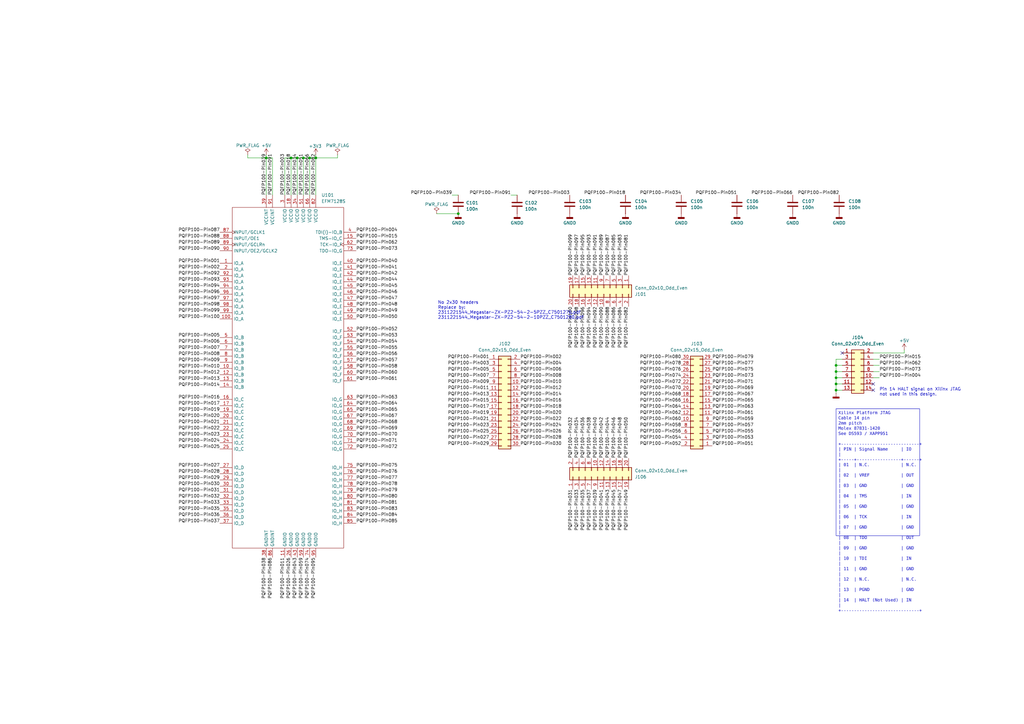
<source format=kicad_sch>
(kicad_sch
	(version 20231120)
	(generator "eeschema")
	(generator_version "8.0")
	(uuid "4cc4e35a-84da-452f-bde7-cb3c477c8698")
	(paper "A3")
	(lib_symbols
		(symbol "Connector_Generic:Conn_02x07_Odd_Even"
			(pin_names
				(offset 1.016) hide)
			(exclude_from_sim no)
			(in_bom yes)
			(on_board yes)
			(property "Reference" "J"
				(at 1.27 10.16 0)
				(effects
					(font
						(size 1.27 1.27)
					)
				)
			)
			(property "Value" "Conn_02x07_Odd_Even"
				(at 1.27 -10.16 0)
				(effects
					(font
						(size 1.27 1.27)
					)
				)
			)
			(property "Footprint" ""
				(at 0 0 0)
				(effects
					(font
						(size 1.27 1.27)
					)
					(hide yes)
				)
			)
			(property "Datasheet" "~"
				(at 0 0 0)
				(effects
					(font
						(size 1.27 1.27)
					)
					(hide yes)
				)
			)
			(property "Description" "Generic connector, double row, 02x07, odd/even pin numbering scheme (row 1 odd numbers, row 2 even numbers), script generated (kicad-library-utils/schlib/autogen/connector/)"
				(at 0 0 0)
				(effects
					(font
						(size 1.27 1.27)
					)
					(hide yes)
				)
			)
			(property "ki_keywords" "connector"
				(at 0 0 0)
				(effects
					(font
						(size 1.27 1.27)
					)
					(hide yes)
				)
			)
			(property "ki_fp_filters" "Connector*:*_2x??_*"
				(at 0 0 0)
				(effects
					(font
						(size 1.27 1.27)
					)
					(hide yes)
				)
			)
			(symbol "Conn_02x07_Odd_Even_1_1"
				(rectangle
					(start -1.27 -7.493)
					(end 0 -7.747)
					(stroke
						(width 0.1524)
						(type default)
					)
					(fill
						(type none)
					)
				)
				(rectangle
					(start -1.27 -4.953)
					(end 0 -5.207)
					(stroke
						(width 0.1524)
						(type default)
					)
					(fill
						(type none)
					)
				)
				(rectangle
					(start -1.27 -2.413)
					(end 0 -2.667)
					(stroke
						(width 0.1524)
						(type default)
					)
					(fill
						(type none)
					)
				)
				(rectangle
					(start -1.27 0.127)
					(end 0 -0.127)
					(stroke
						(width 0.1524)
						(type default)
					)
					(fill
						(type none)
					)
				)
				(rectangle
					(start -1.27 2.667)
					(end 0 2.413)
					(stroke
						(width 0.1524)
						(type default)
					)
					(fill
						(type none)
					)
				)
				(rectangle
					(start -1.27 5.207)
					(end 0 4.953)
					(stroke
						(width 0.1524)
						(type default)
					)
					(fill
						(type none)
					)
				)
				(rectangle
					(start -1.27 7.747)
					(end 0 7.493)
					(stroke
						(width 0.1524)
						(type default)
					)
					(fill
						(type none)
					)
				)
				(rectangle
					(start -1.27 8.89)
					(end 3.81 -8.89)
					(stroke
						(width 0.254)
						(type default)
					)
					(fill
						(type background)
					)
				)
				(rectangle
					(start 3.81 -7.493)
					(end 2.54 -7.747)
					(stroke
						(width 0.1524)
						(type default)
					)
					(fill
						(type none)
					)
				)
				(rectangle
					(start 3.81 -4.953)
					(end 2.54 -5.207)
					(stroke
						(width 0.1524)
						(type default)
					)
					(fill
						(type none)
					)
				)
				(rectangle
					(start 3.81 -2.413)
					(end 2.54 -2.667)
					(stroke
						(width 0.1524)
						(type default)
					)
					(fill
						(type none)
					)
				)
				(rectangle
					(start 3.81 0.127)
					(end 2.54 -0.127)
					(stroke
						(width 0.1524)
						(type default)
					)
					(fill
						(type none)
					)
				)
				(rectangle
					(start 3.81 2.667)
					(end 2.54 2.413)
					(stroke
						(width 0.1524)
						(type default)
					)
					(fill
						(type none)
					)
				)
				(rectangle
					(start 3.81 5.207)
					(end 2.54 4.953)
					(stroke
						(width 0.1524)
						(type default)
					)
					(fill
						(type none)
					)
				)
				(rectangle
					(start 3.81 7.747)
					(end 2.54 7.493)
					(stroke
						(width 0.1524)
						(type default)
					)
					(fill
						(type none)
					)
				)
				(pin passive line
					(at -5.08 7.62 0)
					(length 3.81)
					(name "Pin_1"
						(effects
							(font
								(size 1.27 1.27)
							)
						)
					)
					(number "1"
						(effects
							(font
								(size 1.27 1.27)
							)
						)
					)
				)
				(pin passive line
					(at 7.62 -2.54 180)
					(length 3.81)
					(name "Pin_10"
						(effects
							(font
								(size 1.27 1.27)
							)
						)
					)
					(number "10"
						(effects
							(font
								(size 1.27 1.27)
							)
						)
					)
				)
				(pin passive line
					(at -5.08 -5.08 0)
					(length 3.81)
					(name "Pin_11"
						(effects
							(font
								(size 1.27 1.27)
							)
						)
					)
					(number "11"
						(effects
							(font
								(size 1.27 1.27)
							)
						)
					)
				)
				(pin passive line
					(at 7.62 -5.08 180)
					(length 3.81)
					(name "Pin_12"
						(effects
							(font
								(size 1.27 1.27)
							)
						)
					)
					(number "12"
						(effects
							(font
								(size 1.27 1.27)
							)
						)
					)
				)
				(pin passive line
					(at -5.08 -7.62 0)
					(length 3.81)
					(name "Pin_13"
						(effects
							(font
								(size 1.27 1.27)
							)
						)
					)
					(number "13"
						(effects
							(font
								(size 1.27 1.27)
							)
						)
					)
				)
				(pin passive line
					(at 7.62 -7.62 180)
					(length 3.81)
					(name "Pin_14"
						(effects
							(font
								(size 1.27 1.27)
							)
						)
					)
					(number "14"
						(effects
							(font
								(size 1.27 1.27)
							)
						)
					)
				)
				(pin passive line
					(at 7.62 7.62 180)
					(length 3.81)
					(name "Pin_2"
						(effects
							(font
								(size 1.27 1.27)
							)
						)
					)
					(number "2"
						(effects
							(font
								(size 1.27 1.27)
							)
						)
					)
				)
				(pin passive line
					(at -5.08 5.08 0)
					(length 3.81)
					(name "Pin_3"
						(effects
							(font
								(size 1.27 1.27)
							)
						)
					)
					(number "3"
						(effects
							(font
								(size 1.27 1.27)
							)
						)
					)
				)
				(pin passive line
					(at 7.62 5.08 180)
					(length 3.81)
					(name "Pin_4"
						(effects
							(font
								(size 1.27 1.27)
							)
						)
					)
					(number "4"
						(effects
							(font
								(size 1.27 1.27)
							)
						)
					)
				)
				(pin passive line
					(at -5.08 2.54 0)
					(length 3.81)
					(name "Pin_5"
						(effects
							(font
								(size 1.27 1.27)
							)
						)
					)
					(number "5"
						(effects
							(font
								(size 1.27 1.27)
							)
						)
					)
				)
				(pin passive line
					(at 7.62 2.54 180)
					(length 3.81)
					(name "Pin_6"
						(effects
							(font
								(size 1.27 1.27)
							)
						)
					)
					(number "6"
						(effects
							(font
								(size 1.27 1.27)
							)
						)
					)
				)
				(pin passive line
					(at -5.08 0 0)
					(length 3.81)
					(name "Pin_7"
						(effects
							(font
								(size 1.27 1.27)
							)
						)
					)
					(number "7"
						(effects
							(font
								(size 1.27 1.27)
							)
						)
					)
				)
				(pin passive line
					(at 7.62 0 180)
					(length 3.81)
					(name "Pin_8"
						(effects
							(font
								(size 1.27 1.27)
							)
						)
					)
					(number "8"
						(effects
							(font
								(size 1.27 1.27)
							)
						)
					)
				)
				(pin passive line
					(at -5.08 -2.54 0)
					(length 3.81)
					(name "Pin_9"
						(effects
							(font
								(size 1.27 1.27)
							)
						)
					)
					(number "9"
						(effects
							(font
								(size 1.27 1.27)
							)
						)
					)
				)
			)
		)
		(symbol "Connector_Generic:Conn_02x10_Odd_Even"
			(pin_names
				(offset 1.016) hide)
			(exclude_from_sim no)
			(in_bom yes)
			(on_board yes)
			(property "Reference" "J"
				(at 1.27 12.7 0)
				(effects
					(font
						(size 1.27 1.27)
					)
				)
			)
			(property "Value" "Conn_02x10_Odd_Even"
				(at 1.27 -15.24 0)
				(effects
					(font
						(size 1.27 1.27)
					)
				)
			)
			(property "Footprint" ""
				(at 0 0 0)
				(effects
					(font
						(size 1.27 1.27)
					)
					(hide yes)
				)
			)
			(property "Datasheet" "~"
				(at 0 0 0)
				(effects
					(font
						(size 1.27 1.27)
					)
					(hide yes)
				)
			)
			(property "Description" "Generic connector, double row, 02x10, odd/even pin numbering scheme (row 1 odd numbers, row 2 even numbers), script generated (kicad-library-utils/schlib/autogen/connector/)"
				(at 0 0 0)
				(effects
					(font
						(size 1.27 1.27)
					)
					(hide yes)
				)
			)
			(property "ki_keywords" "connector"
				(at 0 0 0)
				(effects
					(font
						(size 1.27 1.27)
					)
					(hide yes)
				)
			)
			(property "ki_fp_filters" "Connector*:*_2x??_*"
				(at 0 0 0)
				(effects
					(font
						(size 1.27 1.27)
					)
					(hide yes)
				)
			)
			(symbol "Conn_02x10_Odd_Even_1_1"
				(rectangle
					(start -1.27 -12.573)
					(end 0 -12.827)
					(stroke
						(width 0.1524)
						(type default)
					)
					(fill
						(type none)
					)
				)
				(rectangle
					(start -1.27 -10.033)
					(end 0 -10.287)
					(stroke
						(width 0.1524)
						(type default)
					)
					(fill
						(type none)
					)
				)
				(rectangle
					(start -1.27 -7.493)
					(end 0 -7.747)
					(stroke
						(width 0.1524)
						(type default)
					)
					(fill
						(type none)
					)
				)
				(rectangle
					(start -1.27 -4.953)
					(end 0 -5.207)
					(stroke
						(width 0.1524)
						(type default)
					)
					(fill
						(type none)
					)
				)
				(rectangle
					(start -1.27 -2.413)
					(end 0 -2.667)
					(stroke
						(width 0.1524)
						(type default)
					)
					(fill
						(type none)
					)
				)
				(rectangle
					(start -1.27 0.127)
					(end 0 -0.127)
					(stroke
						(width 0.1524)
						(type default)
					)
					(fill
						(type none)
					)
				)
				(rectangle
					(start -1.27 2.667)
					(end 0 2.413)
					(stroke
						(width 0.1524)
						(type default)
					)
					(fill
						(type none)
					)
				)
				(rectangle
					(start -1.27 5.207)
					(end 0 4.953)
					(stroke
						(width 0.1524)
						(type default)
					)
					(fill
						(type none)
					)
				)
				(rectangle
					(start -1.27 7.747)
					(end 0 7.493)
					(stroke
						(width 0.1524)
						(type default)
					)
					(fill
						(type none)
					)
				)
				(rectangle
					(start -1.27 10.287)
					(end 0 10.033)
					(stroke
						(width 0.1524)
						(type default)
					)
					(fill
						(type none)
					)
				)
				(rectangle
					(start -1.27 11.43)
					(end 3.81 -13.97)
					(stroke
						(width 0.254)
						(type default)
					)
					(fill
						(type background)
					)
				)
				(rectangle
					(start 3.81 -12.573)
					(end 2.54 -12.827)
					(stroke
						(width 0.1524)
						(type default)
					)
					(fill
						(type none)
					)
				)
				(rectangle
					(start 3.81 -10.033)
					(end 2.54 -10.287)
					(stroke
						(width 0.1524)
						(type default)
					)
					(fill
						(type none)
					)
				)
				(rectangle
					(start 3.81 -7.493)
					(end 2.54 -7.747)
					(stroke
						(width 0.1524)
						(type default)
					)
					(fill
						(type none)
					)
				)
				(rectangle
					(start 3.81 -4.953)
					(end 2.54 -5.207)
					(stroke
						(width 0.1524)
						(type default)
					)
					(fill
						(type none)
					)
				)
				(rectangle
					(start 3.81 -2.413)
					(end 2.54 -2.667)
					(stroke
						(width 0.1524)
						(type default)
					)
					(fill
						(type none)
					)
				)
				(rectangle
					(start 3.81 0.127)
					(end 2.54 -0.127)
					(stroke
						(width 0.1524)
						(type default)
					)
					(fill
						(type none)
					)
				)
				(rectangle
					(start 3.81 2.667)
					(end 2.54 2.413)
					(stroke
						(width 0.1524)
						(type default)
					)
					(fill
						(type none)
					)
				)
				(rectangle
					(start 3.81 5.207)
					(end 2.54 4.953)
					(stroke
						(width 0.1524)
						(type default)
					)
					(fill
						(type none)
					)
				)
				(rectangle
					(start 3.81 7.747)
					(end 2.54 7.493)
					(stroke
						(width 0.1524)
						(type default)
					)
					(fill
						(type none)
					)
				)
				(rectangle
					(start 3.81 10.287)
					(end 2.54 10.033)
					(stroke
						(width 0.1524)
						(type default)
					)
					(fill
						(type none)
					)
				)
				(pin passive line
					(at -5.08 10.16 0)
					(length 3.81)
					(name "Pin_1"
						(effects
							(font
								(size 1.27 1.27)
							)
						)
					)
					(number "1"
						(effects
							(font
								(size 1.27 1.27)
							)
						)
					)
				)
				(pin passive line
					(at 7.62 0 180)
					(length 3.81)
					(name "Pin_10"
						(effects
							(font
								(size 1.27 1.27)
							)
						)
					)
					(number "10"
						(effects
							(font
								(size 1.27 1.27)
							)
						)
					)
				)
				(pin passive line
					(at -5.08 -2.54 0)
					(length 3.81)
					(name "Pin_11"
						(effects
							(font
								(size 1.27 1.27)
							)
						)
					)
					(number "11"
						(effects
							(font
								(size 1.27 1.27)
							)
						)
					)
				)
				(pin passive line
					(at 7.62 -2.54 180)
					(length 3.81)
					(name "Pin_12"
						(effects
							(font
								(size 1.27 1.27)
							)
						)
					)
					(number "12"
						(effects
							(font
								(size 1.27 1.27)
							)
						)
					)
				)
				(pin passive line
					(at -5.08 -5.08 0)
					(length 3.81)
					(name "Pin_13"
						(effects
							(font
								(size 1.27 1.27)
							)
						)
					)
					(number "13"
						(effects
							(font
								(size 1.27 1.27)
							)
						)
					)
				)
				(pin passive line
					(at 7.62 -5.08 180)
					(length 3.81)
					(name "Pin_14"
						(effects
							(font
								(size 1.27 1.27)
							)
						)
					)
					(number "14"
						(effects
							(font
								(size 1.27 1.27)
							)
						)
					)
				)
				(pin passive line
					(at -5.08 -7.62 0)
					(length 3.81)
					(name "Pin_15"
						(effects
							(font
								(size 1.27 1.27)
							)
						)
					)
					(number "15"
						(effects
							(font
								(size 1.27 1.27)
							)
						)
					)
				)
				(pin passive line
					(at 7.62 -7.62 180)
					(length 3.81)
					(name "Pin_16"
						(effects
							(font
								(size 1.27 1.27)
							)
						)
					)
					(number "16"
						(effects
							(font
								(size 1.27 1.27)
							)
						)
					)
				)
				(pin passive line
					(at -5.08 -10.16 0)
					(length 3.81)
					(name "Pin_17"
						(effects
							(font
								(size 1.27 1.27)
							)
						)
					)
					(number "17"
						(effects
							(font
								(size 1.27 1.27)
							)
						)
					)
				)
				(pin passive line
					(at 7.62 -10.16 180)
					(length 3.81)
					(name "Pin_18"
						(effects
							(font
								(size 1.27 1.27)
							)
						)
					)
					(number "18"
						(effects
							(font
								(size 1.27 1.27)
							)
						)
					)
				)
				(pin passive line
					(at -5.08 -12.7 0)
					(length 3.81)
					(name "Pin_19"
						(effects
							(font
								(size 1.27 1.27)
							)
						)
					)
					(number "19"
						(effects
							(font
								(size 1.27 1.27)
							)
						)
					)
				)
				(pin passive line
					(at 7.62 10.16 180)
					(length 3.81)
					(name "Pin_2"
						(effects
							(font
								(size 1.27 1.27)
							)
						)
					)
					(number "2"
						(effects
							(font
								(size 1.27 1.27)
							)
						)
					)
				)
				(pin passive line
					(at 7.62 -12.7 180)
					(length 3.81)
					(name "Pin_20"
						(effects
							(font
								(size 1.27 1.27)
							)
						)
					)
					(number "20"
						(effects
							(font
								(size 1.27 1.27)
							)
						)
					)
				)
				(pin passive line
					(at -5.08 7.62 0)
					(length 3.81)
					(name "Pin_3"
						(effects
							(font
								(size 1.27 1.27)
							)
						)
					)
					(number "3"
						(effects
							(font
								(size 1.27 1.27)
							)
						)
					)
				)
				(pin passive line
					(at 7.62 7.62 180)
					(length 3.81)
					(name "Pin_4"
						(effects
							(font
								(size 1.27 1.27)
							)
						)
					)
					(number "4"
						(effects
							(font
								(size 1.27 1.27)
							)
						)
					)
				)
				(pin passive line
					(at -5.08 5.08 0)
					(length 3.81)
					(name "Pin_5"
						(effects
							(font
								(size 1.27 1.27)
							)
						)
					)
					(number "5"
						(effects
							(font
								(size 1.27 1.27)
							)
						)
					)
				)
				(pin passive line
					(at 7.62 5.08 180)
					(length 3.81)
					(name "Pin_6"
						(effects
							(font
								(size 1.27 1.27)
							)
						)
					)
					(number "6"
						(effects
							(font
								(size 1.27 1.27)
							)
						)
					)
				)
				(pin passive line
					(at -5.08 2.54 0)
					(length 3.81)
					(name "Pin_7"
						(effects
							(font
								(size 1.27 1.27)
							)
						)
					)
					(number "7"
						(effects
							(font
								(size 1.27 1.27)
							)
						)
					)
				)
				(pin passive line
					(at 7.62 2.54 180)
					(length 3.81)
					(name "Pin_8"
						(effects
							(font
								(size 1.27 1.27)
							)
						)
					)
					(number "8"
						(effects
							(font
								(size 1.27 1.27)
							)
						)
					)
				)
				(pin passive line
					(at -5.08 0 0)
					(length 3.81)
					(name "Pin_9"
						(effects
							(font
								(size 1.27 1.27)
							)
						)
					)
					(number "9"
						(effects
							(font
								(size 1.27 1.27)
							)
						)
					)
				)
			)
		)
		(symbol "Copeland_Library:EPM7128S-100pin"
			(exclude_from_sim no)
			(in_bom yes)
			(on_board yes)
			(property "Reference" "U"
				(at 0 1.27 0)
				(effects
					(font
						(size 1.27 1.27)
					)
				)
			)
			(property "Value" "EFM7128S"
				(at -0.508 -1.27 0)
				(effects
					(font
						(size 1.27 1.27)
					)
				)
			)
			(property "Footprint" "Package_QFP:PQFP-100_14x20mm_P0.65mm"
				(at 0.254 -6.096 0)
				(effects
					(font
						(size 1.27 1.27)
					)
					(hide yes)
				)
			)
			(property "Datasheet" ""
				(at -17.78 52.07 0)
				(effects
					(font
						(size 1.27 1.27)
					)
					(hide yes)
				)
			)
			(property "Description" ""
				(at -17.78 52.07 0)
				(effects
					(font
						(size 1.27 1.27)
					)
					(hide yes)
				)
			)
			(symbol "EPM7128S-100pin_0_1"
				(rectangle
					(start -24.13 69.85)
					(end 21.59 -69.85)
					(stroke
						(width 0)
						(type default)
					)
					(fill
						(type none)
					)
				)
			)
			(symbol "EPM7128S-100pin_1_0"
				(pin bidirectional line
					(at -29.21 3.81 0)
					(length 5.08)
					(name "IO_B"
						(effects
							(font
								(size 1.27 1.27)
							)
						)
					)
					(number "10"
						(effects
							(font
								(size 1.27 1.27)
							)
						)
					)
				)
				(pin bidirectional line
					(at -29.21 24.13 0)
					(length 5.08)
					(name "IO_A"
						(effects
							(font
								(size 1.27 1.27)
							)
						)
					)
					(number "100"
						(effects
							(font
								(size 1.27 1.27)
							)
						)
					)
				)
				(pin bidirectional line
					(at -29.21 1.27 0)
					(length 5.08)
					(name "IO_B"
						(effects
							(font
								(size 1.27 1.27)
							)
						)
					)
					(number "12"
						(effects
							(font
								(size 1.27 1.27)
							)
						)
					)
				)
				(pin bidirectional line
					(at -29.21 -1.27 0)
					(length 5.08)
					(name "IO_B"
						(effects
							(font
								(size 1.27 1.27)
							)
						)
					)
					(number "13"
						(effects
							(font
								(size 1.27 1.27)
							)
						)
					)
				)
				(pin bidirectional line
					(at -29.21 -3.81 0)
					(length 5.08)
					(name "IO_B"
						(effects
							(font
								(size 1.27 1.27)
							)
						)
					)
					(number "14"
						(effects
							(font
								(size 1.27 1.27)
							)
						)
					)
				)
				(pin bidirectional line
					(at 26.67 57.15 180)
					(length 5.08)
					(name "TMS-IO_C"
						(effects
							(font
								(size 1.27 1.27)
							)
						)
					)
					(number "15"
						(effects
							(font
								(size 1.27 1.27)
							)
						)
					)
				)
				(pin bidirectional line
					(at -29.21 -8.89 0)
					(length 5.08)
					(name "IO_C"
						(effects
							(font
								(size 1.27 1.27)
							)
						)
					)
					(number "16"
						(effects
							(font
								(size 1.27 1.27)
							)
						)
					)
				)
				(pin bidirectional line
					(at -29.21 -11.43 0)
					(length 5.08)
					(name "IO_C"
						(effects
							(font
								(size 1.27 1.27)
							)
						)
					)
					(number "17"
						(effects
							(font
								(size 1.27 1.27)
							)
						)
					)
				)
				(pin bidirectional line
					(at -29.21 -13.97 0)
					(length 5.08)
					(name "IO_C"
						(effects
							(font
								(size 1.27 1.27)
							)
						)
					)
					(number "19"
						(effects
							(font
								(size 1.27 1.27)
							)
						)
					)
				)
				(pin bidirectional line
					(at -29.21 44.45 0)
					(length 5.08)
					(name "IO_A"
						(effects
							(font
								(size 1.27 1.27)
							)
						)
					)
					(number "2"
						(effects
							(font
								(size 1.27 1.27)
							)
						)
					)
				)
				(pin bidirectional line
					(at -29.21 -16.51 0)
					(length 5.08)
					(name "IO_C"
						(effects
							(font
								(size 1.27 1.27)
							)
						)
					)
					(number "20"
						(effects
							(font
								(size 1.27 1.27)
							)
						)
					)
				)
				(pin bidirectional line
					(at -29.21 -19.05 0)
					(length 5.08)
					(name "IO_C"
						(effects
							(font
								(size 1.27 1.27)
							)
						)
					)
					(number "21"
						(effects
							(font
								(size 1.27 1.27)
							)
						)
					)
				)
				(pin bidirectional line
					(at -29.21 -21.59 0)
					(length 5.08)
					(name "IO_C"
						(effects
							(font
								(size 1.27 1.27)
							)
						)
					)
					(number "22"
						(effects
							(font
								(size 1.27 1.27)
							)
						)
					)
				)
				(pin bidirectional line
					(at -29.21 -24.13 0)
					(length 5.08)
					(name "IO_C"
						(effects
							(font
								(size 1.27 1.27)
							)
						)
					)
					(number "23"
						(effects
							(font
								(size 1.27 1.27)
							)
						)
					)
				)
				(pin bidirectional line
					(at -29.21 -26.67 0)
					(length 5.08)
					(name "IO_C"
						(effects
							(font
								(size 1.27 1.27)
							)
						)
					)
					(number "24"
						(effects
							(font
								(size 1.27 1.27)
							)
						)
					)
				)
				(pin bidirectional line
					(at -29.21 -29.21 0)
					(length 5.08)
					(name "IO_C"
						(effects
							(font
								(size 1.27 1.27)
							)
						)
					)
					(number "25"
						(effects
							(font
								(size 1.27 1.27)
							)
						)
					)
				)
				(pin bidirectional line
					(at -29.21 -36.83 0)
					(length 5.08)
					(name "IO_D"
						(effects
							(font
								(size 1.27 1.27)
							)
						)
					)
					(number "27"
						(effects
							(font
								(size 1.27 1.27)
							)
						)
					)
				)
				(pin bidirectional line
					(at -29.21 -39.37 0)
					(length 5.08)
					(name "IO_D"
						(effects
							(font
								(size 1.27 1.27)
							)
						)
					)
					(number "28"
						(effects
							(font
								(size 1.27 1.27)
							)
						)
					)
				)
				(pin bidirectional line
					(at -29.21 -41.91 0)
					(length 5.08)
					(name "IO_D"
						(effects
							(font
								(size 1.27 1.27)
							)
						)
					)
					(number "29"
						(effects
							(font
								(size 1.27 1.27)
							)
						)
					)
				)
				(pin bidirectional line
					(at -29.21 -44.45 0)
					(length 5.08)
					(name "IO_D"
						(effects
							(font
								(size 1.27 1.27)
							)
						)
					)
					(number "30"
						(effects
							(font
								(size 1.27 1.27)
							)
						)
					)
				)
				(pin bidirectional line
					(at -29.21 -46.99 0)
					(length 5.08)
					(name "IO_D"
						(effects
							(font
								(size 1.27 1.27)
							)
						)
					)
					(number "31"
						(effects
							(font
								(size 1.27 1.27)
							)
						)
					)
				)
				(pin bidirectional line
					(at -29.21 -49.53 0)
					(length 5.08)
					(name "IO_D"
						(effects
							(font
								(size 1.27 1.27)
							)
						)
					)
					(number "32"
						(effects
							(font
								(size 1.27 1.27)
							)
						)
					)
				)
				(pin bidirectional line
					(at -29.21 -52.07 0)
					(length 5.08)
					(name "IO_D"
						(effects
							(font
								(size 1.27 1.27)
							)
						)
					)
					(number "33"
						(effects
							(font
								(size 1.27 1.27)
							)
						)
					)
				)
				(pin bidirectional line
					(at -29.21 -54.61 0)
					(length 5.08)
					(name "IO_D"
						(effects
							(font
								(size 1.27 1.27)
							)
						)
					)
					(number "35"
						(effects
							(font
								(size 1.27 1.27)
							)
						)
					)
				)
				(pin bidirectional line
					(at -29.21 -57.15 0)
					(length 5.08)
					(name "IO_D"
						(effects
							(font
								(size 1.27 1.27)
							)
						)
					)
					(number "36"
						(effects
							(font
								(size 1.27 1.27)
							)
						)
					)
				)
				(pin bidirectional line
					(at -29.21 -59.69 0)
					(length 5.08)
					(name "IO_D"
						(effects
							(font
								(size 1.27 1.27)
							)
						)
					)
					(number "37"
						(effects
							(font
								(size 1.27 1.27)
							)
						)
					)
				)
				(pin bidirectional line
					(at -29.21 16.51 0)
					(length 5.08)
					(name "IO_B"
						(effects
							(font
								(size 1.27 1.27)
							)
						)
					)
					(number "5"
						(effects
							(font
								(size 1.27 1.27)
							)
						)
					)
				)
				(pin bidirectional line
					(at -29.21 13.97 0)
					(length 5.08)
					(name "IO_B"
						(effects
							(font
								(size 1.27 1.27)
							)
						)
					)
					(number "6"
						(effects
							(font
								(size 1.27 1.27)
							)
						)
					)
				)
				(pin bidirectional line
					(at -29.21 11.43 0)
					(length 5.08)
					(name "IO_B"
						(effects
							(font
								(size 1.27 1.27)
							)
						)
					)
					(number "7"
						(effects
							(font
								(size 1.27 1.27)
							)
						)
					)
				)
				(pin bidirectional line
					(at -29.21 8.89 0)
					(length 5.08)
					(name "IO_B"
						(effects
							(font
								(size 1.27 1.27)
							)
						)
					)
					(number "8"
						(effects
							(font
								(size 1.27 1.27)
							)
						)
					)
				)
				(pin bidirectional line
					(at -29.21 6.35 0)
					(length 5.08)
					(name "IO_B"
						(effects
							(font
								(size 1.27 1.27)
							)
						)
					)
					(number "9"
						(effects
							(font
								(size 1.27 1.27)
							)
						)
					)
				)
				(pin bidirectional line
					(at -29.21 41.91 0)
					(length 5.08)
					(name "IO_A"
						(effects
							(font
								(size 1.27 1.27)
							)
						)
					)
					(number "92"
						(effects
							(font
								(size 1.27 1.27)
							)
						)
					)
				)
				(pin bidirectional line
					(at -29.21 39.37 0)
					(length 5.08)
					(name "IO_A"
						(effects
							(font
								(size 1.27 1.27)
							)
						)
					)
					(number "93"
						(effects
							(font
								(size 1.27 1.27)
							)
						)
					)
				)
				(pin bidirectional line
					(at -29.21 36.83 0)
					(length 5.08)
					(name "IO_A"
						(effects
							(font
								(size 1.27 1.27)
							)
						)
					)
					(number "94"
						(effects
							(font
								(size 1.27 1.27)
							)
						)
					)
				)
				(pin bidirectional line
					(at -29.21 34.29 0)
					(length 5.08)
					(name "IO_A"
						(effects
							(font
								(size 1.27 1.27)
							)
						)
					)
					(number "96"
						(effects
							(font
								(size 1.27 1.27)
							)
						)
					)
				)
				(pin bidirectional line
					(at -29.21 31.75 0)
					(length 5.08)
					(name "IO_A"
						(effects
							(font
								(size 1.27 1.27)
							)
						)
					)
					(number "97"
						(effects
							(font
								(size 1.27 1.27)
							)
						)
					)
				)
				(pin bidirectional line
					(at -29.21 29.21 0)
					(length 5.08)
					(name "IO_A"
						(effects
							(font
								(size 1.27 1.27)
							)
						)
					)
					(number "98"
						(effects
							(font
								(size 1.27 1.27)
							)
						)
					)
				)
				(pin bidirectional line
					(at -29.21 26.67 0)
					(length 5.08)
					(name "IO_A"
						(effects
							(font
								(size 1.27 1.27)
							)
						)
					)
					(number "99"
						(effects
							(font
								(size 1.27 1.27)
							)
						)
					)
				)
			)
			(symbol "EPM7128S-100pin_1_1"
				(pin bidirectional line
					(at -29.21 46.99 0)
					(length 5.08)
					(name "IO_A"
						(effects
							(font
								(size 1.27 1.27)
							)
						)
					)
					(number "1"
						(effects
							(font
								(size 1.27 1.27)
							)
						)
					)
				)
				(pin bidirectional line
					(at -2.54 -73.66 90)
					(length 3.81)
					(name "GNDIO"
						(effects
							(font
								(size 1.27 1.27)
							)
						)
					)
					(number "11"
						(effects
							(font
								(size 1.27 1.27)
							)
						)
					)
				)
				(pin power_in line
					(at 0 74.93 270)
					(length 5.08)
					(name "VCCIO"
						(effects
							(font
								(size 1.27 1.27)
							)
						)
					)
					(number "18"
						(effects
							(font
								(size 1.27 1.27)
							)
						)
					)
				)
				(pin bidirectional line
					(at 0 -73.66 90)
					(length 3.81)
					(name "GNDIO"
						(effects
							(font
								(size 1.27 1.27)
							)
						)
					)
					(number "26"
						(effects
							(font
								(size 1.27 1.27)
							)
						)
					)
				)
				(pin power_in line
					(at -2.54 74.93 270)
					(length 5.08)
					(name "VCCIO"
						(effects
							(font
								(size 1.27 1.27)
							)
						)
					)
					(number "3"
						(effects
							(font
								(size 1.27 1.27)
							)
						)
					)
				)
				(pin power_in line
					(at 2.54 74.93 270)
					(length 5.08)
					(name "VCCIO"
						(effects
							(font
								(size 1.27 1.27)
							)
						)
					)
					(number "34"
						(effects
							(font
								(size 1.27 1.27)
							)
						)
					)
				)
				(pin input line
					(at -10.16 -73.66 90)
					(length 3.81)
					(name "GNDINT"
						(effects
							(font
								(size 1.27 1.27)
							)
						)
					)
					(number "38"
						(effects
							(font
								(size 1.27 1.27)
							)
						)
					)
				)
				(pin power_in line
					(at -10.16 74.93 270)
					(length 5.08)
					(name "VCCINT"
						(effects
							(font
								(size 1.27 1.27)
							)
						)
					)
					(number "39"
						(effects
							(font
								(size 1.27 1.27)
							)
						)
					)
				)
				(pin bidirectional line
					(at 26.67 59.69 180)
					(length 5.08)
					(name "TDI(I)-IO_B"
						(effects
							(font
								(size 1.27 1.27)
							)
						)
					)
					(number "4"
						(effects
							(font
								(size 1.27 1.27)
							)
						)
					)
				)
				(pin bidirectional line
					(at 26.67 46.99 180)
					(length 5.08)
					(name "IO_E"
						(effects
							(font
								(size 1.27 1.27)
							)
						)
					)
					(number "40"
						(effects
							(font
								(size 1.27 1.27)
							)
						)
					)
				)
				(pin bidirectional line
					(at 26.67 44.45 180)
					(length 5.08)
					(name "IO_E"
						(effects
							(font
								(size 1.27 1.27)
							)
						)
					)
					(number "41"
						(effects
							(font
								(size 1.27 1.27)
							)
						)
					)
				)
				(pin bidirectional line
					(at 26.67 41.91 180)
					(length 5.08)
					(name "IO_E"
						(effects
							(font
								(size 1.27 1.27)
							)
						)
					)
					(number "42"
						(effects
							(font
								(size 1.27 1.27)
							)
						)
					)
				)
				(pin bidirectional line
					(at 2.54 -73.66 90)
					(length 3.81)
					(name "GNDIO"
						(effects
							(font
								(size 1.27 1.27)
							)
						)
					)
					(number "43"
						(effects
							(font
								(size 1.27 1.27)
							)
						)
					)
				)
				(pin bidirectional line
					(at 26.67 39.37 180)
					(length 5.08)
					(name "IO_E"
						(effects
							(font
								(size 1.27 1.27)
							)
						)
					)
					(number "44"
						(effects
							(font
								(size 1.27 1.27)
							)
						)
					)
				)
				(pin bidirectional line
					(at 26.67 36.83 180)
					(length 5.08)
					(name "IO_E"
						(effects
							(font
								(size 1.27 1.27)
							)
						)
					)
					(number "45"
						(effects
							(font
								(size 1.27 1.27)
							)
						)
					)
				)
				(pin bidirectional line
					(at 26.67 34.29 180)
					(length 5.08)
					(name "IO_E"
						(effects
							(font
								(size 1.27 1.27)
							)
						)
					)
					(number "46"
						(effects
							(font
								(size 1.27 1.27)
							)
						)
					)
				)
				(pin bidirectional line
					(at 26.67 31.75 180)
					(length 5.08)
					(name "IO_E"
						(effects
							(font
								(size 1.27 1.27)
							)
						)
					)
					(number "47"
						(effects
							(font
								(size 1.27 1.27)
							)
						)
					)
				)
				(pin bidirectional line
					(at 26.67 29.21 180)
					(length 5.08)
					(name "IO_E"
						(effects
							(font
								(size 1.27 1.27)
							)
						)
					)
					(number "48"
						(effects
							(font
								(size 1.27 1.27)
							)
						)
					)
				)
				(pin bidirectional line
					(at 26.67 26.67 180)
					(length 5.08)
					(name "IO_E"
						(effects
							(font
								(size 1.27 1.27)
							)
						)
					)
					(number "49"
						(effects
							(font
								(size 1.27 1.27)
							)
						)
					)
				)
				(pin bidirectional line
					(at 26.67 24.13 180)
					(length 5.08)
					(name "IO_E"
						(effects
							(font
								(size 1.27 1.27)
							)
						)
					)
					(number "50"
						(effects
							(font
								(size 1.27 1.27)
							)
						)
					)
				)
				(pin power_in line
					(at 5.08 74.93 270)
					(length 5.08)
					(name "VCCIO"
						(effects
							(font
								(size 1.27 1.27)
							)
						)
					)
					(number "51"
						(effects
							(font
								(size 1.27 1.27)
							)
						)
					)
				)
				(pin bidirectional line
					(at 26.67 19.05 180)
					(length 5.08)
					(name "IO_F"
						(effects
							(font
								(size 1.27 1.27)
							)
						)
					)
					(number "52"
						(effects
							(font
								(size 1.27 1.27)
							)
						)
					)
				)
				(pin bidirectional line
					(at 26.67 16.51 180)
					(length 5.08)
					(name "IO_F"
						(effects
							(font
								(size 1.27 1.27)
							)
						)
					)
					(number "53"
						(effects
							(font
								(size 1.27 1.27)
							)
						)
					)
				)
				(pin bidirectional line
					(at 26.67 13.97 180)
					(length 5.08)
					(name "IO_F"
						(effects
							(font
								(size 1.27 1.27)
							)
						)
					)
					(number "54"
						(effects
							(font
								(size 1.27 1.27)
							)
						)
					)
				)
				(pin bidirectional line
					(at 26.67 11.43 180)
					(length 5.08)
					(name "IO_F"
						(effects
							(font
								(size 1.27 1.27)
							)
						)
					)
					(number "55"
						(effects
							(font
								(size 1.27 1.27)
							)
						)
					)
				)
				(pin bidirectional line
					(at 26.67 8.89 180)
					(length 5.08)
					(name "IO_F"
						(effects
							(font
								(size 1.27 1.27)
							)
						)
					)
					(number "56"
						(effects
							(font
								(size 1.27 1.27)
							)
						)
					)
				)
				(pin bidirectional line
					(at 26.67 6.35 180)
					(length 5.08)
					(name "IO_F"
						(effects
							(font
								(size 1.27 1.27)
							)
						)
					)
					(number "57"
						(effects
							(font
								(size 1.27 1.27)
							)
						)
					)
				)
				(pin bidirectional line
					(at 26.67 3.81 180)
					(length 5.08)
					(name "IO_F"
						(effects
							(font
								(size 1.27 1.27)
							)
						)
					)
					(number "58"
						(effects
							(font
								(size 1.27 1.27)
							)
						)
					)
				)
				(pin bidirectional line
					(at 5.08 -73.66 90)
					(length 3.81)
					(name "GNDIO"
						(effects
							(font
								(size 1.27 1.27)
							)
						)
					)
					(number "59"
						(effects
							(font
								(size 1.27 1.27)
							)
						)
					)
				)
				(pin bidirectional line
					(at 26.67 1.27 180)
					(length 5.08)
					(name "IO_F"
						(effects
							(font
								(size 1.27 1.27)
							)
						)
					)
					(number "60"
						(effects
							(font
								(size 1.27 1.27)
							)
						)
					)
				)
				(pin bidirectional line
					(at 26.67 -1.27 180)
					(length 5.08)
					(name "IO_F"
						(effects
							(font
								(size 1.27 1.27)
							)
						)
					)
					(number "61"
						(effects
							(font
								(size 1.27 1.27)
							)
						)
					)
				)
				(pin bidirectional clock
					(at 26.67 54.61 180)
					(length 5.08)
					(name "TCK-IO_F"
						(effects
							(font
								(size 1.27 1.27)
							)
						)
					)
					(number "62"
						(effects
							(font
								(size 1.27 1.27)
							)
						)
					)
				)
				(pin bidirectional line
					(at 26.67 -8.89 180)
					(length 5.08)
					(name "IO_G"
						(effects
							(font
								(size 1.27 1.27)
							)
						)
					)
					(number "63"
						(effects
							(font
								(size 1.27 1.27)
							)
						)
					)
				)
				(pin bidirectional line
					(at 26.67 -11.43 180)
					(length 5.08)
					(name "IO_G"
						(effects
							(font
								(size 1.27 1.27)
							)
						)
					)
					(number "64"
						(effects
							(font
								(size 1.27 1.27)
							)
						)
					)
				)
				(pin bidirectional line
					(at 26.67 -13.97 180)
					(length 5.08)
					(name "IO_G"
						(effects
							(font
								(size 1.27 1.27)
							)
						)
					)
					(number "65"
						(effects
							(font
								(size 1.27 1.27)
							)
						)
					)
				)
				(pin power_in line
					(at 7.62 74.93 270)
					(length 5.08)
					(name "VCCIO"
						(effects
							(font
								(size 1.27 1.27)
							)
						)
					)
					(number "66"
						(effects
							(font
								(size 1.27 1.27)
							)
						)
					)
				)
				(pin bidirectional line
					(at 26.67 -16.51 180)
					(length 5.08)
					(name "IO_G"
						(effects
							(font
								(size 1.27 1.27)
							)
						)
					)
					(number "67"
						(effects
							(font
								(size 1.27 1.27)
							)
						)
					)
				)
				(pin bidirectional line
					(at 26.67 -19.05 180)
					(length 5.08)
					(name "IO_G"
						(effects
							(font
								(size 1.27 1.27)
							)
						)
					)
					(number "68"
						(effects
							(font
								(size 1.27 1.27)
							)
						)
					)
				)
				(pin bidirectional line
					(at 26.67 -21.59 180)
					(length 5.08)
					(name "IO_G"
						(effects
							(font
								(size 1.27 1.27)
							)
						)
					)
					(number "69"
						(effects
							(font
								(size 1.27 1.27)
							)
						)
					)
				)
				(pin bidirectional line
					(at 26.67 -24.13 180)
					(length 5.08)
					(name "IO_G"
						(effects
							(font
								(size 1.27 1.27)
							)
						)
					)
					(number "70"
						(effects
							(font
								(size 1.27 1.27)
							)
						)
					)
				)
				(pin bidirectional line
					(at 26.67 -26.67 180)
					(length 5.08)
					(name "IO_G"
						(effects
							(font
								(size 1.27 1.27)
							)
						)
					)
					(number "71"
						(effects
							(font
								(size 1.27 1.27)
							)
						)
					)
				)
				(pin bidirectional line
					(at 26.67 -29.21 180)
					(length 5.08)
					(name "IO_G"
						(effects
							(font
								(size 1.27 1.27)
							)
						)
					)
					(number "72"
						(effects
							(font
								(size 1.27 1.27)
							)
						)
					)
				)
				(pin bidirectional line
					(at 26.67 52.07 180)
					(length 5.08)
					(name "TDO-IO_G"
						(effects
							(font
								(size 1.27 1.27)
							)
						)
					)
					(number "73"
						(effects
							(font
								(size 1.27 1.27)
							)
						)
					)
				)
				(pin bidirectional line
					(at 7.62 -73.66 90)
					(length 3.81)
					(name "GNDIO"
						(effects
							(font
								(size 1.27 1.27)
							)
						)
					)
					(number "74"
						(effects
							(font
								(size 1.27 1.27)
							)
						)
					)
				)
				(pin bidirectional line
					(at 26.67 -36.83 180)
					(length 5.08)
					(name "IO_H"
						(effects
							(font
								(size 1.27 1.27)
							)
						)
					)
					(number "75"
						(effects
							(font
								(size 1.27 1.27)
							)
						)
					)
				)
				(pin bidirectional line
					(at 26.67 -39.37 180)
					(length 5.08)
					(name "IO_H"
						(effects
							(font
								(size 1.27 1.27)
							)
						)
					)
					(number "76"
						(effects
							(font
								(size 1.27 1.27)
							)
						)
					)
				)
				(pin bidirectional line
					(at 26.67 -41.91 180)
					(length 5.08)
					(name "IO_H"
						(effects
							(font
								(size 1.27 1.27)
							)
						)
					)
					(number "77"
						(effects
							(font
								(size 1.27 1.27)
							)
						)
					)
				)
				(pin bidirectional line
					(at 26.67 -44.45 180)
					(length 5.08)
					(name "IO_H"
						(effects
							(font
								(size 1.27 1.27)
							)
						)
					)
					(number "78"
						(effects
							(font
								(size 1.27 1.27)
							)
						)
					)
				)
				(pin bidirectional line
					(at 26.67 -46.99 180)
					(length 5.08)
					(name "IO_H"
						(effects
							(font
								(size 1.27 1.27)
							)
						)
					)
					(number "79"
						(effects
							(font
								(size 1.27 1.27)
							)
						)
					)
				)
				(pin bidirectional line
					(at 26.67 -49.53 180)
					(length 5.08)
					(name "IO_H"
						(effects
							(font
								(size 1.27 1.27)
							)
						)
					)
					(number "80"
						(effects
							(font
								(size 1.27 1.27)
							)
						)
					)
				)
				(pin bidirectional line
					(at 26.67 -52.07 180)
					(length 5.08)
					(name "IO_H"
						(effects
							(font
								(size 1.27 1.27)
							)
						)
					)
					(number "81"
						(effects
							(font
								(size 1.27 1.27)
							)
						)
					)
				)
				(pin power_in line
					(at 10.16 74.93 270)
					(length 5.08)
					(name "VCCIO"
						(effects
							(font
								(size 1.27 1.27)
							)
						)
					)
					(number "82"
						(effects
							(font
								(size 1.27 1.27)
							)
						)
					)
				)
				(pin bidirectional line
					(at 26.67 -54.61 180)
					(length 5.08)
					(name "IO_H"
						(effects
							(font
								(size 1.27 1.27)
							)
						)
					)
					(number "83"
						(effects
							(font
								(size 1.27 1.27)
							)
						)
					)
				)
				(pin bidirectional line
					(at 26.67 -57.15 180)
					(length 5.08)
					(name "IO_H"
						(effects
							(font
								(size 1.27 1.27)
							)
						)
					)
					(number "84"
						(effects
							(font
								(size 1.27 1.27)
							)
						)
					)
				)
				(pin bidirectional line
					(at 26.67 -59.69 180)
					(length 5.08)
					(name "IO_H"
						(effects
							(font
								(size 1.27 1.27)
							)
						)
					)
					(number "85"
						(effects
							(font
								(size 1.27 1.27)
							)
						)
					)
				)
				(pin input line
					(at -7.62 -73.66 90)
					(length 3.81)
					(name "GNDINT"
						(effects
							(font
								(size 1.27 1.27)
							)
						)
					)
					(number "86"
						(effects
							(font
								(size 1.27 1.27)
							)
						)
					)
				)
				(pin input clock
					(at -29.21 59.69 0)
					(length 5.08)
					(name "INPUT/GCLK1"
						(effects
							(font
								(size 1.27 1.27)
							)
						)
					)
					(number "87"
						(effects
							(font
								(size 1.27 1.27)
							)
						)
					)
				)
				(pin input line
					(at -29.21 57.15 0)
					(length 5.08)
					(name "INPUT/OE1"
						(effects
							(font
								(size 1.27 1.27)
							)
						)
					)
					(number "88"
						(effects
							(font
								(size 1.27 1.27)
							)
						)
					)
				)
				(pin input clock
					(at -29.21 54.61 0)
					(length 5.08)
					(name "INPUT/GCLRn"
						(effects
							(font
								(size 1.27 1.27)
							)
						)
					)
					(number "89"
						(effects
							(font
								(size 1.27 1.27)
							)
						)
					)
				)
				(pin input line
					(at -29.21 52.07 0)
					(length 5.08)
					(name "INPUT/OE2/GCLK2"
						(effects
							(font
								(size 1.27 1.27)
							)
						)
					)
					(number "90"
						(effects
							(font
								(size 1.27 1.27)
							)
						)
					)
				)
				(pin power_in line
					(at -7.62 74.93 270)
					(length 5.08)
					(name "VCCINT"
						(effects
							(font
								(size 1.27 1.27)
							)
						)
					)
					(number "91"
						(effects
							(font
								(size 1.27 1.27)
							)
						)
					)
				)
				(pin bidirectional line
					(at 10.16 -73.66 90)
					(length 3.81)
					(name "GNDIO"
						(effects
							(font
								(size 1.27 1.27)
							)
						)
					)
					(number "95"
						(effects
							(font
								(size 1.27 1.27)
							)
						)
					)
				)
			)
		)
		(symbol "DP_Library:Conn_02x15_Odd_Even"
			(pin_names
				(offset 1.016) hide)
			(exclude_from_sim no)
			(in_bom yes)
			(on_board yes)
			(property "Reference" "J"
				(at 1.27 20.32 0)
				(effects
					(font
						(size 1.27 1.27)
					)
				)
			)
			(property "Value" "Conn_02x15_Odd_Even"
				(at 1.27 -20.32 0)
				(effects
					(font
						(size 1.27 1.27)
					)
				)
			)
			(property "Footprint" ""
				(at 0 0 0)
				(effects
					(font
						(size 1.27 1.27)
					)
					(hide yes)
				)
			)
			(property "Datasheet" "~"
				(at 0 0 0)
				(effects
					(font
						(size 1.27 1.27)
					)
					(hide yes)
				)
			)
			(property "Description" "Generic connector, double row, 02x15, odd/even pin numbering scheme (row 1 odd numbers, row 2 even numbers), script generated (kicad-library-utils/schlib/autogen/connector/)"
				(at 0 0 0)
				(effects
					(font
						(size 1.27 1.27)
					)
					(hide yes)
				)
			)
			(property "ki_keywords" "connector"
				(at 0 0 0)
				(effects
					(font
						(size 1.27 1.27)
					)
					(hide yes)
				)
			)
			(property "ki_fp_filters" "Connector*:*_2x??_*"
				(at 0 0 0)
				(effects
					(font
						(size 1.27 1.27)
					)
					(hide yes)
				)
			)
			(symbol "Conn_02x15_Odd_Even_1_1"
				(rectangle
					(start -1.27 -17.653)
					(end 0 -17.907)
					(stroke
						(width 0.1524)
						(type default)
					)
					(fill
						(type none)
					)
				)
				(rectangle
					(start -1.27 -15.113)
					(end 0 -15.367)
					(stroke
						(width 0.1524)
						(type default)
					)
					(fill
						(type none)
					)
				)
				(rectangle
					(start -1.27 -12.573)
					(end 0 -12.827)
					(stroke
						(width 0.1524)
						(type default)
					)
					(fill
						(type none)
					)
				)
				(rectangle
					(start -1.27 -10.033)
					(end 0 -10.287)
					(stroke
						(width 0.1524)
						(type default)
					)
					(fill
						(type none)
					)
				)
				(rectangle
					(start -1.27 -7.493)
					(end 0 -7.747)
					(stroke
						(width 0.1524)
						(type default)
					)
					(fill
						(type none)
					)
				)
				(rectangle
					(start -1.27 -4.953)
					(end 0 -5.207)
					(stroke
						(width 0.1524)
						(type default)
					)
					(fill
						(type none)
					)
				)
				(rectangle
					(start -1.27 -2.413)
					(end 0 -2.667)
					(stroke
						(width 0.1524)
						(type default)
					)
					(fill
						(type none)
					)
				)
				(rectangle
					(start -1.27 0.127)
					(end 0 -0.127)
					(stroke
						(width 0.1524)
						(type default)
					)
					(fill
						(type none)
					)
				)
				(rectangle
					(start -1.27 2.667)
					(end 0 2.413)
					(stroke
						(width 0.1524)
						(type default)
					)
					(fill
						(type none)
					)
				)
				(rectangle
					(start -1.27 5.207)
					(end 0 4.953)
					(stroke
						(width 0.1524)
						(type default)
					)
					(fill
						(type none)
					)
				)
				(rectangle
					(start -1.27 7.747)
					(end 0 7.493)
					(stroke
						(width 0.1524)
						(type default)
					)
					(fill
						(type none)
					)
				)
				(rectangle
					(start -1.27 10.287)
					(end 0 10.033)
					(stroke
						(width 0.1524)
						(type default)
					)
					(fill
						(type none)
					)
				)
				(rectangle
					(start -1.27 12.827)
					(end 0 12.573)
					(stroke
						(width 0.1524)
						(type default)
					)
					(fill
						(type none)
					)
				)
				(rectangle
					(start -1.27 15.367)
					(end 0 15.113)
					(stroke
						(width 0.1524)
						(type default)
					)
					(fill
						(type none)
					)
				)
				(rectangle
					(start -1.27 17.907)
					(end 0 17.653)
					(stroke
						(width 0.1524)
						(type default)
					)
					(fill
						(type none)
					)
				)
				(rectangle
					(start -1.27 19.05)
					(end 3.81 -19.05)
					(stroke
						(width 0.254)
						(type default)
					)
					(fill
						(type background)
					)
				)
				(rectangle
					(start 3.81 -17.653)
					(end 2.54 -17.907)
					(stroke
						(width 0.1524)
						(type default)
					)
					(fill
						(type none)
					)
				)
				(rectangle
					(start 3.81 -15.113)
					(end 2.54 -15.367)
					(stroke
						(width 0.1524)
						(type default)
					)
					(fill
						(type none)
					)
				)
				(rectangle
					(start 3.81 -12.573)
					(end 2.54 -12.827)
					(stroke
						(width 0.1524)
						(type default)
					)
					(fill
						(type none)
					)
				)
				(rectangle
					(start 3.81 -10.033)
					(end 2.54 -10.287)
					(stroke
						(width 0.1524)
						(type default)
					)
					(fill
						(type none)
					)
				)
				(rectangle
					(start 3.81 -7.493)
					(end 2.54 -7.747)
					(stroke
						(width 0.1524)
						(type default)
					)
					(fill
						(type none)
					)
				)
				(rectangle
					(start 3.81 -4.953)
					(end 2.54 -5.207)
					(stroke
						(width 0.1524)
						(type default)
					)
					(fill
						(type none)
					)
				)
				(rectangle
					(start 3.81 -2.413)
					(end 2.54 -2.667)
					(stroke
						(width 0.1524)
						(type default)
					)
					(fill
						(type none)
					)
				)
				(rectangle
					(start 3.81 0.127)
					(end 2.54 -0.127)
					(stroke
						(width 0.1524)
						(type default)
					)
					(fill
						(type none)
					)
				)
				(rectangle
					(start 3.81 2.667)
					(end 2.54 2.413)
					(stroke
						(width 0.1524)
						(type default)
					)
					(fill
						(type none)
					)
				)
				(rectangle
					(start 3.81 5.207)
					(end 2.54 4.953)
					(stroke
						(width 0.1524)
						(type default)
					)
					(fill
						(type none)
					)
				)
				(rectangle
					(start 3.81 7.747)
					(end 2.54 7.493)
					(stroke
						(width 0.1524)
						(type default)
					)
					(fill
						(type none)
					)
				)
				(rectangle
					(start 3.81 10.287)
					(end 2.54 10.033)
					(stroke
						(width 0.1524)
						(type default)
					)
					(fill
						(type none)
					)
				)
				(rectangle
					(start 3.81 12.827)
					(end 2.54 12.573)
					(stroke
						(width 0.1524)
						(type default)
					)
					(fill
						(type none)
					)
				)
				(rectangle
					(start 3.81 15.367)
					(end 2.54 15.113)
					(stroke
						(width 0.1524)
						(type default)
					)
					(fill
						(type none)
					)
				)
				(rectangle
					(start 3.81 17.907)
					(end 2.54 17.653)
					(stroke
						(width 0.1524)
						(type default)
					)
					(fill
						(type none)
					)
				)
				(pin passive line
					(at -5.08 17.78 0)
					(length 3.81)
					(name "Pin_1"
						(effects
							(font
								(size 1.27 1.27)
							)
						)
					)
					(number "1"
						(effects
							(font
								(size 1.27 1.27)
							)
						)
					)
				)
				(pin passive line
					(at 7.62 7.62 180)
					(length 3.81)
					(name "Pin_10"
						(effects
							(font
								(size 1.27 1.27)
							)
						)
					)
					(number "10"
						(effects
							(font
								(size 1.27 1.27)
							)
						)
					)
				)
				(pin passive line
					(at -5.08 5.08 0)
					(length 3.81)
					(name "Pin_11"
						(effects
							(font
								(size 1.27 1.27)
							)
						)
					)
					(number "11"
						(effects
							(font
								(size 1.27 1.27)
							)
						)
					)
				)
				(pin passive line
					(at 7.62 5.08 180)
					(length 3.81)
					(name "Pin_12"
						(effects
							(font
								(size 1.27 1.27)
							)
						)
					)
					(number "12"
						(effects
							(font
								(size 1.27 1.27)
							)
						)
					)
				)
				(pin passive line
					(at -5.08 2.54 0)
					(length 3.81)
					(name "Pin_13"
						(effects
							(font
								(size 1.27 1.27)
							)
						)
					)
					(number "13"
						(effects
							(font
								(size 1.27 1.27)
							)
						)
					)
				)
				(pin passive line
					(at 7.62 2.54 180)
					(length 3.81)
					(name "Pin_14"
						(effects
							(font
								(size 1.27 1.27)
							)
						)
					)
					(number "14"
						(effects
							(font
								(size 1.27 1.27)
							)
						)
					)
				)
				(pin passive line
					(at -5.08 0 0)
					(length 3.81)
					(name "Pin_15"
						(effects
							(font
								(size 1.27 1.27)
							)
						)
					)
					(number "15"
						(effects
							(font
								(size 1.27 1.27)
							)
						)
					)
				)
				(pin passive line
					(at 7.62 0 180)
					(length 3.81)
					(name "Pin_16"
						(effects
							(font
								(size 1.27 1.27)
							)
						)
					)
					(number "16"
						(effects
							(font
								(size 1.27 1.27)
							)
						)
					)
				)
				(pin passive line
					(at -5.08 -2.54 0)
					(length 3.81)
					(name "Pin_17"
						(effects
							(font
								(size 1.27 1.27)
							)
						)
					)
					(number "17"
						(effects
							(font
								(size 1.27 1.27)
							)
						)
					)
				)
				(pin passive line
					(at 7.62 -2.54 180)
					(length 3.81)
					(name "Pin_18"
						(effects
							(font
								(size 1.27 1.27)
							)
						)
					)
					(number "18"
						(effects
							(font
								(size 1.27 1.27)
							)
						)
					)
				)
				(pin passive line
					(at -5.08 -5.08 0)
					(length 3.81)
					(name "Pin_19"
						(effects
							(font
								(size 1.27 1.27)
							)
						)
					)
					(number "19"
						(effects
							(font
								(size 1.27 1.27)
							)
						)
					)
				)
				(pin passive line
					(at 7.62 17.78 180)
					(length 3.81)
					(name "Pin_2"
						(effects
							(font
								(size 1.27 1.27)
							)
						)
					)
					(number "2"
						(effects
							(font
								(size 1.27 1.27)
							)
						)
					)
				)
				(pin passive line
					(at 7.62 -5.08 180)
					(length 3.81)
					(name "Pin_20"
						(effects
							(font
								(size 1.27 1.27)
							)
						)
					)
					(number "20"
						(effects
							(font
								(size 1.27 1.27)
							)
						)
					)
				)
				(pin passive line
					(at -5.08 -7.62 0)
					(length 3.81)
					(name "Pin_21"
						(effects
							(font
								(size 1.27 1.27)
							)
						)
					)
					(number "21"
						(effects
							(font
								(size 1.27 1.27)
							)
						)
					)
				)
				(pin passive line
					(at 7.62 -7.62 180)
					(length 3.81)
					(name "Pin_22"
						(effects
							(font
								(size 1.27 1.27)
							)
						)
					)
					(number "22"
						(effects
							(font
								(size 1.27 1.27)
							)
						)
					)
				)
				(pin passive line
					(at -5.08 -10.16 0)
					(length 3.81)
					(name "Pin_23"
						(effects
							(font
								(size 1.27 1.27)
							)
						)
					)
					(number "23"
						(effects
							(font
								(size 1.27 1.27)
							)
						)
					)
				)
				(pin passive line
					(at 7.62 -10.16 180)
					(length 3.81)
					(name "Pin_24"
						(effects
							(font
								(size 1.27 1.27)
							)
						)
					)
					(number "24"
						(effects
							(font
								(size 1.27 1.27)
							)
						)
					)
				)
				(pin passive line
					(at -5.08 -12.7 0)
					(length 3.81)
					(name "Pin_25"
						(effects
							(font
								(size 1.27 1.27)
							)
						)
					)
					(number "25"
						(effects
							(font
								(size 1.27 1.27)
							)
						)
					)
				)
				(pin passive line
					(at 7.62 -12.7 180)
					(length 3.81)
					(name "Pin_26"
						(effects
							(font
								(size 1.27 1.27)
							)
						)
					)
					(number "26"
						(effects
							(font
								(size 1.27 1.27)
							)
						)
					)
				)
				(pin passive line
					(at -5.08 -15.24 0)
					(length 3.81)
					(name "Pin_27"
						(effects
							(font
								(size 1.27 1.27)
							)
						)
					)
					(number "27"
						(effects
							(font
								(size 1.27 1.27)
							)
						)
					)
				)
				(pin passive line
					(at 7.62 -15.24 180)
					(length 3.81)
					(name "Pin_28"
						(effects
							(font
								(size 1.27 1.27)
							)
						)
					)
					(number "28"
						(effects
							(font
								(size 1.27 1.27)
							)
						)
					)
				)
				(pin passive line
					(at -5.08 -17.78 0)
					(length 3.81)
					(name "Pin_29"
						(effects
							(font
								(size 1.27 1.27)
							)
						)
					)
					(number "29"
						(effects
							(font
								(size 1.27 1.27)
							)
						)
					)
				)
				(pin passive line
					(at -5.08 15.24 0)
					(length 3.81)
					(name "Pin_3"
						(effects
							(font
								(size 1.27 1.27)
							)
						)
					)
					(number "3"
						(effects
							(font
								(size 1.27 1.27)
							)
						)
					)
				)
				(pin passive line
					(at 7.62 -17.78 180)
					(length 3.81)
					(name "Pin_30"
						(effects
							(font
								(size 1.27 1.27)
							)
						)
					)
					(number "30"
						(effects
							(font
								(size 1.27 1.27)
							)
						)
					)
				)
				(pin passive line
					(at 7.62 15.24 180)
					(length 3.81)
					(name "Pin_4"
						(effects
							(font
								(size 1.27 1.27)
							)
						)
					)
					(number "4"
						(effects
							(font
								(size 1.27 1.27)
							)
						)
					)
				)
				(pin passive line
					(at -5.08 12.7 0)
					(length 3.81)
					(name "Pin_5"
						(effects
							(font
								(size 1.27 1.27)
							)
						)
					)
					(number "5"
						(effects
							(font
								(size 1.27 1.27)
							)
						)
					)
				)
				(pin passive line
					(at 7.62 12.7 180)
					(length 3.81)
					(name "Pin_6"
						(effects
							(font
								(size 1.27 1.27)
							)
						)
					)
					(number "6"
						(effects
							(font
								(size 1.27 1.27)
							)
						)
					)
				)
				(pin passive line
					(at -5.08 10.16 0)
					(length 3.81)
					(name "Pin_7"
						(effects
							(font
								(size 1.27 1.27)
							)
						)
					)
					(number "7"
						(effects
							(font
								(size 1.27 1.27)
							)
						)
					)
				)
				(pin passive line
					(at 7.62 10.16 180)
					(length 3.81)
					(name "Pin_8"
						(effects
							(font
								(size 1.27 1.27)
							)
						)
					)
					(number "8"
						(effects
							(font
								(size 1.27 1.27)
							)
						)
					)
				)
				(pin passive line
					(at -5.08 7.62 0)
					(length 3.81)
					(name "Pin_9"
						(effects
							(font
								(size 1.27 1.27)
							)
						)
					)
					(number "9"
						(effects
							(font
								(size 1.27 1.27)
							)
						)
					)
				)
			)
		)
		(symbol "Device:C"
			(pin_numbers hide)
			(pin_names
				(offset 0.254)
			)
			(exclude_from_sim no)
			(in_bom yes)
			(on_board yes)
			(property "Reference" "C"
				(at 0.635 2.54 0)
				(effects
					(font
						(size 1.27 1.27)
					)
					(justify left)
				)
			)
			(property "Value" "C"
				(at 0.635 -2.54 0)
				(effects
					(font
						(size 1.27 1.27)
					)
					(justify left)
				)
			)
			(property "Footprint" ""
				(at 0.9652 -3.81 0)
				(effects
					(font
						(size 1.27 1.27)
					)
					(hide yes)
				)
			)
			(property "Datasheet" "~"
				(at 0 0 0)
				(effects
					(font
						(size 1.27 1.27)
					)
					(hide yes)
				)
			)
			(property "Description" "Unpolarized capacitor"
				(at 0 0 0)
				(effects
					(font
						(size 1.27 1.27)
					)
					(hide yes)
				)
			)
			(property "ki_keywords" "cap capacitor"
				(at 0 0 0)
				(effects
					(font
						(size 1.27 1.27)
					)
					(hide yes)
				)
			)
			(property "ki_fp_filters" "C_*"
				(at 0 0 0)
				(effects
					(font
						(size 1.27 1.27)
					)
					(hide yes)
				)
			)
			(symbol "C_0_1"
				(polyline
					(pts
						(xy -2.032 -0.762) (xy 2.032 -0.762)
					)
					(stroke
						(width 0.508)
						(type default)
					)
					(fill
						(type none)
					)
				)
				(polyline
					(pts
						(xy -2.032 0.762) (xy 2.032 0.762)
					)
					(stroke
						(width 0.508)
						(type default)
					)
					(fill
						(type none)
					)
				)
			)
			(symbol "C_1_1"
				(pin passive line
					(at 0 3.81 270)
					(length 2.794)
					(name "~"
						(effects
							(font
								(size 1.27 1.27)
							)
						)
					)
					(number "1"
						(effects
							(font
								(size 1.27 1.27)
							)
						)
					)
				)
				(pin passive line
					(at 0 -3.81 90)
					(length 2.794)
					(name "~"
						(effects
							(font
								(size 1.27 1.27)
							)
						)
					)
					(number "2"
						(effects
							(font
								(size 1.27 1.27)
							)
						)
					)
				)
			)
		)
		(symbol "power:+3V3"
			(power)
			(pin_numbers hide)
			(pin_names
				(offset 0) hide)
			(exclude_from_sim no)
			(in_bom yes)
			(on_board yes)
			(property "Reference" "#PWR"
				(at 0 -3.81 0)
				(effects
					(font
						(size 1.27 1.27)
					)
					(hide yes)
				)
			)
			(property "Value" "+3V3"
				(at 0 3.556 0)
				(effects
					(font
						(size 1.27 1.27)
					)
				)
			)
			(property "Footprint" ""
				(at 0 0 0)
				(effects
					(font
						(size 1.27 1.27)
					)
					(hide yes)
				)
			)
			(property "Datasheet" ""
				(at 0 0 0)
				(effects
					(font
						(size 1.27 1.27)
					)
					(hide yes)
				)
			)
			(property "Description" "Power symbol creates a global label with name \"+3V3\""
				(at 0 0 0)
				(effects
					(font
						(size 1.27 1.27)
					)
					(hide yes)
				)
			)
			(property "ki_keywords" "global power"
				(at 0 0 0)
				(effects
					(font
						(size 1.27 1.27)
					)
					(hide yes)
				)
			)
			(symbol "+3V3_0_1"
				(polyline
					(pts
						(xy -0.762 1.27) (xy 0 2.54)
					)
					(stroke
						(width 0)
						(type default)
					)
					(fill
						(type none)
					)
				)
				(polyline
					(pts
						(xy 0 0) (xy 0 2.54)
					)
					(stroke
						(width 0)
						(type default)
					)
					(fill
						(type none)
					)
				)
				(polyline
					(pts
						(xy 0 2.54) (xy 0.762 1.27)
					)
					(stroke
						(width 0)
						(type default)
					)
					(fill
						(type none)
					)
				)
			)
			(symbol "+3V3_1_1"
				(pin power_in line
					(at 0 0 90)
					(length 0)
					(name "~"
						(effects
							(font
								(size 1.27 1.27)
							)
						)
					)
					(number "1"
						(effects
							(font
								(size 1.27 1.27)
							)
						)
					)
				)
			)
		)
		(symbol "power:+5V"
			(power)
			(pin_numbers hide)
			(pin_names
				(offset 0) hide)
			(exclude_from_sim no)
			(in_bom yes)
			(on_board yes)
			(property "Reference" "#PWR"
				(at 0 -3.81 0)
				(effects
					(font
						(size 1.27 1.27)
					)
					(hide yes)
				)
			)
			(property "Value" "+5V"
				(at 0 3.556 0)
				(effects
					(font
						(size 1.27 1.27)
					)
				)
			)
			(property "Footprint" ""
				(at 0 0 0)
				(effects
					(font
						(size 1.27 1.27)
					)
					(hide yes)
				)
			)
			(property "Datasheet" ""
				(at 0 0 0)
				(effects
					(font
						(size 1.27 1.27)
					)
					(hide yes)
				)
			)
			(property "Description" "Power symbol creates a global label with name \"+5V\""
				(at 0 0 0)
				(effects
					(font
						(size 1.27 1.27)
					)
					(hide yes)
				)
			)
			(property "ki_keywords" "global power"
				(at 0 0 0)
				(effects
					(font
						(size 1.27 1.27)
					)
					(hide yes)
				)
			)
			(symbol "+5V_0_1"
				(polyline
					(pts
						(xy -0.762 1.27) (xy 0 2.54)
					)
					(stroke
						(width 0)
						(type default)
					)
					(fill
						(type none)
					)
				)
				(polyline
					(pts
						(xy 0 0) (xy 0 2.54)
					)
					(stroke
						(width 0)
						(type default)
					)
					(fill
						(type none)
					)
				)
				(polyline
					(pts
						(xy 0 2.54) (xy 0.762 1.27)
					)
					(stroke
						(width 0)
						(type default)
					)
					(fill
						(type none)
					)
				)
			)
			(symbol "+5V_1_1"
				(pin power_in line
					(at 0 0 90)
					(length 0)
					(name "~"
						(effects
							(font
								(size 1.27 1.27)
							)
						)
					)
					(number "1"
						(effects
							(font
								(size 1.27 1.27)
							)
						)
					)
				)
			)
		)
		(symbol "power:GNDD"
			(power)
			(pin_numbers hide)
			(pin_names
				(offset 0) hide)
			(exclude_from_sim no)
			(in_bom yes)
			(on_board yes)
			(property "Reference" "#PWR"
				(at 0 -6.35 0)
				(effects
					(font
						(size 1.27 1.27)
					)
					(hide yes)
				)
			)
			(property "Value" "GNDD"
				(at 0 -3.175 0)
				(effects
					(font
						(size 1.27 1.27)
					)
				)
			)
			(property "Footprint" ""
				(at 0 0 0)
				(effects
					(font
						(size 1.27 1.27)
					)
					(hide yes)
				)
			)
			(property "Datasheet" ""
				(at 0 0 0)
				(effects
					(font
						(size 1.27 1.27)
					)
					(hide yes)
				)
			)
			(property "Description" "Power symbol creates a global label with name \"GNDD\" , digital ground"
				(at 0 0 0)
				(effects
					(font
						(size 1.27 1.27)
					)
					(hide yes)
				)
			)
			(property "ki_keywords" "global power"
				(at 0 0 0)
				(effects
					(font
						(size 1.27 1.27)
					)
					(hide yes)
				)
			)
			(symbol "GNDD_0_1"
				(rectangle
					(start -1.27 -1.524)
					(end 1.27 -2.032)
					(stroke
						(width 0.254)
						(type default)
					)
					(fill
						(type outline)
					)
				)
				(polyline
					(pts
						(xy 0 0) (xy 0 -1.524)
					)
					(stroke
						(width 0)
						(type default)
					)
					(fill
						(type none)
					)
				)
			)
			(symbol "GNDD_1_1"
				(pin power_in line
					(at 0 0 270)
					(length 0)
					(name "~"
						(effects
							(font
								(size 1.27 1.27)
							)
						)
					)
					(number "1"
						(effects
							(font
								(size 1.27 1.27)
							)
						)
					)
				)
			)
		)
		(symbol "power:PWR_FLAG"
			(power)
			(pin_numbers hide)
			(pin_names
				(offset 0) hide)
			(exclude_from_sim no)
			(in_bom yes)
			(on_board yes)
			(property "Reference" "#FLG"
				(at 0 1.905 0)
				(effects
					(font
						(size 1.27 1.27)
					)
					(hide yes)
				)
			)
			(property "Value" "PWR_FLAG"
				(at 0 3.81 0)
				(effects
					(font
						(size 1.27 1.27)
					)
				)
			)
			(property "Footprint" ""
				(at 0 0 0)
				(effects
					(font
						(size 1.27 1.27)
					)
					(hide yes)
				)
			)
			(property "Datasheet" "~"
				(at 0 0 0)
				(effects
					(font
						(size 1.27 1.27)
					)
					(hide yes)
				)
			)
			(property "Description" "Special symbol for telling ERC where power comes from"
				(at 0 0 0)
				(effects
					(font
						(size 1.27 1.27)
					)
					(hide yes)
				)
			)
			(property "ki_keywords" "flag power"
				(at 0 0 0)
				(effects
					(font
						(size 1.27 1.27)
					)
					(hide yes)
				)
			)
			(symbol "PWR_FLAG_0_0"
				(pin power_out line
					(at 0 0 90)
					(length 0)
					(name "~"
						(effects
							(font
								(size 1.27 1.27)
							)
						)
					)
					(number "1"
						(effects
							(font
								(size 1.27 1.27)
							)
						)
					)
				)
			)
			(symbol "PWR_FLAG_0_1"
				(polyline
					(pts
						(xy 0 0) (xy 0 1.27) (xy -1.016 1.905) (xy 0 2.54) (xy 1.016 1.905) (xy 0 1.27)
					)
					(stroke
						(width 0)
						(type default)
					)
					(fill
						(type none)
					)
				)
			)
		)
	)
	(junction
		(at 187.96 87.63)
		(diameter 0)
		(color 0 0 0 0)
		(uuid "10a5eca8-9259-44a6-807e-dd2da4f12be7")
	)
	(junction
		(at 342.9 160.02)
		(diameter 0)
		(color 0 0 0 0)
		(uuid "14a1fd3c-65f7-4d30-acfe-c8cf1f185492")
	)
	(junction
		(at 342.9 152.4)
		(diameter 0)
		(color 0 0 0 0)
		(uuid "2d79fc79-0128-45a5-b261-cf3d6e07c9e3")
	)
	(junction
		(at 127 64.77)
		(diameter 0)
		(color 0 0 0 0)
		(uuid "2e1fcfa2-118b-479c-8a30-e5d033efac61")
	)
	(junction
		(at 129.54 64.77)
		(diameter 0)
		(color 0 0 0 0)
		(uuid "95241fb2-7361-417e-835b-654c99d57118")
	)
	(junction
		(at 342.9 149.86)
		(diameter 0)
		(color 0 0 0 0)
		(uuid "a147cf7b-0f49-4930-8944-36564d009689")
	)
	(junction
		(at 342.9 157.48)
		(diameter 0)
		(color 0 0 0 0)
		(uuid "ad0c133c-445a-431d-b8cd-cb287ec69eea")
	)
	(junction
		(at 119.38 64.77)
		(diameter 0)
		(color 0 0 0 0)
		(uuid "c511968d-be10-4405-b43d-c6c62885e30d")
	)
	(junction
		(at 342.9 154.94)
		(diameter 0)
		(color 0 0 0 0)
		(uuid "d5659125-f4d6-4690-81cb-b2072ceb4fa3")
	)
	(junction
		(at 121.92 64.77)
		(diameter 0)
		(color 0 0 0 0)
		(uuid "e46577e8-7b66-4fd8-b65f-a847b54d467a")
	)
	(junction
		(at 124.46 64.77)
		(diameter 0)
		(color 0 0 0 0)
		(uuid "e8eeee3a-de8d-4d64-8901-084e1d26233c")
	)
	(junction
		(at 109.22 64.77)
		(diameter 0)
		(color 0 0 0 0)
		(uuid "f4de441c-aba5-4ac1-b24b-8c04752ae905")
	)
	(no_connect
		(at 345.44 144.78)
		(uuid "186cf2fb-0dd9-45fb-a33b-01cd89aa8d32")
	)
	(no_connect
		(at 358.14 157.48)
		(uuid "5c24b908-10a7-48a7-9d33-3ab5c3c37033")
	)
	(no_connect
		(at 358.14 160.02)
		(uuid "be4ec6f8-ba1f-48d7-af28-c432347e7ab6")
	)
	(wire
		(pts
			(xy 370.84 143.51) (xy 370.84 144.78)
		)
		(stroke
			(width 0)
			(type default)
		)
		(uuid "07282141-3704-4c61-9abe-44ea6a24abb8")
	)
	(wire
		(pts
			(xy 342.9 147.32) (xy 342.9 149.86)
		)
		(stroke
			(width 0)
			(type default)
		)
		(uuid "07f1f7cb-a2f7-4b8d-bba7-d7e3ed9963f4")
	)
	(wire
		(pts
			(xy 358.14 144.78) (xy 370.84 144.78)
		)
		(stroke
			(width 0)
			(type default)
		)
		(uuid "0f6367e0-34bd-44a9-a3fe-4e241d8a879c")
	)
	(wire
		(pts
			(xy 121.92 64.77) (xy 121.92 80.01)
		)
		(stroke
			(width 0)
			(type default)
		)
		(uuid "16179d18-b848-449a-b911-b77a54f7dd6d")
	)
	(wire
		(pts
			(xy 119.38 64.77) (xy 121.92 64.77)
		)
		(stroke
			(width 0)
			(type default)
		)
		(uuid "1997cbe3-6a03-47f8-9fab-8850cd910857")
	)
	(wire
		(pts
			(xy 109.22 64.77) (xy 101.6 64.77)
		)
		(stroke
			(width 0)
			(type default)
		)
		(uuid "1c152094-a982-4e30-b047-f6072c04a795")
	)
	(wire
		(pts
			(xy 209.55 80.01) (xy 212.09 80.01)
		)
		(stroke
			(width 0)
			(type default)
		)
		(uuid "1e342204-8f17-48fd-84c1-a7d1c5613cbf")
	)
	(wire
		(pts
			(xy 129.54 64.77) (xy 138.43 64.77)
		)
		(stroke
			(width 0)
			(type default)
		)
		(uuid "21e93a43-028c-4940-9cdf-8f09e6d42fc9")
	)
	(wire
		(pts
			(xy 119.38 64.77) (xy 119.38 80.01)
		)
		(stroke
			(width 0)
			(type default)
		)
		(uuid "370fd0ff-bbd5-44cd-ab9e-025d0c25a7f1")
	)
	(wire
		(pts
			(xy 342.9 157.48) (xy 345.44 157.48)
		)
		(stroke
			(width 0)
			(type default)
		)
		(uuid "44d78534-fa9f-457d-af50-847222232f29")
	)
	(wire
		(pts
			(xy 179.07 87.63) (xy 187.96 87.63)
		)
		(stroke
			(width 0)
			(type default)
		)
		(uuid "44f28529-2628-46b0-8e49-b97af3ae16e1")
	)
	(wire
		(pts
			(xy 127 64.77) (xy 127 80.01)
		)
		(stroke
			(width 0)
			(type default)
		)
		(uuid "45266cb5-ddab-48c1-af73-e8217aba0563")
	)
	(wire
		(pts
			(xy 342.9 147.32) (xy 345.44 147.32)
		)
		(stroke
			(width 0)
			(type default)
		)
		(uuid "5408ffde-b2ac-4544-9b5f-13c6767d9c63")
	)
	(wire
		(pts
			(xy 101.6 64.77) (xy 101.6 63.5)
		)
		(stroke
			(width 0)
			(type default)
		)
		(uuid "5fed40cf-5c82-47c8-abc4-9cf49a61e75b")
	)
	(wire
		(pts
			(xy 342.9 160.02) (xy 345.44 160.02)
		)
		(stroke
			(width 0)
			(type default)
		)
		(uuid "6707d465-1fe9-403d-a1e2-cd15853d3aa5")
	)
	(wire
		(pts
			(xy 109.22 63.5) (xy 109.22 64.77)
		)
		(stroke
			(width 0)
			(type default)
		)
		(uuid "6b7e9512-37fe-4363-8d0d-3aaf77a42d95")
	)
	(wire
		(pts
			(xy 116.84 64.77) (xy 116.84 80.01)
		)
		(stroke
			(width 0)
			(type default)
		)
		(uuid "6ca6830a-0a94-481b-b853-03bae109dac3")
	)
	(wire
		(pts
			(xy 342.9 149.86) (xy 342.9 152.4)
		)
		(stroke
			(width 0)
			(type default)
		)
		(uuid "7a7df632-0ec2-4f04-b56f-d2c1f0c33dd0")
	)
	(wire
		(pts
			(xy 358.14 152.4) (xy 360.68 152.4)
		)
		(stroke
			(width 0)
			(type default)
		)
		(uuid "831279b2-c42a-4ff9-adca-053d94bd056d")
	)
	(wire
		(pts
			(xy 342.9 160.02) (xy 342.9 161.29)
		)
		(stroke
			(width 0)
			(type default)
		)
		(uuid "8931ab51-d763-4004-a496-a07aea34cd59")
	)
	(wire
		(pts
			(xy 185.42 80.01) (xy 187.96 80.01)
		)
		(stroke
			(width 0)
			(type default)
		)
		(uuid "8ea05ab0-2947-4f70-b1a1-d0969a5e26a1")
	)
	(wire
		(pts
			(xy 127 64.77) (xy 129.54 64.77)
		)
		(stroke
			(width 0)
			(type default)
		)
		(uuid "91184789-03b8-4475-a801-ef5976b0e6b0")
	)
	(wire
		(pts
			(xy 342.9 154.94) (xy 342.9 157.48)
		)
		(stroke
			(width 0)
			(type default)
		)
		(uuid "998b5bc0-e09a-4d59-aabe-043d6ac1afa9")
	)
	(wire
		(pts
			(xy 342.9 152.4) (xy 342.9 154.94)
		)
		(stroke
			(width 0)
			(type default)
		)
		(uuid "9be3cb59-a67e-4fd8-bcfd-076cb3cc0e4f")
	)
	(wire
		(pts
			(xy 342.9 157.48) (xy 342.9 160.02)
		)
		(stroke
			(width 0)
			(type default)
		)
		(uuid "9d0badb5-271c-49ff-be06-2d0f752ca1d9")
	)
	(wire
		(pts
			(xy 124.46 64.77) (xy 127 64.77)
		)
		(stroke
			(width 0)
			(type default)
		)
		(uuid "a77fcff4-4e28-42bf-803e-8f01fef69460")
	)
	(wire
		(pts
			(xy 109.22 80.01) (xy 109.22 64.77)
		)
		(stroke
			(width 0)
			(type default)
		)
		(uuid "aa8f64d3-cf33-4223-be69-6d22df665fec")
	)
	(wire
		(pts
			(xy 358.14 149.86) (xy 360.68 149.86)
		)
		(stroke
			(width 0)
			(type default)
		)
		(uuid "ad6834a6-e551-428b-9acb-b7f0c9f72c1b")
	)
	(wire
		(pts
			(xy 124.46 64.77) (xy 124.46 80.01)
		)
		(stroke
			(width 0)
			(type default)
		)
		(uuid "afe4b7ad-a56d-440a-a733-745bbd917979")
	)
	(wire
		(pts
			(xy 129.54 64.77) (xy 129.54 80.01)
		)
		(stroke
			(width 0)
			(type default)
		)
		(uuid "b07d69ce-d368-4ecb-a435-aba0b2990135")
	)
	(wire
		(pts
			(xy 121.92 64.77) (xy 124.46 64.77)
		)
		(stroke
			(width 0)
			(type default)
		)
		(uuid "b38e185e-0c84-4c75-a367-dd5b9ec565fb")
	)
	(wire
		(pts
			(xy 342.9 149.86) (xy 345.44 149.86)
		)
		(stroke
			(width 0)
			(type default)
		)
		(uuid "b850c39d-6406-4943-b22d-4e023f150be2")
	)
	(wire
		(pts
			(xy 342.9 152.4) (xy 345.44 152.4)
		)
		(stroke
			(width 0)
			(type default)
		)
		(uuid "c142ee26-b8cb-4472-88d9-d741154c9be2")
	)
	(wire
		(pts
			(xy 129.54 63.5) (xy 129.54 64.77)
		)
		(stroke
			(width 0)
			(type default)
		)
		(uuid "c99b9693-359b-4002-bafd-d40a9319dadf")
	)
	(wire
		(pts
			(xy 342.9 154.94) (xy 345.44 154.94)
		)
		(stroke
			(width 0)
			(type default)
		)
		(uuid "cf9bf09c-7d02-43d3-b396-cd0f8c027836")
	)
	(wire
		(pts
			(xy 109.22 64.77) (xy 111.76 64.77)
		)
		(stroke
			(width 0)
			(type default)
		)
		(uuid "d1bead3e-5f7b-4308-8e95-78f1ee95ee4b")
	)
	(wire
		(pts
			(xy 358.14 154.94) (xy 360.68 154.94)
		)
		(stroke
			(width 0)
			(type default)
		)
		(uuid "d9d110ae-bb29-45a0-a071-61606abf3576")
	)
	(wire
		(pts
			(xy 111.76 64.77) (xy 111.76 80.01)
		)
		(stroke
			(width 0)
			(type default)
		)
		(uuid "e49a1ee3-296d-4a52-8001-2e932550f633")
	)
	(wire
		(pts
			(xy 116.84 64.77) (xy 119.38 64.77)
		)
		(stroke
			(width 0)
			(type default)
		)
		(uuid "e939c33d-7ff6-4e92-b881-4aadd44f9f66")
	)
	(wire
		(pts
			(xy 358.14 147.32) (xy 360.68 147.32)
		)
		(stroke
			(width 0)
			(type default)
		)
		(uuid "f4ff5876-a5cb-4586-9e1a-971b018980f5")
	)
	(wire
		(pts
			(xy 138.43 64.77) (xy 138.43 63.5)
		)
		(stroke
			(width 0)
			(type default)
		)
		(uuid "ffa383a4-20b2-4b66-95fd-db27e7f545bc")
	)
	(text_box "Xilinx Platform JTAG\nCable 14 pin \n2mm pitch\nMolex 87831-1420\nSee DS593 / XAPP951\n\n+------------------------------+\n| PIN | Signal Name     | IO   |\n+-----+-----------------+------+\n| 01  | N.C.            | N.C. |\n| 02  | VREF            | OUT  |\n| 03  | GND             | GND  |\n| 04  | TMS             | IN   |\n| 05  | GND             | GND  |\n| 06  | TCK             | IN   |\n| 07  | GND             | GND  |\n| 08  | TDO             | OUT  |\n| 09  | GND             | GND  |\n| 10  | TDI             | IN   |\n| 11  | GND             | GND  |\n| 12  | N.C.            | N.C. |\n| 13  | PGND            | GND  |\n| 14  | HALT (Not Used) | IN   |\n+------------------------------+"
		(exclude_from_sim no)
		(at 342.9 167.64 0)
		(size 34.29 52.07)
		(stroke
			(width 0)
			(type default)
		)
		(fill
			(type none)
		)
		(effects
			(font
				(face "Consolas")
				(size 1.27 1.27)
			)
			(justify left top)
		)
		(uuid "69ac434d-ab6b-401b-8276-bdeab09e8c83")
	)
	(text "No 2x30 headers\nReplace by:\n2311221544_Megastar-ZX-PZ2-54-2-5PZZ_C7501276.pdf\n2311221544_Megastar-ZX-PZ2-54-2-10PZZ_C7501280.pdf\n\n"
		(exclude_from_sim no)
		(at 179.578 128.27 0)
		(effects
			(font
				(size 1.27 1.27)
			)
			(justify left)
		)
		(uuid "22b76eca-d128-4c30-a943-3296ef271aad")
	)
	(text "Pin 14 HALT signal on Xilinx JTAG \nnot used in this design."
		(exclude_from_sim no)
		(at 360.68 162.56 0)
		(effects
			(font
				(size 1.27 1.27)
			)
			(justify left bottom)
		)
		(uuid "600595ec-b263-412f-b919-09c6d5394455")
	)
	(label "PQFP100-Pin046"
		(at 146.05 120.65 0)
		(fields_autoplaced yes)
		(effects
			(font
				(size 1.27 1.27)
			)
			(justify left bottom)
		)
		(uuid "0024a715-f3e1-47c8-bbda-155fc150fe90")
	)
	(label "PQFP100-Pin089"
		(at 90.17 100.33 180)
		(fields_autoplaced yes)
		(effects
			(font
				(size 1.27 1.27)
			)
			(justify right bottom)
		)
		(uuid "0479cf61-e262-4d10-9ccb-0a475e2902f5")
	)
	(label "PQFP100-Pin036"
		(at 90.17 212.09 180)
		(fields_autoplaced yes)
		(effects
			(font
				(size 1.27 1.27)
			)
			(justify right bottom)
		)
		(uuid "052cb02e-169e-4c7a-a526-38b2790a1172")
	)
	(label "PQFP100-Pin073"
		(at 292.1 154.94 0)
		(fields_autoplaced yes)
		(effects
			(font
				(size 1.27 1.27)
			)
			(justify left bottom)
		)
		(uuid "058622a3-b2bf-47c3-8c41-b3a60dba4587")
	)
	(label "PQFP100-Pin004"
		(at 360.68 154.94 0)
		(fields_autoplaced yes)
		(effects
			(font
				(size 1.27 1.27)
			)
			(justify left bottom)
		)
		(uuid "071eda1c-8d4c-49fc-914b-0c0c5af8db82")
	)
	(label "PQFP100-Pin039"
		(at 109.22 80.01 90)
		(fields_autoplaced yes)
		(effects
			(font
				(size 1.27 1.27)
			)
			(justify left bottom)
		)
		(uuid "0763fe3e-7c44-4ada-aefd-9e2673601746")
	)
	(label "PQFP100-Pin054"
		(at 279.4 180.34 180)
		(fields_autoplaced yes)
		(effects
			(font
				(size 1.27 1.27)
			)
			(justify right bottom)
		)
		(uuid "07f8da8f-a466-420a-864a-608590d2707e")
	)
	(label "PQFP100-Pin056"
		(at 279.4 177.8 180)
		(fields_autoplaced yes)
		(effects
			(font
				(size 1.27 1.27)
			)
			(justify right bottom)
		)
		(uuid "0c1e6966-dfbf-45eb-b052-a3820344ac0f")
	)
	(label "PQFP100-Pin043"
		(at 250.19 200.66 270)
		(fields_autoplaced yes)
		(effects
			(font
				(size 1.27 1.27)
			)
			(justify right bottom)
		)
		(uuid "0eb4aa4d-69d3-48dc-8798-5e22196f2c30")
	)
	(label "PQFP100-Pin094"
		(at 90.17 118.11 180)
		(fields_autoplaced yes)
		(effects
			(font
				(size 1.27 1.27)
			)
			(justify right bottom)
		)
		(uuid "10b1c8e6-20bf-4fd1-b031-699c8d20054e")
	)
	(label "PQFP100-Pin069"
		(at 146.05 176.53 0)
		(fields_autoplaced yes)
		(effects
			(font
				(size 1.27 1.27)
			)
			(justify left bottom)
		)
		(uuid "120c8e5e-a136-4b11-8c5a-6c472d65c6b0")
	)
	(label "PQFP100-Pin032"
		(at 90.17 204.47 180)
		(fields_autoplaced yes)
		(effects
			(font
				(size 1.27 1.27)
			)
			(justify right bottom)
		)
		(uuid "14854778-cae6-4340-a16c-f8aebfb23fe7")
	)
	(label "PQFP100-Pin049"
		(at 146.05 128.27 0)
		(fields_autoplaced yes)
		(effects
			(font
				(size 1.27 1.27)
			)
			(justify left bottom)
		)
		(uuid "14d31bb2-4b6b-4342-ad4b-6ad09591c8a0")
	)
	(label "PQFP100-Pin025"
		(at 200.66 177.8 180)
		(fields_autoplaced yes)
		(effects
			(font
				(size 1.27 1.27)
			)
			(justify right bottom)
		)
		(uuid "1621d6e8-4d6f-4299-a879-9cfbbd61d0d0")
	)
	(label "PQFP100-Pin058"
		(at 146.05 151.13 0)
		(fields_autoplaced yes)
		(effects
			(font
				(size 1.27 1.27)
			)
			(justify left bottom)
		)
		(uuid "182a7c43-df9d-434f-9baa-ac1e10076e46")
	)
	(label "PQFP100-Pin048"
		(at 146.05 125.73 0)
		(fields_autoplaced yes)
		(effects
			(font
				(size 1.27 1.27)
			)
			(justify left bottom)
		)
		(uuid "188bb87b-240f-4ccd-bf70-3d599366540f")
	)
	(label "PQFP100-Pin047"
		(at 146.05 123.19 0)
		(fields_autoplaced yes)
		(effects
			(font
				(size 1.27 1.27)
			)
			(justify left bottom)
		)
		(uuid "1912712c-66ff-4c05-9f50-151af75e2b59")
	)
	(label "PQFP100-Pin065"
		(at 292.1 165.1 0)
		(fields_autoplaced yes)
		(effects
			(font
				(size 1.27 1.27)
			)
			(justify left bottom)
		)
		(uuid "1c4a6fbb-39bf-4d5e-97a1-a37ce5e28f00")
	)
	(label "PQFP100-Pin018"
		(at 213.36 167.64 0)
		(fields_autoplaced yes)
		(effects
			(font
				(size 1.27 1.27)
			)
			(justify left bottom)
		)
		(uuid "1f5a1526-995d-46fa-aa3e-769a50880373")
	)
	(label "PQFP100-Pin066"
		(at 127 80.01 90)
		(fields_autoplaced yes)
		(effects
			(font
				(size 1.27 1.27)
			)
			(justify left bottom)
		)
		(uuid "1f840505-e62d-45f5-b07d-8cab9b45d6b7")
	)
	(label "PQFP100-Pin081"
		(at 257.81 113.03 90)
		(fields_autoplaced yes)
		(effects
			(font
				(size 1.27 1.27)
			)
			(justify left bottom)
		)
		(uuid "20b2ffaf-4fe2-4a55-b6a7-2ba9bcd2f382")
	)
	(label "PQFP100-Pin082"
		(at 257.81 125.73 270)
		(fields_autoplaced yes)
		(effects
			(font
				(size 1.27 1.27)
			)
			(justify right bottom)
		)
		(uuid "20e12702-dba3-40e6-ab2a-f393e3b83685")
	)
	(label "PQFP100-Pin018"
		(at 119.38 80.01 90)
		(fields_autoplaced yes)
		(effects
			(font
				(size 1.27 1.27)
			)
			(justify left bottom)
		)
		(uuid "235adb8e-3d9e-44bd-9a0e-1e3b3a9dac08")
	)
	(label "PQFP100-Pin065"
		(at 146.05 168.91 0)
		(fields_autoplaced yes)
		(effects
			(font
				(size 1.27 1.27)
			)
			(justify left bottom)
		)
		(uuid "23f21ca3-4b96-48e9-8a63-1cdb171b7f46")
	)
	(label "PQFP100-Pin021"
		(at 90.17 173.99 180)
		(fields_autoplaced yes)
		(effects
			(font
				(size 1.27 1.27)
			)
			(justify right bottom)
		)
		(uuid "24df79ff-9112-4285-aa7a-a61d884a84b4")
	)
	(label "PQFP100-Pin042"
		(at 247.65 187.96 90)
		(fields_autoplaced yes)
		(effects
			(font
				(size 1.27 1.27)
			)
			(justify left bottom)
		)
		(uuid "27e20354-e116-4f37-9d1c-15bdab0d0c81")
	)
	(label "PQFP100-Pin039"
		(at 185.42 80.01 180)
		(fields_autoplaced yes)
		(effects
			(font
				(size 1.27 1.27)
			)
			(justify right bottom)
		)
		(uuid "28b469fd-fe7a-4622-9b39-bcb40e170d93")
	)
	(label "PQFP100-Pin033"
		(at 90.17 207.01 180)
		(fields_autoplaced yes)
		(effects
			(font
				(size 1.27 1.27)
			)
			(justify right bottom)
		)
		(uuid "28bdea0f-f4f0-4451-9920-5ca5ad658755")
	)
	(label "PQFP100-Pin007"
		(at 200.66 154.94 180)
		(fields_autoplaced yes)
		(effects
			(font
				(size 1.27 1.27)
			)
			(justify right bottom)
		)
		(uuid "29adc3e5-5c03-47b2-9dc2-18b7de41b869")
	)
	(label "PQFP100-Pin013"
		(at 90.17 156.21 180)
		(fields_autoplaced yes)
		(effects
			(font
				(size 1.27 1.27)
			)
			(justify right bottom)
		)
		(uuid "2a6bf814-6523-4e69-963a-9748ba06252f")
	)
	(label "PQFP100-Pin011"
		(at 116.84 228.6 270)
		(fields_autoplaced yes)
		(effects
			(font
				(size 1.27 1.27)
			)
			(justify right bottom)
		)
		(uuid "2b03c175-e0e5-445d-8b10-80d2056b9b61")
	)
	(label "PQFP100-Pin034"
		(at 237.49 187.96 90)
		(fields_autoplaced yes)
		(effects
			(font
				(size 1.27 1.27)
			)
			(justify left bottom)
		)
		(uuid "2b3f1028-5acc-4119-98ff-663bd7794662")
	)
	(label "PQFP100-Pin062"
		(at 360.68 149.86 0)
		(fields_autoplaced yes)
		(effects
			(font
				(size 1.27 1.27)
			)
			(justify left bottom)
		)
		(uuid "2bbe6758-60f6-4a2e-bf57-de5427af045f")
	)
	(label "PQFP100-Pin030"
		(at 90.17 199.39 180)
		(fields_autoplaced yes)
		(effects
			(font
				(size 1.27 1.27)
			)
			(justify right bottom)
		)
		(uuid "2c3e7f44-ac56-4352-b6f3-748d9cba4e28")
	)
	(label "PQFP100-Pin026"
		(at 119.38 228.6 270)
		(fields_autoplaced yes)
		(effects
			(font
				(size 1.27 1.27)
			)
			(justify right bottom)
		)
		(uuid "2d07ef32-7d76-42ac-822e-e768a0cf77f2")
	)
	(label "PQFP100-Pin061"
		(at 292.1 170.18 0)
		(fields_autoplaced yes)
		(effects
			(font
				(size 1.27 1.27)
			)
			(justify left bottom)
		)
		(uuid "2d4a56fd-d21d-4c0b-8d1b-f53fe49995dd")
	)
	(label "PQFP100-Pin043"
		(at 121.92 228.6 270)
		(fields_autoplaced yes)
		(effects
			(font
				(size 1.27 1.27)
			)
			(justify right bottom)
		)
		(uuid "2da22df5-2f6f-42b1-aae2-cbb707af74e9")
	)
	(label "PQFP100-Pin014"
		(at 213.36 162.56 0)
		(fields_autoplaced yes)
		(effects
			(font
				(size 1.27 1.27)
			)
			(justify left bottom)
		)
		(uuid "2f13bbee-7305-456c-808a-fdd9602d6042")
	)
	(label "PQFP100-Pin041"
		(at 247.65 200.66 270)
		(fields_autoplaced yes)
		(effects
			(font
				(size 1.27 1.27)
			)
			(justify right bottom)
		)
		(uuid "2f2428fe-937f-4ad4-bcc7-2d9d66088751")
	)
	(label "PQFP100-Pin012"
		(at 90.17 153.67 180)
		(fields_autoplaced yes)
		(effects
			(font
				(size 1.27 1.27)
			)
			(justify right bottom)
		)
		(uuid "2f8a6c1a-5f48-4913-81b4-3283176229e7")
	)
	(label "PQFP100-Pin028"
		(at 213.36 180.34 0)
		(fields_autoplaced yes)
		(effects
			(font
				(size 1.27 1.27)
			)
			(justify left bottom)
		)
		(uuid "3094fc56-bb0f-4f67-a4af-e19a76e67241")
	)
	(label "PQFP100-Pin008"
		(at 90.17 146.05 180)
		(fields_autoplaced yes)
		(effects
			(font
				(size 1.27 1.27)
			)
			(justify right bottom)
		)
		(uuid "33a19e22-b73f-4d21-bcac-be6c5f51612a")
	)
	(label "PQFP100-Pin074"
		(at 279.4 154.94 180)
		(fields_autoplaced yes)
		(effects
			(font
				(size 1.27 1.27)
			)
			(justify right bottom)
		)
		(uuid "33d085ca-a373-49ec-94b5-eec805070478")
	)
	(label "PQFP100-Pin064"
		(at 146.05 166.37 0)
		(fields_autoplaced yes)
		(effects
			(font
				(size 1.27 1.27)
			)
			(justify left bottom)
		)
		(uuid "36c59ebf-6ec8-4f7d-9852-1c9d3476a74e")
	)
	(label "PQFP100-Pin052"
		(at 279.4 182.88 180)
		(fields_autoplaced yes)
		(effects
			(font
				(size 1.27 1.27)
			)
			(justify right bottom)
		)
		(uuid "38252c40-8f81-4bcc-baf2-2e5439c101f4")
	)
	(label "PQFP100-Pin084"
		(at 146.05 212.09 0)
		(fields_autoplaced yes)
		(effects
			(font
				(size 1.27 1.27)
			)
			(justify left bottom)
		)
		(uuid "3a9ea5da-6073-48fb-a62a-c3281aefed8a")
	)
	(label "PQFP100-Pin073"
		(at 360.68 152.4 0)
		(fields_autoplaced yes)
		(effects
			(font
				(size 1.27 1.27)
			)
			(justify left bottom)
		)
		(uuid "3bc13cd0-ca17-4222-a5e3-e454bf763184")
	)
	(label "PQFP100-Pin058"
		(at 279.4 175.26 180)
		(fields_autoplaced yes)
		(effects
			(font
				(size 1.27 1.27)
			)
			(justify right bottom)
		)
		(uuid "3d90eb5a-62f8-41d7-86c2-83b2050b11ea")
	)
	(label "PQFP100-Pin019"
		(at 90.17 168.91 180)
		(fields_autoplaced yes)
		(effects
			(font
				(size 1.27 1.27)
			)
			(justify right bottom)
		)
		(uuid "3db3c32b-dc1d-448f-adbe-f14658ba9fdc")
	)
	(label "PQFP100-Pin050"
		(at 146.05 130.81 0)
		(fields_autoplaced yes)
		(effects
			(font
				(size 1.27 1.27)
			)
			(justify left bottom)
		)
		(uuid "3f7459e3-dfb1-453c-aee6-c723e87e0d50")
	)
	(label "PQFP100-Pin052"
		(at 146.05 135.89 0)
		(fields_autoplaced yes)
		(effects
			(font
				(size 1.27 1.27)
			)
			(justify left bottom)
		)
		(uuid "3fa7fe48-0974-4fc0-a967-4d576bdf498c")
	)
	(label "PQFP100-Pin083"
		(at 255.27 113.03 90)
		(fields_autoplaced yes)
		(effects
			(font
				(size 1.27 1.27)
			)
			(justify left bottom)
		)
		(uuid "402d1539-3b6a-4ed9-bf9f-8f1e23cb516d")
	)
	(label "PQFP100-Pin077"
		(at 292.1 149.86 0)
		(fields_autoplaced yes)
		(effects
			(font
				(size 1.27 1.27)
			)
			(justify left bottom)
		)
		(uuid "434fd990-e096-4389-8443-1dafd44d181d")
	)
	(label "PQFP100-Pin063"
		(at 292.1 167.64 0)
		(fields_autoplaced yes)
		(effects
			(font
				(size 1.27 1.27)
			)
			(justify left bottom)
		)
		(uuid "453df95d-af96-46bd-9df0-a9c858eef2f5")
	)
	(label "PQFP100-Pin015"
		(at 360.68 147.32 0)
		(fields_autoplaced yes)
		(effects
			(font
				(size 1.27 1.27)
			)
			(justify left bottom)
		)
		(uuid "464823af-9fce-40d3-9599-1cd762dc25fe")
	)
	(label "PQFP100-Pin014"
		(at 90.17 158.75 180)
		(fields_autoplaced yes)
		(effects
			(font
				(size 1.27 1.27)
			)
			(justify right bottom)
		)
		(uuid "4666c703-e335-476c-9400-2b8abdf8ed75")
	)
	(label "PQFP100-Pin069"
		(at 292.1 160.02 0)
		(fields_autoplaced yes)
		(effects
			(font
				(size 1.27 1.27)
			)
			(justify left bottom)
		)
		(uuid "4778a003-2807-46ac-bc15-652f9fb78172")
	)
	(label "PQFP100-Pin023"
		(at 90.17 179.07 180)
		(fields_autoplaced yes)
		(effects
			(font
				(size 1.27 1.27)
			)
			(justify right bottom)
		)
		(uuid "4aa66574-c86c-4818-92ad-95bb8d463213")
	)
	(label "PQFP100-Pin038"
		(at 242.57 187.96 90)
		(fields_autoplaced yes)
		(effects
			(font
				(size 1.27 1.27)
			)
			(justify left bottom)
		)
		(uuid "4f6763e1-145d-4aca-a02a-3f921cda56c2")
	)
	(label "PQFP100-Pin091"
		(at 245.11 113.03 90)
		(fields_autoplaced yes)
		(effects
			(font
				(size 1.27 1.27)
			)
			(justify left bottom)
		)
		(uuid "501895e3-7ec3-4b9c-a592-4f52d9204721")
	)
	(label "PQFP100-Pin027"
		(at 90.17 191.77 180)
		(fields_autoplaced yes)
		(effects
			(font
				(size 1.27 1.27)
			)
			(justify right bottom)
		)
		(uuid "503e5d2d-f13f-4326-ac3c-e54c67b5fc06")
	)
	(label "PQFP100-Pin024"
		(at 213.36 175.26 0)
		(fields_autoplaced yes)
		(effects
			(font
				(size 1.27 1.27)
			)
			(justify left bottom)
		)
		(uuid "50c1cfe8-db9b-4700-9e18-9dcce05ee2db")
	)
	(label "PQFP100-Pin059"
		(at 124.46 228.6 270)
		(fields_autoplaced yes)
		(effects
			(font
				(size 1.27 1.27)
			)
			(justify right bottom)
		)
		(uuid "52604de0-ae21-4fcc-b540-7798ac8e6584")
	)
	(label "PQFP100-Pin054"
		(at 146.05 140.97 0)
		(fields_autoplaced yes)
		(effects
			(font
				(size 1.27 1.27)
			)
			(justify left bottom)
		)
		(uuid "5346caa3-b741-41be-b4bd-f7c78a74a537")
	)
	(label "PQFP100-Pin036"
		(at 240.03 187.96 90)
		(fields_autoplaced yes)
		(effects
			(font
				(size 1.27 1.27)
			)
			(justify left bottom)
		)
		(uuid "5563e5fe-42fa-4ebb-898e-68dbdf3ee399")
	)
	(label "PQFP100-Pin013"
		(at 200.66 162.56 180)
		(fields_autoplaced yes)
		(effects
			(font
				(size 1.27 1.27)
			)
			(justify right bottom)
		)
		(uuid "566cae84-80ce-4868-b99e-48900c48ed04")
	)
	(label "PQFP100-Pin021"
		(at 200.66 172.72 180)
		(fields_autoplaced yes)
		(effects
			(font
				(size 1.27 1.27)
			)
			(justify right bottom)
		)
		(uuid "57056d31-1259-4786-a75e-b2d32fee5a31")
	)
	(label "PQFP100-Pin004"
		(at 213.36 149.86 0)
		(fields_autoplaced yes)
		(effects
			(font
				(size 1.27 1.27)
			)
			(justify left bottom)
		)
		(uuid "58df2e65-e131-4de2-a563-6ba1dc298efb")
	)
	(label "PQFP100-Pin078"
		(at 146.05 199.39 0)
		(fields_autoplaced yes)
		(effects
			(font
				(size 1.27 1.27)
			)
			(justify left bottom)
		)
		(uuid "58fbc359-9969-4ee6-92ed-804694e7d4f6")
	)
	(label "PQFP100-Pin042"
		(at 146.05 113.03 0)
		(fields_autoplaced yes)
		(effects
			(font
				(size 1.27 1.27)
			)
			(justify left bottom)
		)
		(uuid "599e6b0f-f66a-4c2c-b85e-388d914720b9")
	)
	(label "PQFP100-Pin057"
		(at 292.1 175.26 0)
		(fields_autoplaced yes)
		(effects
			(font
				(size 1.27 1.27)
			)
			(justify left bottom)
		)
		(uuid "5c77d381-3467-4ff7-b724-ebc65eeb7c09")
	)
	(label "PQFP100-Pin023"
		(at 200.66 175.26 180)
		(fields_autoplaced yes)
		(effects
			(font
				(size 1.27 1.27)
			)
			(justify right bottom)
		)
		(uuid "5ca96681-36de-48cd-b1de-1841189bf8bc")
	)
	(label "PQFP100-Pin074"
		(at 127 228.6 270)
		(fields_autoplaced yes)
		(effects
			(font
				(size 1.27 1.27)
			)
			(justify right bottom)
		)
		(uuid "5fa39bfb-f511-43a5-a768-391abf702fbd")
	)
	(label "PQFP100-Pin100"
		(at 234.95 125.73 270)
		(fields_autoplaced yes)
		(effects
			(font
				(size 1.27 1.27)
			)
			(justify right bottom)
		)
		(uuid "62a2619d-5003-4e06-8ac5-93e8719540d5")
	)
	(label "PQFP100-Pin022"
		(at 90.17 176.53 180)
		(fields_autoplaced yes)
		(effects
			(font
				(size 1.27 1.27)
			)
			(justify right bottom)
		)
		(uuid "64880bf3-016e-4793-a26e-8486c4972dfe")
	)
	(label "PQFP100-Pin062"
		(at 279.4 170.18 180)
		(fields_autoplaced yes)
		(effects
			(font
				(size 1.27 1.27)
			)
			(justify right bottom)
		)
		(uuid "65c288f2-5b24-4c83-a9a9-8473f02e30d3")
	)
	(label "PQFP100-Pin095"
		(at 240.03 113.03 90)
		(fields_autoplaced yes)
		(effects
			(font
				(size 1.27 1.27)
			)
			(justify left bottom)
		)
		(uuid "660c1a52-dc7c-4e61-bcbf-a777af0ed668")
	)
	(label "PQFP100-Pin019"
		(at 200.66 170.18 180)
		(fields_autoplaced yes)
		(effects
			(font
				(size 1.27 1.27)
			)
			(justify right bottom)
		)
		(uuid "677a59f6-473c-4547-a27f-a24b39075ec1")
	)
	(label "PQFP100-Pin093"
		(at 90.17 115.57 180)
		(fields_autoplaced yes)
		(effects
			(font
				(size 1.27 1.27)
			)
			(justify right bottom)
		)
		(uuid "682727dd-0bd9-49af-8646-1418f03cbf9f")
	)
	(label "PQFP100-Pin096"
		(at 90.17 120.65 180)
		(fields_autoplaced yes)
		(effects
			(font
				(size 1.27 1.27)
			)
			(justify right bottom)
		)
		(uuid "68ceba7c-bf0a-4b1f-8b0d-9c689981ce64")
	)
	(label "PQFP100-Pin020"
		(at 90.17 171.45 180)
		(fields_autoplaced yes)
		(effects
			(font
				(size 1.27 1.27)
			)
			(justify right bottom)
		)
		(uuid "690993ea-6d70-4667-a509-201674cdab97")
	)
	(label "PQFP100-Pin010"
		(at 213.36 157.48 0)
		(fields_autoplaced yes)
		(effects
			(font
				(size 1.27 1.27)
			)
			(justify left bottom)
		)
		(uuid "694a18a8-a8ec-42e2-a89b-6f019c7e8c21")
	)
	(label "PQFP100-Pin062"
		(at 146.05 100.33 0)
		(fields_autoplaced yes)
		(effects
			(font
				(size 1.27 1.27)
			)
			(justify left bottom)
		)
		(uuid "69c2c9dd-4cf1-4463-9052-2bb323dbfe6f")
	)
	(label "PQFP100-Pin012"
		(at 213.36 160.02 0)
		(fields_autoplaced yes)
		(effects
			(font
				(size 1.27 1.27)
			)
			(justify left bottom)
		)
		(uuid "6ace9925-8e93-455c-9fca-2f266c4eb9f1")
	)
	(label "PQFP100-Pin092"
		(at 90.17 113.03 180)
		(fields_autoplaced yes)
		(effects
			(font
				(size 1.27 1.27)
			)
			(justify right bottom)
		)
		(uuid "6c152353-c44c-461f-9d21-15cbeacd2d1c")
	)
	(label "PQFP100-Pin076"
		(at 146.05 194.31 0)
		(fields_autoplaced yes)
		(effects
			(font
				(size 1.27 1.27)
			)
			(justify left bottom)
		)
		(uuid "6cbd5456-037d-43d6-aa64-2f7dcf5ff052")
	)
	(label "PQFP100-Pin030"
		(at 213.36 182.88 0)
		(fields_autoplaced yes)
		(effects
			(font
				(size 1.27 1.27)
			)
			(justify left bottom)
		)
		(uuid "6d1c7262-1f21-4733-9e9c-b74a59b8fbb4")
	)
	(label "PQFP100-Pin011"
		(at 200.66 160.02 180)
		(fields_autoplaced yes)
		(effects
			(font
				(size 1.27 1.27)
			)
			(justify right bottom)
		)
		(uuid "6dad4242-59c4-464a-9ab4-4a66b52d90b3")
	)
	(label "PQFP100-Pin060"
		(at 146.05 153.67 0)
		(fields_autoplaced yes)
		(effects
			(font
				(size 1.27 1.27)
			)
			(justify left bottom)
		)
		(uuid "6e0db21b-830e-4384-b568-95a77bb039ac")
	)
	(label "PQFP100-Pin016"
		(at 213.36 165.1 0)
		(fields_autoplaced yes)
		(effects
			(font
				(size 1.27 1.27)
			)
			(justify left bottom)
		)
		(uuid "6fa2ba71-4db4-4fe6-aa01-f88ae704b535")
	)
	(label "PQFP100-Pin085"
		(at 252.73 113.03 90)
		(fields_autoplaced yes)
		(effects
			(font
				(size 1.27 1.27)
			)
			(justify left bottom)
		)
		(uuid "7009a86e-1cf3-4fd5-a5c7-bd0dc1ea2f42")
	)
	(label "PQFP100-Pin031"
		(at 90.17 201.93 180)
		(fields_autoplaced yes)
		(effects
			(font
				(size 1.27 1.27)
			)
			(justify right bottom)
		)
		(uuid "705b992f-6e6f-4575-a988-4f15b3e6c14e")
	)
	(label "PQFP100-Pin038"
		(at 109.22 228.6 270)
		(fields_autoplaced yes)
		(effects
			(font
				(size 1.27 1.27)
			)
			(justify right bottom)
		)
		(uuid "7339a481-6fc3-444a-9575-d63a6cbd381d")
	)
	(label "PQFP100-Pin015"
		(at 200.66 165.1 180)
		(fields_autoplaced yes)
		(effects
			(font
				(size 1.27 1.27)
			)
			(justify right bottom)
		)
		(uuid "73e457bd-5eb8-40f5-abb6-f4fae5e2fcd8")
	)
	(label "PQFP100-Pin075"
		(at 146.05 191.77 0)
		(fields_autoplaced yes)
		(effects
			(font
				(size 1.27 1.27)
			)
			(justify left bottom)
		)
		(uuid "77191bf8-7604-47d7-b5d3-ff7eb9085038")
	)
	(label "PQFP100-Pin041"
		(at 146.05 110.49 0)
		(fields_autoplaced yes)
		(effects
			(font
				(size 1.27 1.27)
			)
			(justify left bottom)
		)
		(uuid "7a4d438d-77fd-4fb0-a978-868cf44db633")
	)
	(label "PQFP100-Pin060"
		(at 279.4 172.72 180)
		(fields_autoplaced yes)
		(effects
			(font
				(size 1.27 1.27)
			)
			(justify right bottom)
		)
		(uuid "7ac003fc-a81a-4229-8bd1-aef329c49209")
	)
	(label "PQFP100-Pin029"
		(at 200.66 182.88 180)
		(fields_autoplaced yes)
		(effects
			(font
				(size 1.27 1.27)
			)
			(justify right bottom)
		)
		(uuid "7acc261d-56c2-4b96-9562-2cebd00f1ec8")
	)
	(label "PQFP100-Pin056"
		(at 146.05 146.05 0)
		(fields_autoplaced yes)
		(effects
			(font
				(size 1.27 1.27)
			)
			(justify left bottom)
		)
		(uuid "7bb8a750-0f58-4980-84b3-597e8156a98e")
	)
	(label "PQFP100-Pin057"
		(at 146.05 148.59 0)
		(fields_autoplaced yes)
		(effects
			(font
				(size 1.27 1.27)
			)
			(justify left bottom)
		)
		(uuid "7be44ec8-d6bf-43d0-adeb-aaed67618c8e")
	)
	(label "PQFP100-Pin044"
		(at 250.19 187.96 90)
		(fields_autoplaced yes)
		(effects
			(font
				(size 1.27 1.27)
			)
			(justify left bottom)
		)
		(uuid "7cc0b053-7a9c-435f-9057-a90e4e40f352")
	)
	(label "PQFP100-Pin006"
		(at 213.36 152.4 0)
		(fields_autoplaced yes)
		(effects
			(font
				(size 1.27 1.27)
			)
			(justify left bottom)
		)
		(uuid "7cc5e98f-c228-438b-a2e6-8d443281e2be")
	)
	(label "PQFP100-Pin017"
		(at 90.17 166.37 180)
		(fields_autoplaced yes)
		(effects
			(font
				(size 1.27 1.27)
			)
			(justify right bottom)
		)
		(uuid "7e670df4-452b-433b-933f-4744b143c262")
	)
	(label "PQFP100-Pin015"
		(at 146.05 97.79 0)
		(fields_autoplaced yes)
		(effects
			(font
				(size 1.27 1.27)
			)
			(justify left bottom)
		)
		(uuid "80d46fb8-0dbe-46b6-a438-6c36da17f7de")
	)
	(label "PQFP100-Pin084"
		(at 255.27 125.73 270)
		(fields_autoplaced yes)
		(effects
			(font
				(size 1.27 1.27)
			)
			(justify right bottom)
		)
		(uuid "82805fd9-f9a9-4bf1-898e-b09bb3820563")
	)
	(label "PQFP100-Pin022"
		(at 213.36 172.72 0)
		(fields_autoplaced yes)
		(effects
			(font
				(size 1.27 1.27)
			)
			(justify left bottom)
		)
		(uuid "82db36d5-7078-4508-ba09-a046bba5f4b1")
	)
	(label "PQFP100-Pin087"
		(at 250.19 113.03 90)
		(fields_autoplaced yes)
		(effects
			(font
				(size 1.27 1.27)
			)
			(justify left bottom)
		)
		(uuid "8559f59c-41db-4e5e-90ca-6a5eb73e9f48")
	)
	(label "PQFP100-Pin061"
		(at 146.05 156.21 0)
		(fields_autoplaced yes)
		(effects
			(font
				(size 1.27 1.27)
			)
			(justify left bottom)
		)
		(uuid "8572b956-789c-408c-8176-a37510a0fade")
	)
	(label "PQFP100-Pin005"
		(at 200.66 152.4 180)
		(fields_autoplaced yes)
		(effects
			(font
				(size 1.27 1.27)
			)
			(justify right bottom)
		)
		(uuid "8614d2af-de66-4ba6-995d-9832bf3e1a6d")
	)
	(label "PQFP100-Pin089"
		(at 247.65 113.03 90)
		(fields_autoplaced yes)
		(effects
			(font
				(size 1.27 1.27)
			)
			(justify left bottom)
		)
		(uuid "8628285a-f6b7-40d1-9e81-1e3def590ddf")
	)
	(label "PQFP100-Pin040"
		(at 146.05 107.95 0)
		(fields_autoplaced yes)
		(effects
			(font
				(size 1.27 1.27)
			)
			(justify left bottom)
		)
		(uuid "86b16883-2269-493a-803a-aea0453788ea")
	)
	(label "PQFP100-Pin098"
		(at 237.49 125.73 270)
		(fields_autoplaced yes)
		(effects
			(font
				(size 1.27 1.27)
			)
			(justify right bottom)
		)
		(uuid "8845022d-1a84-41fd-82d6-0920e9775877")
	)
	(label "PQFP100-Pin051"
		(at 292.1 182.88 0)
		(fields_autoplaced yes)
		(effects
			(font
				(size 1.27 1.27)
			)
			(justify left bottom)
		)
		(uuid "88a685f7-4192-4d75-9f52-ecd3d3d7c022")
	)
	(label "PQFP100-Pin033"
		(at 237.49 200.66 270)
		(fields_autoplaced yes)
		(effects
			(font
				(size 1.27 1.27)
			)
			(justify right bottom)
		)
		(uuid "88c9c017-d104-435c-b2b4-a767c6eb55fd")
	)
	(label "PQFP100-Pin026"
		(at 213.36 177.8 0)
		(fields_autoplaced yes)
		(effects
			(font
				(size 1.27 1.27)
			)
			(justify left bottom)
		)
		(uuid "8925f2bf-9927-4b62-adf9-0fd30f85ff12")
	)
	(label "PQFP100-Pin002"
		(at 90.17 110.49 180)
		(fields_autoplaced yes)
		(effects
			(font
				(size 1.27 1.27)
			)
			(justify right bottom)
		)
		(uuid "8936ae7a-41c6-4b89-8a71-8012135994aa")
	)
	(label "PQFP100-Pin007"
		(at 90.17 143.51 180)
		(fields_autoplaced yes)
		(effects
			(font
				(size 1.27 1.27)
			)
			(justify right bottom)
		)
		(uuid "8a6fbc68-9f0f-4529-bb0e-970e54482346")
	)
	(label "PQFP100-Pin001"
		(at 90.17 107.95 180)
		(fields_autoplaced yes)
		(effects
			(font
				(size 1.27 1.27)
			)
			(justify right bottom)
		)
		(uuid "8a9194e6-ba7b-495c-8767-b7730e7b08bf")
	)
	(label "PQFP100-Pin055"
		(at 292.1 177.8 0)
		(fields_autoplaced yes)
		(effects
			(font
				(size 1.27 1.27)
			)
			(justify left bottom)
		)
		(uuid "8c8a4abe-3a6c-4f8d-93a8-2847d6398f60")
	)
	(label "PQFP100-Pin098"
		(at 90.17 125.73 180)
		(fields_autoplaced yes)
		(effects
			(font
				(size 1.27 1.27)
			)
			(justify right bottom)
		)
		(uuid "9126d4f9-e3da-4d7a-af46-743aa386a38b")
	)
	(label "PQFP100-Pin034"
		(at 279.4 80.01 180)
		(fields_autoplaced yes)
		(effects
			(font
				(size 1.27 1.27)
			)
			(justify right bottom)
		)
		(uuid "9148dce8-b3d7-4564-b15b-a984d8eeeb19")
	)
	(label "PQFP100-Pin072"
		(at 279.4 157.48 180)
		(fields_autoplaced yes)
		(effects
			(font
				(size 1.27 1.27)
			)
			(justify right bottom)
		)
		(uuid "927c91e0-fae4-4c71-ba7b-a02f2e163748")
	)
	(label "PQFP100-Pin099"
		(at 90.17 128.27 180)
		(fields_autoplaced yes)
		(effects
			(font
				(size 1.27 1.27)
			)
			(justify right bottom)
		)
		(uuid "93641391-c052-40c4-afc1-b390c15cb5ac")
	)
	(label "PQFP100-Pin045"
		(at 252.73 200.66 270)
		(fields_autoplaced yes)
		(effects
			(font
				(size 1.27 1.27)
			)
			(justify right bottom)
		)
		(uuid "93fbb3fd-d407-46c7-b0a2-71056b39dfd9")
	)
	(label "PQFP100-Pin017"
		(at 200.66 167.64 180)
		(fields_autoplaced yes)
		(effects
			(font
				(size 1.27 1.27)
			)
			(justify right bottom)
		)
		(uuid "96dc1251-15b2-4913-bd93-62b54a848253")
	)
	(label "PQFP100-Pin097"
		(at 237.49 113.03 90)
		(fields_autoplaced yes)
		(effects
			(font
				(size 1.27 1.27)
			)
			(justify left bottom)
		)
		(uuid "9725cdd6-2219-47c6-8d18-35a1b37ef9fd")
	)
	(label "PQFP100-Pin082"
		(at 344.17 80.01 180)
		(fields_autoplaced yes)
		(effects
			(font
				(size 1.27 1.27)
			)
			(justify right bottom)
		)
		(uuid "9993fba1-7954-40aa-935c-a819506f6d3e")
	)
	(label "PQFP100-Pin002"
		(at 213.36 147.32 0)
		(fields_autoplaced yes)
		(effects
			(font
				(size 1.27 1.27)
			)
			(justify left bottom)
		)
		(uuid "99c919bb-210e-4c31-93f4-9e9d62fbc371")
	)
	(label "PQFP100-Pin064"
		(at 279.4 167.64 180)
		(fields_autoplaced yes)
		(effects
			(font
				(size 1.27 1.27)
			)
			(justify right bottom)
		)
		(uuid "9bf75cba-c949-4a69-8e8d-796db74c5f9a")
	)
	(label "PQFP100-Pin020"
		(at 213.36 170.18 0)
		(fields_autoplaced yes)
		(effects
			(font
				(size 1.27 1.27)
			)
			(justify left bottom)
		)
		(uuid "9db5998e-c7f5-47fa-b2e6-30e921a62f67")
	)
	(label "PQFP100-Pin048"
		(at 255.27 187.96 90)
		(fields_autoplaced yes)
		(effects
			(font
				(size 1.27 1.27)
			)
			(justify left bottom)
		)
		(uuid "9e18025c-1f39-425e-abe5-3467580d2097")
	)
	(label "PQFP100-Pin037"
		(at 242.57 200.66 270)
		(fields_autoplaced yes)
		(effects
			(font
				(size 1.27 1.27)
			)
			(justify right bottom)
		)
		(uuid "a4c046c4-d438-4f6e-93e9-7d8576b431ce")
	)
	(label "PQFP100-Pin024"
		(at 90.17 181.61 180)
		(fields_autoplaced yes)
		(effects
			(font
				(size 1.27 1.27)
			)
			(justify right bottom)
		)
		(uuid "a9c9ea2c-c1fe-4c82-8d4d-e184f831065d")
	)
	(label "PQFP100-Pin085"
		(at 146.05 214.63 0)
		(fields_autoplaced yes)
		(effects
			(font
				(size 1.27 1.27)
			)
			(justify left bottom)
		)
		(uuid "aa660555-3b98-4f3e-8e1f-5c8643c5f955")
	)
	(label "PQFP100-Pin091"
		(at 111.76 80.01 90)
		(fields_autoplaced yes)
		(effects
			(font
				(size 1.27 1.27)
			)
			(justify left bottom)
		)
		(uuid "abdd365e-5a35-4a00-81db-6a4e84f4e4da")
	)
	(label "PQFP100-Pin091"
		(at 209.55 80.01 180)
		(fields_autoplaced yes)
		(effects
			(font
				(size 1.27 1.27)
			)
			(justify right bottom)
		)
		(uuid "abe0f341-2569-4a17-93d8-1bb8f5163217")
	)
	(label "PQFP100-Pin080"
		(at 279.4 147.32 180)
		(fields_autoplaced yes)
		(effects
			(font
				(size 1.27 1.27)
			)
			(justify right bottom)
		)
		(uuid "ac140b66-4794-4c47-a3ce-aebe4aa031a5")
	)
	(label "PQFP100-Pin066"
		(at 279.4 165.1 180)
		(fields_autoplaced yes)
		(effects
			(font
				(size 1.27 1.27)
			)
			(justify right bottom)
		)
		(uuid "b127c01f-ff70-497e-936a-0373c44da3ab")
	)
	(label "PQFP100-Pin100"
		(at 90.17 130.81 180)
		(fields_autoplaced yes)
		(effects
			(font
				(size 1.27 1.27)
			)
			(justify right bottom)
		)
		(uuid "b2294c3f-6843-4d8b-a1a3-4f5eb617413f")
	)
	(label "PQFP100-Pin080"
		(at 146.05 204.47 0)
		(fields_autoplaced yes)
		(effects
			(font
				(size 1.27 1.27)
			)
			(justify left bottom)
		)
		(uuid "b237bd74-18e2-44dd-8ced-18e1bed52fb2")
	)
	(label "PQFP100-Pin001"
		(at 200.66 147.32 180)
		(fields_autoplaced yes)
		(effects
			(font
				(size 1.27 1.27)
			)
			(justify right bottom)
		)
		(uuid "b2e094e7-6480-4408-a3fe-a9447cdb341b")
	)
	(label "PQFP100-Pin097"
		(at 90.17 123.19 180)
		(fields_autoplaced yes)
		(effects
			(font
				(size 1.27 1.27)
			)
			(justify right bottom)
		)
		(uuid "b3d3b974-9d91-4246-938c-b9d2d3d4b154")
	)
	(label "PQFP100-Pin067"
		(at 292.1 162.56 0)
		(fields_autoplaced yes)
		(effects
			(font
				(size 1.27 1.27)
			)
			(justify left bottom)
		)
		(uuid "b68cb83d-8d8b-4373-b5c8-0cbe77f79baa")
	)
	(label "PQFP100-Pin053"
		(at 292.1 180.34 0)
		(fields_autoplaced yes)
		(effects
			(font
				(size 1.27 1.27)
			)
			(justify left bottom)
		)
		(uuid "b6a8b197-c1f6-47e1-ad15-9783c5a414bd")
	)
	(label "PQFP100-Pin005"
		(at 90.17 138.43 180)
		(fields_autoplaced yes)
		(effects
			(font
				(size 1.27 1.27)
			)
			(justify right bottom)
		)
		(uuid "b6e261da-6134-4679-aaf0-98d621589216")
	)
	(label "PQFP100-Pin004"
		(at 146.05 95.25 0)
		(fields_autoplaced yes)
		(effects
			(font
				(size 1.27 1.27)
			)
			(justify left bottom)
		)
		(uuid "ba1860ad-82ed-4c46-aac2-13cc60573df2")
	)
	(label "PQFP100-Pin003"
		(at 116.84 80.01 90)
		(fields_autoplaced yes)
		(effects
			(font
				(size 1.27 1.27)
			)
			(justify left bottom)
		)
		(uuid "ba693a20-6496-45d4-88f6-a468ca5b2163")
	)
	(label "PQFP100-Pin093"
		(at 242.57 113.03 90)
		(fields_autoplaced yes)
		(effects
			(font
				(size 1.27 1.27)
			)
			(justify left bottom)
		)
		(uuid "bc2a3196-27b6-4858-b268-2e0f41595b54")
	)
	(label "PQFP100-Pin034"
		(at 121.92 80.01 90)
		(fields_autoplaced yes)
		(effects
			(font
				(size 1.27 1.27)
			)
			(justify left bottom)
		)
		(uuid "bd5f6a9d-c646-49ad-91d4-5e090ba53f10")
	)
	(label "PQFP100-Pin076"
		(at 279.4 152.4 180)
		(fields_autoplaced yes)
		(effects
			(font
				(size 1.27 1.27)
			)
			(justify right bottom)
		)
		(uuid "bf691353-1eb4-4cf4-9353-688d4118a665")
	)
	(label "PQFP100-Pin063"
		(at 146.05 163.83 0)
		(fields_autoplaced yes)
		(effects
			(font
				(size 1.27 1.27)
			)
			(justify left bottom)
		)
		(uuid "c19f8980-43f2-4db8-b100-4632624b0ec2")
	)
	(label "PQFP100-Pin029"
		(at 90.17 196.85 180)
		(fields_autoplaced yes)
		(effects
			(font
				(size 1.27 1.27)
			)
			(justify right bottom)
		)
		(uuid "c1fca91c-a77f-4eae-b8f1-12662176262b")
	)
	(label "PQFP100-Pin016"
		(at 90.17 163.83 180)
		(fields_autoplaced yes)
		(effects
			(font
				(size 1.27 1.27)
			)
			(justify right bottom)
		)
		(uuid "c2dec0a4-2678-4055-b30a-94f6576e20cb")
	)
	(label "PQFP100-Pin003"
		(at 233.68 80.01 180)
		(fields_autoplaced yes)
		(effects
			(font
				(size 1.27 1.27)
			)
			(justify right bottom)
		)
		(uuid "c3179fc0-4c2e-4296-8078-f17e62a42b29")
	)
	(label "PQFP100-Pin045"
		(at 146.05 118.11 0)
		(fields_autoplaced yes)
		(effects
			(font
				(size 1.27 1.27)
			)
			(justify left bottom)
		)
		(uuid "c69e7f10-0905-45f2-889a-06f79e702b56")
	)
	(label "PQFP100-Pin031"
		(at 234.95 200.66 270)
		(fields_autoplaced yes)
		(effects
			(font
				(size 1.27 1.27)
			)
			(justify right bottom)
		)
		(uuid "c74050a4-7bef-4375-ad3d-e7c551c21fc7")
	)
	(label "PQFP100-Pin018"
		(at 256.54 80.01 180)
		(fields_autoplaced yes)
		(effects
			(font
				(size 1.27 1.27)
			)
			(justify right bottom)
		)
		(uuid "c86f5ac1-c83d-4e40-8db2-21ad67de5a75")
	)
	(label "PQFP100-Pin075"
		(at 292.1 152.4 0)
		(fields_autoplaced yes)
		(effects
			(font
				(size 1.27 1.27)
			)
			(justify left bottom)
		)
		(uuid "c93066bd-23fd-4aa2-ac60-f445db3f5026")
	)
	(label "PQFP100-Pin040"
		(at 245.11 187.96 90)
		(fields_autoplaced yes)
		(effects
			(font
				(size 1.27 1.27)
			)
			(justify left bottom)
		)
		(uuid "c9b9b80e-1a45-479f-8c98-15eeb096b936")
	)
	(label "PQFP100-Pin066"
		(at 325.12 80.01 180)
		(fields_autoplaced yes)
		(effects
			(font
				(size 1.27 1.27)
			)
			(justify right bottom)
		)
		(uuid "cb09ef4d-4a29-4318-b08f-303f99754eeb")
	)
	(label "PQFP100-Pin090"
		(at 247.65 125.73 270)
		(fields_autoplaced yes)
		(effects
			(font
				(size 1.27 1.27)
			)
			(justify right bottom)
		)
		(uuid "cb522188-4ef7-4253-a950-2e6f78a1d384")
	)
	(label "PQFP100-Pin079"
		(at 146.05 201.93 0)
		(fields_autoplaced yes)
		(effects
			(font
				(size 1.27 1.27)
			)
			(justify left bottom)
		)
		(uuid "cb912935-5b4a-4882-b534-643b3ec9294c")
	)
	(label "PQFP100-Pin086"
		(at 252.73 125.73 270)
		(fields_autoplaced yes)
		(effects
			(font
				(size 1.27 1.27)
			)
			(justify right bottom)
		)
		(uuid "cbc07313-1d96-4c47-893c-c7c2960a708e")
	)
	(label "PQFP100-Pin079"
		(at 292.1 147.32 0)
		(fields_autoplaced yes)
		(effects
			(font
				(size 1.27 1.27)
			)
			(justify left bottom)
		)
		(uuid "ceea2dfc-f395-467b-b50f-782dd8233d1f")
	)
	(label "PQFP100-Pin037"
		(at 90.17 214.63 180)
		(fields_autoplaced yes)
		(effects
			(font
				(size 1.27 1.27)
			)
			(justify right bottom)
		)
		(uuid "cefc3e00-4fdd-47eb-baff-ea108ba09aa4")
	)
	(label "PQFP100-Pin078"
		(at 279.4 149.86 180)
		(fields_autoplaced yes)
		(effects
			(font
				(size 1.27 1.27)
			)
			(justify right bottom)
		)
		(uuid "cf45a473-3528-43bf-8d49-6bd0075ff4e7")
	)
	(label "PQFP100-Pin072"
		(at 146.05 184.15 0)
		(fields_autoplaced yes)
		(effects
			(font
				(size 1.27 1.27)
			)
			(justify left bottom)
		)
		(uuid "d1106f5c-27cf-4e78-a8d9-c20628841623")
	)
	(label "PQFP100-Pin025"
		(at 90.17 184.15 180)
		(fields_autoplaced yes)
		(effects
			(font
				(size 1.27 1.27)
			)
			(justify right bottom)
		)
		(uuid "d1828bc5-8322-422e-829f-4dd5fb9efc6f")
	)
	(label "PQFP100-Pin067"
		(at 146.05 171.45 0)
		(fields_autoplaced yes)
		(effects
			(font
				(size 1.27 1.27)
			)
			(justify left bottom)
		)
		(uuid "d2d3a57b-6cdc-4bca-a0b5-13a35013b581")
	)
	(label "PQFP100-Pin068"
		(at 146.05 173.99 0)
		(fields_autoplaced yes)
		(effects
			(font
				(size 1.27 1.27)
			)
			(justify left bottom)
		)
		(uuid "d3305083-35c0-4a71-ab65-493e22cd16fb")
	)
	(label "PQFP100-Pin073"
		(at 146.05 102.87 0)
		(fields_autoplaced yes)
		(effects
			(font
				(size 1.27 1.27)
			)
			(justify left bottom)
		)
		(uuid "d4b396fc-2e2d-4509-b1f6-8d292664581c")
	)
	(label "PQFP100-Pin046"
		(at 252.73 187.96 90)
		(fields_autoplaced yes)
		(effects
			(font
				(size 1.27 1.27)
			)
			(justify left bottom)
		)
		(uuid "d56779b0-98dd-4ef2-ba18-c861d04a9dcc")
	)
	(label "PQFP100-Pin027"
		(at 200.66 180.34 180)
		(fields_autoplaced yes)
		(effects
			(font
				(size 1.27 1.27)
			)
			(justify right bottom)
		)
		(uuid "d65ab15b-bd26-4d29-b9ae-475160ba0373")
	)
	(label "PQFP100-Pin071"
		(at 146.05 181.61 0)
		(fields_autoplaced yes)
		(effects
			(font
				(size 1.27 1.27)
			)
			(justify left bottom)
		)
		(uuid "d754c959-67b2-41b5-8c56-167324daf3c4")
	)
	(label "PQFP100-Pin035"
		(at 90.17 209.55 180)
		(fields_autoplaced yes)
		(effects
			(font
				(size 1.27 1.27)
			)
			(justify right bottom)
		)
		(uuid "daa91f34-e5ee-42af-804a-bb00f85e2602")
	)
	(label "PQFP100-Pin095"
		(at 129.54 228.6 270)
		(fields_autoplaced yes)
		(effects
			(font
				(size 1.27 1.27)
			)
			(justify right bottom)
		)
		(uuid "dbe4299a-8150-40f6-8256-1e7853bcf50f")
	)
	(label "PQFP100-Pin006"
		(at 90.17 140.97 180)
		(fields_autoplaced yes)
		(effects
			(font
				(size 1.27 1.27)
			)
			(justify right bottom)
		)
		(uuid "dc6c137e-745f-4019-b4b1-e610b6a0ecf5")
	)
	(label "PQFP100-Pin047"
		(at 255.27 200.66 270)
		(fields_autoplaced yes)
		(effects
			(font
				(size 1.27 1.27)
			)
			(justify right bottom)
		)
		(uuid "dc7d1876-520b-4a86-91ab-d094b1ed1e52")
	)
	(label "PQFP100-Pin070"
		(at 146.05 179.07 0)
		(fields_autoplaced yes)
		(effects
			(font
				(size 1.27 1.27)
			)
			(justify left bottom)
		)
		(uuid "dd2ebb10-817b-4906-962f-93d7fc01cdaf")
	)
	(label "PQFP100-Pin086"
		(at 111.76 228.6 270)
		(fields_autoplaced yes)
		(effects
			(font
				(size 1.27 1.27)
			)
			(justify right bottom)
		)
		(uuid "de7b03f9-a429-4c2f-896e-156add1e6c6f")
	)
	(label "PQFP100-Pin008"
		(at 213.36 154.94 0)
		(fields_autoplaced yes)
		(effects
			(font
				(size 1.27 1.27)
			)
			(justify left bottom)
		)
		(uuid "df59cee0-e694-40e8-a6c6-d61b89f398b4")
	)
	(label "PQFP100-Pin010"
		(at 90.17 151.13 180)
		(fields_autoplaced yes)
		(effects
			(font
				(size 1.27 1.27)
			)
			(justify right bottom)
		)
		(uuid "e05f6888-d3d8-49a3-a452-4d1fcf126516")
	)
	(label "PQFP100-Pin051"
		(at 124.46 80.01 90)
		(fields_autoplaced yes)
		(effects
			(font
				(size 1.27 1.27)
			)
			(justify left bottom)
		)
		(uuid "e0c42129-357d-4ce8-947d-90356079e738")
	)
	(label "PQFP100-Pin035"
		(at 240.03 200.66 270)
		(fields_autoplaced yes)
		(effects
			(font
				(size 1.27 1.27)
			)
			(justify right bottom)
		)
		(uuid "e118d375-4a68-43b6-98c2-959263450673")
	)
	(label "PQFP100-Pin099"
		(at 234.95 113.03 90)
		(fields_autoplaced yes)
		(effects
			(font
				(size 1.27 1.27)
			)
			(justify left bottom)
		)
		(uuid "e2723d09-79e7-4d9a-8cb9-01c917d28d3c")
	)
	(label "PQFP100-Pin044"
		(at 146.05 115.57 0)
		(fields_autoplaced yes)
		(effects
			(font
				(size 1.27 1.27)
			)
			(justify left bottom)
		)
		(uuid "e27e03c7-89c9-4a61-9311-57f1ac11bf42")
	)
	(label "PQFP100-Pin087"
		(at 90.17 95.25 180)
		(fields_autoplaced yes)
		(effects
			(font
				(size 1.27 1.27)
			)
			(justify right bottom)
		)
		(uuid "e2df46bb-9032-4cb8-a699-d3b6c203368e")
	)
	(label "PQFP100-Pin059"
		(at 292.1 172.72 0)
		(fields_autoplaced yes)
		(effects
			(font
				(size 1.27 1.27)
			)
			(justify left bottom)
		)
		(uuid "e30e7b52-8181-4056-928b-6356428fe5b3")
	)
	(label "PQFP100-Pin090"
		(at 90.17 102.87 180)
		(fields_autoplaced yes)
		(effects
			(font
				(size 1.27 1.27)
			)
			(justify right bottom)
		)
		(uuid "e3bdbb94-9e5c-465f-a46b-1a2595a141c3")
	)
	(label "PQFP100-Pin032"
		(at 234.95 187.96 90)
		(fields_autoplaced yes)
		(effects
			(font
				(size 1.27 1.27)
			)
			(justify left bottom)
		)
		(uuid "e3eeac38-b1b2-4ed4-8d27-093bfd8c1ebc")
	)
	(label "PQFP100-Pin039"
		(at 245.11 200.66 270)
		(fields_autoplaced yes)
		(effects
			(font
				(size 1.27 1.27)
			)
			(justify right bottom)
		)
		(uuid "e6a77637-b5c9-4255-b1d5-4c9d95ad8157")
	)
	(label "PQFP100-Pin068"
		(at 279.4 162.56 180)
		(fields_autoplaced yes)
		(effects
			(font
				(size 1.27 1.27)
			)
			(justify right bottom)
		)
		(uuid "e85b5cf0-de2e-440c-be60-49fa98a79b48")
	)
	(label "PQFP100-Pin092"
		(at 245.11 125.73 270)
		(fields_autoplaced yes)
		(effects
			(font
				(size 1.27 1.27)
			)
			(justify right bottom)
		)
		(uuid "e964bc79-1e06-4e2a-a1ac-0867ab20d8ed")
	)
	(label "PQFP100-Pin071"
		(at 292.1 157.48 0)
		(fields_autoplaced yes)
		(effects
			(font
				(size 1.27 1.27)
			)
			(justify left bottom)
		)
		(uuid "ea06a33c-6b24-4895-a1e9-99053bdf7188")
	)
	(label "PQFP100-Pin088"
		(at 90.17 97.79 180)
		(fields_autoplaced yes)
		(effects
			(font
				(size 1.27 1.27)
			)
			(justify right bottom)
		)
		(uuid "eb8d16aa-676c-421e-a48f-6ffbad15dc82")
	)
	(label "PQFP100-Pin055"
		(at 146.05 143.51 0)
		(fields_autoplaced yes)
		(effects
			(font
				(size 1.27 1.27)
			)
			(justify left bottom)
		)
		(uuid "ede1ff58-f2d5-455b-a266-28d310669e4a")
	)
	(label "PQFP100-Pin083"
		(at 146.05 209.55 0)
		(fields_autoplaced yes)
		(effects
			(font
				(size 1.27 1.27)
			)
			(justify left bottom)
		)
		(uuid "ee05b62c-d16a-487b-8103-404c77999f67")
	)
	(label "PQFP100-Pin096"
		(at 240.03 125.73 270)
		(fields_autoplaced yes)
		(effects
			(font
				(size 1.27 1.27)
			)
			(justify right bottom)
		)
		(uuid "ee6ba9f5-486d-47dc-a641-6a7d134eeaff")
	)
	(label "PQFP100-Pin094"
		(at 242.57 125.73 270)
		(fields_autoplaced yes)
		(effects
			(font
				(size 1.27 1.27)
			)
			(justify right bottom)
		)
		(uuid "eeb08d41-5fcf-4a59-a926-49991506e087")
	)
	(label "PQFP100-Pin049"
		(at 257.81 200.66 270)
		(fields_autoplaced yes)
		(effects
			(font
				(size 1.27 1.27)
			)
			(justify right bottom)
		)
		(uuid "ef7d4962-9b26-4f02-a801-1a0eb3ca48b4")
	)
	(label "PQFP100-Pin088"
		(at 250.19 125.73 270)
		(fields_autoplaced yes)
		(effects
			(font
				(size 1.27 1.27)
			)
			(justify right bottom)
		)
		(uuid "f08f3364-5409-47a1-835b-2d419c467c30")
	)
	(label "PQFP100-Pin028"
		(at 90.17 194.31 180)
		(fields_autoplaced yes)
		(effects
			(font
				(size 1.27 1.27)
			)
			(justify right bottom)
		)
		(uuid "f13ebecf-dc3e-4672-b12b-eb9a3b39554e")
	)
	(label "PQFP100-Pin077"
		(at 146.05 196.85 0)
		(fields_autoplaced yes)
		(effects
			(font
				(size 1.27 1.27)
			)
			(justify left bottom)
		)
		(uuid "f39f3889-086f-49a8-a8cb-90391de5947c")
	)
	(label "PQFP100-Pin009"
		(at 90.17 148.59 180)
		(fields_autoplaced yes)
		(effects
			(font
				(size 1.27 1.27)
			)
			(justify right bottom)
		)
		(uuid "f3deba6e-e93f-4954-86a0-82615187d1ac")
	)
	(label "PQFP100-Pin050"
		(at 257.81 187.96 90)
		(fields_autoplaced yes)
		(effects
			(font
				(size 1.27 1.27)
			)
			(justify left bottom)
		)
		(uuid "f41cdd7f-147f-4558-9e00-dfc75ce73a90")
	)
	(label "PQFP100-Pin009"
		(at 200.66 157.48 180)
		(fields_autoplaced yes)
		(effects
			(font
				(size 1.27 1.27)
			)
			(justify right bottom)
		)
		(uuid "f42a3cb1-3ad8-49b3-9305-19d1f8ccd5ef")
	)
	(label "PQFP100-Pin081"
		(at 146.05 207.01 0)
		(fields_autoplaced yes)
		(effects
			(font
				(size 1.27 1.27)
			)
			(justify left bottom)
		)
		(uuid "f62fb1bf-c679-475e-a507-ece421e9d4ce")
	)
	(label "PQFP100-Pin053"
		(at 146.05 138.43 0)
		(fields_autoplaced yes)
		(effects
			(font
				(size 1.27 1.27)
			)
			(justify left bottom)
		)
		(uuid "f7b0fdea-675e-4261-9b8b-c3cca6fe4949")
	)
	(label "PQFP100-Pin003"
		(at 200.66 149.86 180)
		(fields_autoplaced yes)
		(effects
			(font
				(size 1.27 1.27)
			)
			(justify right bottom)
		)
		(uuid "f8cdff3b-46ed-424b-95c4-708f9ae812fe")
	)
	(label "PQFP100-Pin051"
		(at 302.26 80.01 180)
		(fields_autoplaced yes)
		(effects
			(font
				(size 1.27 1.27)
			)
			(justify right bottom)
		)
		(uuid "f98f5e9b-bfcf-4fbc-bd6c-2b1ad4fb5d51")
	)
	(label "PQFP100-Pin082"
		(at 129.54 80.01 90)
		(fields_autoplaced yes)
		(effects
			(font
				(size 1.27 1.27)
			)
			(justify left bottom)
		)
		(uuid "ff741267-bce6-4bbd-a6fd-33e43f54ea69")
	)
	(label "PQFP100-Pin070"
		(at 279.4 160.02 180)
		(fields_autoplaced yes)
		(effects
			(font
				(size 1.27 1.27)
			)
			(justify right bottom)
		)
		(uuid "ff96fac6-39fd-49c5-b83f-b0916224b630")
	)
	(symbol
		(lib_id "power:+5V")
		(at 109.22 63.5 0)
		(unit 1)
		(exclude_from_sim no)
		(in_bom yes)
		(on_board yes)
		(dnp no)
		(uuid "09916e30-a25b-4f40-9309-f3f445a5b7dd")
		(property "Reference" "#PWR0112"
			(at 109.22 67.31 0)
			(effects
				(font
					(size 1.27 1.27)
				)
				(hide yes)
			)
		)
		(property "Value" "+5V"
			(at 109.22 59.69 0)
			(effects
				(font
					(size 1.27 1.27)
				)
			)
		)
		(property "Footprint" ""
			(at 109.22 63.5 0)
			(effects
				(font
					(size 1.27 1.27)
				)
				(hide yes)
			)
		)
		(property "Datasheet" ""
			(at 109.22 63.5 0)
			(effects
				(font
					(size 1.27 1.27)
				)
				(hide yes)
			)
		)
		(property "Description" "Power symbol creates a global label with name \"+5V\""
			(at 109.22 63.5 0)
			(effects
				(font
					(size 1.27 1.27)
				)
				(hide yes)
			)
		)
		(pin "1"
			(uuid "d8bd3faf-1966-43e0-9929-53e3ce8bd309")
		)
		(instances
			(project ""
				(path "/4cc4e35a-84da-452f-bde7-cb3c477c8698"
					(reference "#PWR0112")
					(unit 1)
				)
			)
		)
	)
	(symbol
		(lib_id "power:PWR_FLAG")
		(at 101.6 63.5 0)
		(unit 1)
		(exclude_from_sim no)
		(in_bom yes)
		(on_board yes)
		(dnp no)
		(uuid "1f5809ca-6004-4f2e-bad4-934d47acc90c")
		(property "Reference" "#FLG0103"
			(at 101.6 61.595 0)
			(effects
				(font
					(size 1.27 1.27)
				)
				(hide yes)
			)
		)
		(property "Value" "PWR_FLAG"
			(at 101.6 59.69 0)
			(effects
				(font
					(size 1.27 1.27)
				)
			)
		)
		(property "Footprint" ""
			(at 101.6 63.5 0)
			(effects
				(font
					(size 1.27 1.27)
				)
				(hide yes)
			)
		)
		(property "Datasheet" "~"
			(at 101.6 63.5 0)
			(effects
				(font
					(size 1.27 1.27)
				)
				(hide yes)
			)
		)
		(property "Description" "Special symbol for telling ERC where power comes from"
			(at 101.6 63.5 0)
			(effects
				(font
					(size 1.27 1.27)
				)
				(hide yes)
			)
		)
		(pin "1"
			(uuid "f691616b-e7e5-4296-8263-4276d760e362")
		)
		(instances
			(project "FPGA BreakOut Altera"
				(path "/4cc4e35a-84da-452f-bde7-cb3c477c8698"
					(reference "#FLG0103")
					(unit 1)
				)
			)
		)
	)
	(symbol
		(lib_id "Connector_Generic:Conn_02x10_Odd_Even")
		(at 247.65 118.11 270)
		(unit 1)
		(exclude_from_sim no)
		(in_bom yes)
		(on_board yes)
		(dnp no)
		(uuid "1f68621a-5dba-4b78-b8d7-747617d6b024")
		(property "Reference" "J101"
			(at 260.35 120.65 90)
			(effects
				(font
					(size 1.27 1.27)
				)
				(justify left)
			)
		)
		(property "Value" "Conn_02x10_Odd_Even"
			(at 260.35 118.11 90)
			(effects
				(font
					(size 1.27 1.27)
				)
				(justify left)
			)
		)
		(property "Footprint" "DP_Footprint:PinHeader_2x10_P2.54mm_Vertical"
			(at 247.65 118.11 0)
			(effects
				(font
					(size 1.27 1.27)
				)
				(hide yes)
			)
		)
		(property "Datasheet" "2311221544_Megastar-ZX-PZ2-54-2-10PZZ_C7501280.pdf"
			(at 247.65 118.11 0)
			(effects
				(font
					(size 1.27 1.27)
				)
				(hide yes)
			)
		)
		(property "Description" "Generic connector, double row, 02x10, odd/even pin numbering scheme (row 1 odd numbers, row 2 even numbers), script generated (kicad-library-utils/schlib/autogen/connector/)"
			(at 247.65 118.11 0)
			(effects
				(font
					(size 1.27 1.27)
				)
				(hide yes)
			)
		)
		(property "JLCPCB Part Number" "C7501280"
			(at 247.65 118.11 0)
			(effects
				(font
					(size 1.27 1.27)
				)
				(hide yes)
			)
		)
		(property "LCSC Part #" "C7501280"
			(at 247.65 118.11 0)
			(effects
				(font
					(size 1.27 1.27)
				)
				(hide yes)
			)
		)
		(property "MNP" "C7501280"
			(at 247.65 118.11 0)
			(effects
				(font
					(size 1.27 1.27)
				)
				(hide yes)
			)
		)
		(pin "12"
			(uuid "57a6ada3-cb2b-407e-a5f3-40559d30e91a")
		)
		(pin "19"
			(uuid "22cc1c09-f50b-4b48-b11a-8384cc66c05c")
		)
		(pin "10"
			(uuid "7c386e08-843f-4ec4-8d74-7b6f69cf8bf0")
		)
		(pin "11"
			(uuid "2e126693-34b3-4256-9935-4888ad49e788")
		)
		(pin "15"
			(uuid "2eb8be2a-5ee8-4ade-904b-7684cc4408fa")
		)
		(pin "2"
			(uuid "9b799cff-cd1a-46cf-8b28-ac006a2f1fc8")
		)
		(pin "17"
			(uuid "cd679742-c713-44ee-8e3f-926f6afa3bb4")
		)
		(pin "18"
			(uuid "fc945c0b-6835-4fa1-851d-30e3d78f394c")
		)
		(pin "20"
			(uuid "1c895823-ec32-4d9b-af50-a96116edfdd9")
		)
		(pin "13"
			(uuid "5b04408c-9321-4dbe-84c9-91b2a82c5df6")
		)
		(pin "5"
			(uuid "edf89859-a157-4e64-bbef-56788f486314")
		)
		(pin "7"
			(uuid "0f0bf11c-59e2-4b52-8a12-79498b601858")
		)
		(pin "4"
			(uuid "b6486137-e412-4a4c-b2ea-ab5d65c7f0b6")
		)
		(pin "6"
			(uuid "dc2f36c7-3a3c-4669-885b-966985169813")
		)
		(pin "16"
			(uuid "74ed42bc-2618-46b3-9edd-ea6b5993f03e")
		)
		(pin "1"
			(uuid "3433645a-e293-4c1d-a966-3c2fc962214c")
		)
		(pin "14"
			(uuid "949bd55d-ef37-4734-9a5b-6e47e883ef2e")
		)
		(pin "3"
			(uuid "8cccd40b-46a1-4643-b475-33d93a033e90")
		)
		(pin "8"
			(uuid "58e10d7e-2a6a-42f6-9238-3ca2b1a9cc03")
		)
		(pin "9"
			(uuid "8eaac434-8de2-42bb-8aa0-829b341de544")
		)
		(instances
			(project "FPGA BreakOut Altera"
				(path "/4cc4e35a-84da-452f-bde7-cb3c477c8698"
					(reference "J101")
					(unit 1)
				)
			)
		)
	)
	(symbol
		(lib_id "Copeland_Library:EPM7128S-100pin")
		(at 119.38 154.94 0)
		(unit 1)
		(exclude_from_sim no)
		(in_bom yes)
		(on_board yes)
		(dnp no)
		(uuid "39c062e5-516e-48ad-9760-b5255160974c")
		(property "Reference" "U101"
			(at 131.826 80.01 0)
			(effects
				(font
					(size 1.27 1.27)
				)
				(justify left)
			)
		)
		(property "Value" "EFM7128S"
			(at 131.826 82.55 0)
			(effects
				(font
					(size 1.27 1.27)
				)
				(justify left)
			)
		)
		(property "Footprint" "Package_QFP:PQFP-100_14x20mm_P0.65mm"
			(at 101.6 102.87 0)
			(effects
				(font
					(size 1.27 1.27)
				)
				(hide yes)
			)
		)
		(property "Datasheet" ""
			(at 101.6 102.87 0)
			(effects
				(font
					(size 1.27 1.27)
				)
				(hide yes)
			)
		)
		(property "Description" ""
			(at 101.6 102.87 0)
			(effects
				(font
					(size 1.27 1.27)
				)
				(hide yes)
			)
		)
		(property "JLCPCB Part Number" ""
			(at 119.38 154.94 0)
			(effects
				(font
					(size 1.27 1.27)
				)
				(hide yes)
			)
		)
		(pin "5"
			(uuid "9062f5b4-ba40-4bd5-9cec-5d6c77218bf6")
		)
		(pin "8"
			(uuid "acc27b95-bca7-45a5-9247-b607b81d1e6e")
		)
		(pin "93"
			(uuid "6f5b5d58-5bc4-49f9-8393-354a0d792cd9")
		)
		(pin "97"
			(uuid "f56b41fb-0d5f-47fd-9e4d-04a30b2ef61a")
		)
		(pin "18"
			(uuid "25678c4b-befd-4038-b187-bd6ab0ecd5c2")
		)
		(pin "15"
			(uuid "61c721dd-7794-49fe-ae0e-da4bbe274c20")
		)
		(pin "100"
			(uuid "20393694-4dad-4c18-9559-ceb3e9eda3ee")
		)
		(pin "36"
			(uuid "1c4f2b2d-765d-4d73-8908-aa73465c7cbf")
		)
		(pin "3"
			(uuid "1ed69aa9-8580-4c46-9311-1adc93abd3ef")
		)
		(pin "39"
			(uuid "5e4a9722-6f98-4269-8e5d-cc9d6a677f9b")
		)
		(pin "40"
			(uuid "030e7ba5-a85f-4892-8e98-9a6863972734")
		)
		(pin "11"
			(uuid "6b71d0d2-5be0-4367-a780-c8e318e619bb")
		)
		(pin "38"
			(uuid "b05de527-46fa-4ee3-a455-677dd079d66a")
		)
		(pin "16"
			(uuid "c3931026-4693-4fed-9772-b9565b0a2968")
		)
		(pin "20"
			(uuid "a36edfba-bcae-4d4e-bcf7-7e589c5319bd")
		)
		(pin "17"
			(uuid "6bbe6cd7-b2a4-46c2-8ff9-d3acc514fb6f")
		)
		(pin "35"
			(uuid "64a1058a-ff7e-47f5-8e60-90b2d8344122")
		)
		(pin "42"
			(uuid "af378d7e-87ee-4694-a262-ae1995b3c0e4")
		)
		(pin "99"
			(uuid "77dce125-09ac-4805-8ac7-b9d78790e842")
		)
		(pin "43"
			(uuid "c868cb40-d686-434a-bc50-26f1d2c2d5ac")
		)
		(pin "44"
			(uuid "88604492-8fb4-4299-9fd8-3c5059d1b731")
		)
		(pin "22"
			(uuid "d26eea71-9c00-40aa-8c06-b2eba8de53de")
		)
		(pin "45"
			(uuid "2f9fdac2-15ab-491c-aa14-c5dbc6e1e3de")
		)
		(pin "92"
			(uuid "0e2f4508-2837-4643-873e-3e520bb5ef06")
		)
		(pin "94"
			(uuid "007fc376-0a9c-4a40-bc4c-82d602daa1d5")
		)
		(pin "2"
			(uuid "adcbc5d4-b982-4dbc-8779-6ada3e9bb743")
		)
		(pin "96"
			(uuid "a2a971fd-82a8-44c2-afba-c3ce64b13775")
		)
		(pin "4"
			(uuid "4e4c1a8a-f3ce-48cb-98a6-b7661abafff1")
		)
		(pin "46"
			(uuid "e09af7b2-9ab7-49c8-b123-78b3331a8783")
		)
		(pin "41"
			(uuid "484458e5-973d-4143-90cb-6c1d4ae82cb6")
		)
		(pin "28"
			(uuid "9f82ea30-d610-4d28-95e6-267cc1ff4391")
		)
		(pin "24"
			(uuid "82dc0ca0-e7dd-446a-aad5-28c9eac86970")
		)
		(pin "47"
			(uuid "b8c4df4e-410c-4ee2-b28f-9bd8480351e1")
		)
		(pin "29"
			(uuid "652b897a-8e3b-49d8-9b59-cc9bcf90ef64")
		)
		(pin "33"
			(uuid "49d9954e-fd5c-4589-9314-a5093528491c")
		)
		(pin "48"
			(uuid "fc5d18c4-e6d1-43a1-adaa-48c664ae3418")
		)
		(pin "49"
			(uuid "7df16108-08e5-4330-927b-8663ae66363e")
		)
		(pin "50"
			(uuid "2183d859-92d5-4214-b5dc-0d46c3b8dde7")
		)
		(pin "10"
			(uuid "b7886653-701a-478f-86d1-3e54314a7f7c")
		)
		(pin "51"
			(uuid "df5df000-9388-4256-b16a-e53a63576346")
		)
		(pin "21"
			(uuid "49bde8ec-099e-4187-8b2f-425d11d4b0d5")
		)
		(pin "1"
			(uuid "d1f554aa-0385-45e4-8f43-a79eded50443")
		)
		(pin "26"
			(uuid "4b8c3dc5-cd5c-4ae7-8b39-78b3897c2fdb")
		)
		(pin "98"
			(uuid "fa0b85bb-bfbc-454c-bcdc-450706995473")
		)
		(pin "52"
			(uuid "13013ea0-7df5-48dd-88ce-98ef343e23b5")
		)
		(pin "53"
			(uuid "0a26a00b-507a-4cb9-9760-1308cf5dbfdd")
		)
		(pin "54"
			(uuid "ca39424b-05cd-4a45-a240-a38d49b435f5")
		)
		(pin "37"
			(uuid "bd4d793f-3dc2-43ac-862f-eefcd421e01b")
		)
		(pin "6"
			(uuid "56dfe15c-9971-40aa-82cb-9ea7a6bbb141")
		)
		(pin "13"
			(uuid "e43d921e-1102-4976-a0ce-192e41e362a0")
		)
		(pin "25"
			(uuid "c02f8664-7933-40fd-a201-24700b9f53ce")
		)
		(pin "30"
			(uuid "79a25e61-ea0e-4e9b-9cb1-b9d564e74eb7")
		)
		(pin "12"
			(uuid "38ba277a-037e-417d-9386-9ef5958cd06a")
		)
		(pin "31"
			(uuid "f0dc9d5b-f241-4487-8ef5-c6b56482743f")
		)
		(pin "32"
			(uuid "6e4873f2-84c9-4ad1-afa1-4a391ec3fd78")
		)
		(pin "34"
			(uuid "aa4d2f04-b5d7-447f-8368-4e725ad00af5")
		)
		(pin "9"
			(uuid "63949724-b38a-4531-a95f-7991fe28660f")
		)
		(pin "7"
			(uuid "d2ac3e73-be74-4ac1-a615-bc0261a004f8")
		)
		(pin "14"
			(uuid "04ba5c53-093f-49a6-bc8c-e7cbf9766a24")
		)
		(pin "19"
			(uuid "7e8c84cf-d0aa-4615-937f-609631810c7c")
		)
		(pin "27"
			(uuid "4f97b1ed-464f-4714-bf41-3837c5171a91")
		)
		(pin "23"
			(uuid "e99d9f71-8051-42b0-bb96-aba9b66a7b59")
		)
		(pin "78"
			(uuid "24257f1b-23cd-47d4-a01a-42d83e0a3931")
		)
		(pin "67"
			(uuid "d807ad42-10d6-4cd8-bf63-8ac5311e5ac5")
		)
		(pin "86"
			(uuid "41172f3c-f535-4b01-a3d1-8b01e2fcebaa")
		)
		(pin "77"
			(uuid "f3c547b7-b84c-42c6-8a65-6921b8841650")
		)
		(pin "91"
			(uuid "692b23c8-e044-4216-acac-e0081a1a5caa")
		)
		(pin "95"
			(uuid "2ffa61e5-c213-46c3-adbe-d45eb6dc887e")
		)
		(pin "70"
			(uuid "90237944-f296-4a8e-a5ab-2c1e7684dadb")
		)
		(pin "75"
			(uuid "a5625bdb-1b69-49a7-961c-7b46999939f4")
		)
		(pin "61"
			(uuid "a0a6137c-912c-4c72-a692-38b768425dc8")
		)
		(pin "60"
			(uuid "f91a21dc-d06f-40b3-ba34-0e58bd6b9fa9")
		)
		(pin "88"
			(uuid "b5431f61-df65-4278-8c92-56246d44df1b")
		)
		(pin "83"
			(uuid "65324dce-aec5-4acc-b437-9d2e67ce2f44")
		)
		(pin "63"
			(uuid "5724dc5c-f709-4a2f-aa8c-3b4b366bea40")
		)
		(pin "85"
			(uuid "900b5a23-37fc-4a10-92ca-157446247072")
		)
		(pin "64"
			(uuid "6e0ac245-cb6c-49d3-b268-1e023e315336")
		)
		(pin "72"
			(uuid "27602da0-324b-4815-b5f9-4a18101f0edd")
		)
		(pin "59"
			(uuid "c7044f61-7dd8-4b92-8778-2e48e0520043")
		)
		(pin "74"
			(uuid "ac8627c5-e108-4193-83bc-a86c40f706c9")
		)
		(pin "68"
			(uuid "7ccc51cd-3f0a-4675-8f75-001f6933f171")
		)
		(pin "89"
			(uuid "f8d6f29d-5ef3-407a-a88c-970df048ac4a")
		)
		(pin "73"
			(uuid "d7513b4e-8511-4405-ae49-6530418798b2")
		)
		(pin "57"
			(uuid "65a3e09a-3c05-4230-aff2-635c612f0128")
		)
		(pin "79"
			(uuid "931a6094-1ff3-4e31-a378-98c0b620dc14")
		)
		(pin "82"
			(uuid "74272c86-b9c9-41c4-b10d-e22031cf4197")
		)
		(pin "90"
			(uuid "923233a3-ab76-4a32-b3d2-4d4a7af6dfa1")
		)
		(pin "62"
			(uuid "47f0df8d-aee5-4929-9792-465d260a319a")
		)
		(pin "81"
			(uuid "b0637f57-4ef0-422a-a3a8-1e25c73243f9")
		)
		(pin "76"
			(uuid "a2a9e207-fc3b-44f8-8b27-5e4ca02badd8")
		)
		(pin "56"
			(uuid "46efe40c-1e3b-42f4-9fd1-b8920d708ed7")
		)
		(pin "55"
			(uuid "a4de2b10-545b-4266-b518-d892a85b6186")
		)
		(pin "65"
			(uuid "a72b855c-56eb-4382-929d-40d47786885e")
		)
		(pin "66"
			(uuid "e9b8be7a-1749-4e7e-a365-71d3b93349a4")
		)
		(pin "84"
			(uuid "592eef52-4bbf-4748-979d-de494fe0403e")
		)
		(pin "87"
			(uuid "cb79af6d-9fe3-44ee-be26-f971ae3d470c")
		)
		(pin "71"
			(uuid "ffc94138-81f7-4487-9888-da9f2919fe6d")
		)
		(pin "58"
			(uuid "cf66bf36-5212-48bc-9fe0-f6d2c06b0dc2")
		)
		(pin "80"
			(uuid "e5ea47d1-4413-425e-903d-6379e44bd264")
		)
		(pin "69"
			(uuid "e76101a1-a6c7-405f-ac1c-2e4a846f94df")
		)
		(instances
			(project "FPGA BreakOut Altera"
				(path "/4cc4e35a-84da-452f-bde7-cb3c477c8698"
					(reference "U101")
					(unit 1)
				)
			)
		)
	)
	(symbol
		(lib_id "Device:C")
		(at 187.96 83.82 0)
		(unit 1)
		(exclude_from_sim no)
		(in_bom yes)
		(on_board yes)
		(dnp no)
		(fields_autoplaced yes)
		(uuid "4654a7eb-199b-4b83-936e-f894e09e042d")
		(property "Reference" "C101"
			(at 191.135 83.185 0)
			(effects
				(font
					(size 1.27 1.27)
				)
				(justify left)
			)
		)
		(property "Value" "100n"
			(at 191.135 85.725 0)
			(effects
				(font
					(size 1.27 1.27)
				)
				(justify left)
			)
		)
		(property "Footprint" "DP_Footprint:C_0603_1608Metric_Pad1.08x0.95mm_HandSolder"
			(at 188.9252 87.63 0)
			(effects
				(font
					(size 1.27 1.27)
				)
				(hide yes)
			)
		)
		(property "Datasheet" "2304140030_FH--Guangdong-Fenghua-Advanced-Tech-0603B103K500NT_C57112"
			(at 187.96 83.82 0)
			(effects
				(font
					(size 1.27 1.27)
				)
				(hide yes)
			)
		)
		(property "Description" ""
			(at 187.96 83.82 0)
			(effects
				(font
					(size 1.27 1.27)
				)
				(hide yes)
			)
		)
		(property "Manufacturer" "YAGEO"
			(at 187.96 83.82 0)
			(effects
				(font
					(size 1.27 1.27)
				)
				(hide yes)
			)
		)
		(property "Partnumber Manufacturer" "CC0603MRY5V8BB104"
			(at 187.96 83.82 0)
			(effects
				(font
					(size 1.27 1.27)
				)
				(hide yes)
			)
		)
		(property "Price" "$0.0041"
			(at 187.96 83.82 0)
			(effects
				(font
					(size 1.27 1.27)
				)
				(hide yes)
			)
		)
		(property "Datasheet (Second Source)" ""
			(at 187.96 83.82 0)
			(effects
				(font
					(size 1.27 1.27)
				)
				(hide yes)
			)
		)
		(property "JLCPCB Part # (Second Source)" ""
			(at 187.96 83.82 0)
			(effects
				(font
					(size 1.27 1.27)
				)
				(hide yes)
			)
		)
		(property "Manuafacturer  (Second Source)" ""
			(at 187.96 83.82 0)
			(effects
				(font
					(size 1.27 1.27)
				)
				(hide yes)
			)
		)
		(property "Partnumber Manufacturer (Second Source)" ""
			(at 187.96 83.82 0)
			(effects
				(font
					(size 1.27 1.27)
				)
				(hide yes)
			)
		)
		(property "Price (Second Source)" ""
			(at 187.96 83.82 0)
			(effects
				(font
					(size 1.27 1.27)
				)
				(hide yes)
			)
		)
		(property "LCSC Part #" "C519502"
			(at 187.96 83.82 0)
			(effects
				(font
					(size 1.27 1.27)
				)
				(hide yes)
			)
		)
		(property "MNP" "C519502"
			(at 187.96 83.82 0)
			(effects
				(font
					(size 1.27 1.27)
				)
				(hide yes)
			)
		)
		(property "JLCPCB Part Number" "C519502"
			(at 187.96 83.82 0)
			(effects
				(font
					(size 1.27 1.27)
				)
				(hide yes)
			)
		)
		(pin "1"
			(uuid "07362d5f-9f88-464a-aa8f-bdc8db6c45f4")
		)
		(pin "2"
			(uuid "a9c72e9d-1b49-4419-af6c-dcbb39533bd1")
		)
		(instances
			(project "FPGA BreakOut Altera"
				(path "/4cc4e35a-84da-452f-bde7-cb3c477c8698"
					(reference "C101")
					(unit 1)
				)
			)
		)
	)
	(symbol
		(lib_id "DP_Library:Conn_02x15_Odd_Even")
		(at 205.74 165.1 0)
		(unit 1)
		(exclude_from_sim no)
		(in_bom yes)
		(on_board yes)
		(dnp no)
		(fields_autoplaced yes)
		(uuid "5166cc00-5698-4e4c-98ee-c3f0ebc92fe7")
		(property "Reference" "J102"
			(at 207.01 140.97 0)
			(effects
				(font
					(size 1.27 1.27)
				)
			)
		)
		(property "Value" "Conn_02x15_Odd_Even"
			(at 207.01 143.51 0)
			(effects
				(font
					(size 1.27 1.27)
				)
			)
		)
		(property "Footprint" "DP_Footprint:PinHeader_2x15_P2.54mm_Vertical"
			(at 205.74 165.1 0)
			(effects
				(font
					(size 1.27 1.27)
				)
				(hide yes)
			)
		)
		(property "Datasheet" "~"
			(at 205.74 165.1 0)
			(effects
				(font
					(size 1.27 1.27)
				)
				(hide yes)
			)
		)
		(property "Description" "Generic connector, double row, 02x15, odd/even pin numbering scheme (row 1 odd numbers, row 2 even numbers), script generated (kicad-library-utils/schlib/autogen/connector/)"
			(at 205.74 165.1 0)
			(effects
				(font
					(size 1.27 1.27)
				)
				(hide yes)
			)
		)
		(pin "4"
			(uuid "ad3dfcda-7814-429f-9eee-8e1742ea69d6")
		)
		(pin "27"
			(uuid "e81d5551-124f-4578-a43f-4cd19f464a9e")
		)
		(pin "5"
			(uuid "40797405-3cbf-4ad5-9060-65429e629ac1")
		)
		(pin "11"
			(uuid "bbb116f9-7bb3-4317-a616-c2a757794378")
		)
		(pin "18"
			(uuid "3e27cd77-457e-4bf3-994d-be8653141544")
		)
		(pin "13"
			(uuid "4f9b47bc-4ecd-407d-935c-ea3185235003")
		)
		(pin "15"
			(uuid "9df1c656-cd5c-41f4-aed0-33354f9e55aa")
		)
		(pin "3"
			(uuid "4594e1f0-4cba-43b5-ac7f-235b492b4664")
		)
		(pin "19"
			(uuid "3cab4106-f615-4005-a9cc-9a9c641c8706")
		)
		(pin "1"
			(uuid "b63fd844-b671-4727-aed5-53885c746add")
		)
		(pin "20"
			(uuid "af74add2-133c-48a1-99bb-88a058c0bea0")
		)
		(pin "25"
			(uuid "f3db3a33-46e4-40c0-8f08-8d3aa4d9f6f3")
		)
		(pin "29"
			(uuid "6846ca83-1922-49ef-a5b9-4576517afd6e")
		)
		(pin "23"
			(uuid "14c2c230-6012-405a-9f8e-692e30057023")
		)
		(pin "12"
			(uuid "6646a6e1-1cb9-41c1-9d54-6c7e8aa50914")
		)
		(pin "21"
			(uuid "a12f71c3-d294-468c-a89b-af336962125f")
		)
		(pin "7"
			(uuid "02a61887-cc6d-44c1-8f1e-d1aaa76b2e49")
		)
		(pin "9"
			(uuid "293b7d60-8eab-4aa5-9b7a-40d885485b5e")
		)
		(pin "10"
			(uuid "038abde5-e8e1-4a55-93ff-13bfbec39a62")
		)
		(pin "30"
			(uuid "dcdeb190-092a-453c-b188-d85a0b598215")
		)
		(pin "22"
			(uuid "5119f9ef-3198-40a3-a750-b78292cedd11")
		)
		(pin "17"
			(uuid "9e506b5b-b092-404d-a877-15a90b26eb17")
		)
		(pin "6"
			(uuid "2aa495b0-6624-449e-aea9-c5564b022e7a")
		)
		(pin "26"
			(uuid "d3b501ef-4240-4633-ba84-e8cb85294f57")
		)
		(pin "14"
			(uuid "79ed7880-61b4-417e-a6b7-7915636bf602")
		)
		(pin "16"
			(uuid "4d5b0bc9-d9a0-4d04-a772-4bb86b8d3653")
		)
		(pin "28"
			(uuid "1cc68f3d-6b33-428e-afbb-ee2e7d066fb7")
		)
		(pin "8"
			(uuid "a616233b-a2d4-4bc2-8065-94dce536ce5d")
		)
		(pin "2"
			(uuid "55cb4be1-2be4-4ab0-87e5-4ca9bcfd6210")
		)
		(pin "24"
			(uuid "ea7746e9-5627-4cfe-af44-c4360c8a2ce0")
		)
		(instances
			(project ""
				(path "/4cc4e35a-84da-452f-bde7-cb3c477c8698"
					(reference "J102")
					(unit 1)
				)
			)
		)
	)
	(symbol
		(lib_id "Device:C")
		(at 279.4 83.82 0)
		(unit 1)
		(exclude_from_sim no)
		(in_bom yes)
		(on_board yes)
		(dnp no)
		(uuid "5356711d-92dc-4ed1-8108-2be41c549449")
		(property "Reference" "C105"
			(at 283.21 82.5499 0)
			(effects
				(font
					(size 1.27 1.27)
				)
				(justify left)
			)
		)
		(property "Value" "100n"
			(at 283.21 85.0899 0)
			(effects
				(font
					(size 1.27 1.27)
				)
				(justify left)
			)
		)
		(property "Footprint" "DP_Footprint:C_0603_1608Metric_Pad1.08x0.95mm_HandSolder"
			(at 280.3652 87.63 0)
			(effects
				(font
					(size 1.27 1.27)
				)
				(hide yes)
			)
		)
		(property "Datasheet" "2304140030_FH--Guangdong-Fenghua-Advanced-Tech-0603B103K500NT_C57112"
			(at 279.4 83.82 0)
			(effects
				(font
					(size 1.27 1.27)
				)
				(hide yes)
			)
		)
		(property "Description" ""
			(at 279.4 83.82 0)
			(effects
				(font
					(size 1.27 1.27)
				)
				(hide yes)
			)
		)
		(property "Manufacturer" "YAGEO"
			(at 279.4 83.82 0)
			(effects
				(font
					(size 1.27 1.27)
				)
				(hide yes)
			)
		)
		(property "Partnumber Manufacturer" "CC0603MRY5V8BB104"
			(at 279.4 83.82 0)
			(effects
				(font
					(size 1.27 1.27)
				)
				(hide yes)
			)
		)
		(property "Price" "$0.0041"
			(at 279.4 83.82 0)
			(effects
				(font
					(size 1.27 1.27)
				)
				(hide yes)
			)
		)
		(property "Datasheet (Second Source)" ""
			(at 279.4 83.82 0)
			(effects
				(font
					(size 1.27 1.27)
				)
				(hide yes)
			)
		)
		(property "JLCPCB Part # (Second Source)" ""
			(at 279.4 83.82 0)
			(effects
				(font
					(size 1.27 1.27)
				)
				(hide yes)
			)
		)
		(property "Manuafacturer  (Second Source)" ""
			(at 279.4 83.82 0)
			(effects
				(font
					(size 1.27 1.27)
				)
				(hide yes)
			)
		)
		(property "Partnumber Manufacturer (Second Source)" ""
			(at 279.4 83.82 0)
			(effects
				(font
					(size 1.27 1.27)
				)
				(hide yes)
			)
		)
		(property "Price (Second Source)" ""
			(at 279.4 83.82 0)
			(effects
				(font
					(size 1.27 1.27)
				)
				(hide yes)
			)
		)
		(property "LCSC Part #" "C519502"
			(at 279.4 83.82 0)
			(effects
				(font
					(size 1.27 1.27)
				)
				(hide yes)
			)
		)
		(property "MNP" "C519502"
			(at 279.4 83.82 0)
			(effects
				(font
					(size 1.27 1.27)
				)
				(hide yes)
			)
		)
		(property "JLCPCB Part Number" "C519502"
			(at 279.4 83.82 0)
			(effects
				(font
					(size 1.27 1.27)
				)
				(hide yes)
			)
		)
		(pin "1"
			(uuid "c0a65592-3ff4-43f1-8413-a9f681272ad2")
		)
		(pin "2"
			(uuid "b9288956-bf7d-4a7b-a9ed-6b38aa813dbe")
		)
		(instances
			(project "FPGA BreakOut Altera"
				(path "/4cc4e35a-84da-452f-bde7-cb3c477c8698"
					(reference "C105")
					(unit 1)
				)
			)
		)
	)
	(symbol
		(lib_id "DP_Library:Conn_02x15_Odd_Even")
		(at 287.02 165.1 180)
		(unit 1)
		(exclude_from_sim no)
		(in_bom yes)
		(on_board yes)
		(dnp no)
		(fields_autoplaced yes)
		(uuid "54065cb4-d94f-480f-94ea-2d7b3b96c641")
		(property "Reference" "J103"
			(at 285.75 140.97 0)
			(effects
				(font
					(size 1.27 1.27)
				)
			)
		)
		(property "Value" "Conn_02x15_Odd_Even"
			(at 285.75 143.51 0)
			(effects
				(font
					(size 1.27 1.27)
				)
			)
		)
		(property "Footprint" "DP_Footprint:PinHeader_2x15_P2.54mm_Vertical"
			(at 287.02 165.1 0)
			(effects
				(font
					(size 1.27 1.27)
				)
				(hide yes)
			)
		)
		(property "Datasheet" "~"
			(at 287.02 165.1 0)
			(effects
				(font
					(size 1.27 1.27)
				)
				(hide yes)
			)
		)
		(property "Description" "Generic connector, double row, 02x15, odd/even pin numbering scheme (row 1 odd numbers, row 2 even numbers), script generated (kicad-library-utils/schlib/autogen/connector/)"
			(at 287.02 165.1 0)
			(effects
				(font
					(size 1.27 1.27)
				)
				(hide yes)
			)
		)
		(pin "4"
			(uuid "cb9336c0-fb63-447d-b457-3efaf0ff0169")
		)
		(pin "27"
			(uuid "e3b0f82b-b4d4-4d3c-9441-bf5375527b70")
		)
		(pin "5"
			(uuid "0db26a70-4f25-43fa-a10a-191ebe320a82")
		)
		(pin "11"
			(uuid "2eab3cc9-b21f-4298-b8df-417e5c568713")
		)
		(pin "18"
			(uuid "900d1f72-b195-46b4-ae4b-69135d592fe5")
		)
		(pin "13"
			(uuid "d10304eb-be72-44e5-b6f5-f4f7b808bc1d")
		)
		(pin "15"
			(uuid "b634ae43-59e5-479e-97e9-74c1112a1c40")
		)
		(pin "3"
			(uuid "43661d80-2e52-42ef-b3cb-61152d71710b")
		)
		(pin "19"
			(uuid "737c8a5b-2d9f-46f5-8370-4148f30999aa")
		)
		(pin "1"
			(uuid "896585bc-c381-4a82-8923-573a7dc8981a")
		)
		(pin "20"
			(uuid "962d4177-00ff-47a1-a684-ebe032a2c317")
		)
		(pin "25"
			(uuid "e3893ed7-5df0-42db-b206-6a9aab4807d9")
		)
		(pin "29"
			(uuid "e078e98f-ab55-4730-8b9c-ace551e53423")
		)
		(pin "23"
			(uuid "413d8f93-d57c-4867-839f-6f930442538d")
		)
		(pin "12"
			(uuid "d82f2fba-5bdc-4823-a8b9-7ed8fae9b705")
		)
		(pin "21"
			(uuid "31e35e9b-7349-40c2-a165-e64395e2235d")
		)
		(pin "7"
			(uuid "423f56a9-06d7-4c89-810e-4587a44e4069")
		)
		(pin "9"
			(uuid "db0c9ee4-a3a0-42eb-a1f8-475af3db7391")
		)
		(pin "10"
			(uuid "6ef08bb3-1cff-4abb-a739-a1b4a118d88d")
		)
		(pin "30"
			(uuid "56f2cbcb-902c-4a31-a604-2bbc01ba12ae")
		)
		(pin "22"
			(uuid "c424d401-c606-44ed-8563-6c34d49a1ba9")
		)
		(pin "17"
			(uuid "788236b3-2cc3-421e-b6c9-a967816e655d")
		)
		(pin "6"
			(uuid "21b0abac-e722-4a2d-af0b-15e58ca579dc")
		)
		(pin "26"
			(uuid "9a7104e7-a45b-436f-bff2-a45f400bbda3")
		)
		(pin "14"
			(uuid "129d861c-bee3-40cb-873b-84b3599d3178")
		)
		(pin "16"
			(uuid "529575a0-655d-43ae-9473-65d88d886bfe")
		)
		(pin "28"
			(uuid "4d6304c8-e289-4b45-ae06-92c0976ba2f2")
		)
		(pin "8"
			(uuid "0b41062e-c623-4504-933c-853212e4d499")
		)
		(pin "2"
			(uuid "8af7ca80-bbd3-4b0e-8cb0-df0ceacde1db")
		)
		(pin "24"
			(uuid "2f4bd18a-a7f3-4a3b-af42-65920c5d3b43")
		)
		(instances
			(project "FPGA BreakOut Altera"
				(path "/4cc4e35a-84da-452f-bde7-cb3c477c8698"
					(reference "J103")
					(unit 1)
				)
			)
		)
	)
	(symbol
		(lib_id "power:PWR_FLAG")
		(at 138.43 63.5 0)
		(unit 1)
		(exclude_from_sim no)
		(in_bom yes)
		(on_board yes)
		(dnp no)
		(uuid "5739ceaa-d0aa-4bd4-9e95-41fc39bba71b")
		(property "Reference" "#FLG0101"
			(at 138.43 61.595 0)
			(effects
				(font
					(size 1.27 1.27)
				)
				(hide yes)
			)
		)
		(property "Value" "PWR_FLAG"
			(at 138.43 59.69 0)
			(effects
				(font
					(size 1.27 1.27)
				)
			)
		)
		(property "Footprint" ""
			(at 138.43 63.5 0)
			(effects
				(font
					(size 1.27 1.27)
				)
				(hide yes)
			)
		)
		(property "Datasheet" "~"
			(at 138.43 63.5 0)
			(effects
				(font
					(size 1.27 1.27)
				)
				(hide yes)
			)
		)
		(property "Description" "Special symbol for telling ERC where power comes from"
			(at 138.43 63.5 0)
			(effects
				(font
					(size 1.27 1.27)
				)
				(hide yes)
			)
		)
		(pin "1"
			(uuid "76dbe427-b86a-4e58-ade8-111d497184c8")
		)
		(instances
			(project ""
				(path "/4cc4e35a-84da-452f-bde7-cb3c477c8698"
					(reference "#FLG0101")
					(unit 1)
				)
			)
		)
	)
	(symbol
		(lib_id "power:GNDD")
		(at 212.09 87.63 0)
		(unit 1)
		(exclude_from_sim no)
		(in_bom yes)
		(on_board yes)
		(dnp no)
		(fields_autoplaced yes)
		(uuid "5835b636-d663-4080-84ab-c225607a0f74")
		(property "Reference" "#PWR0102"
			(at 212.09 93.98 0)
			(effects
				(font
					(size 1.27 1.27)
				)
				(hide yes)
			)
		)
		(property "Value" "GNDD"
			(at 212.09 91.44 0)
			(effects
				(font
					(size 1.27 1.27)
				)
			)
		)
		(property "Footprint" ""
			(at 212.09 87.63 0)
			(effects
				(font
					(size 1.27 1.27)
				)
				(hide yes)
			)
		)
		(property "Datasheet" ""
			(at 212.09 87.63 0)
			(effects
				(font
					(size 1.27 1.27)
				)
				(hide yes)
			)
		)
		(property "Description" "Power symbol creates a global label with name \"GNDD\" , digital ground"
			(at 212.09 87.63 0)
			(effects
				(font
					(size 1.27 1.27)
				)
				(hide yes)
			)
		)
		(pin "1"
			(uuid "9fa7cf0b-d1a9-4162-a23d-abf9908792df")
		)
		(instances
			(project "FPGA BreakOut Altera"
				(path "/4cc4e35a-84da-452f-bde7-cb3c477c8698"
					(reference "#PWR0102")
					(unit 1)
				)
			)
		)
	)
	(symbol
		(lib_id "power:GNDD")
		(at 187.96 87.63 0)
		(unit 1)
		(exclude_from_sim no)
		(in_bom yes)
		(on_board yes)
		(dnp no)
		(fields_autoplaced yes)
		(uuid "5f960069-803d-44eb-b82f-83623041d327")
		(property "Reference" "#PWR0101"
			(at 187.96 93.98 0)
			(effects
				(font
					(size 1.27 1.27)
				)
				(hide yes)
			)
		)
		(property "Value" "GNDD"
			(at 187.96 91.44 0)
			(effects
				(font
					(size 1.27 1.27)
				)
			)
		)
		(property "Footprint" ""
			(at 187.96 87.63 0)
			(effects
				(font
					(size 1.27 1.27)
				)
				(hide yes)
			)
		)
		(property "Datasheet" ""
			(at 187.96 87.63 0)
			(effects
				(font
					(size 1.27 1.27)
				)
				(hide yes)
			)
		)
		(property "Description" "Power symbol creates a global label with name \"GNDD\" , digital ground"
			(at 187.96 87.63 0)
			(effects
				(font
					(size 1.27 1.27)
				)
				(hide yes)
			)
		)
		(pin "1"
			(uuid "a0723391-091f-4172-99a7-de367f4f0eee")
		)
		(instances
			(project "FPGA BreakOut Altera"
				(path "/4cc4e35a-84da-452f-bde7-cb3c477c8698"
					(reference "#PWR0101")
					(unit 1)
				)
			)
		)
	)
	(symbol
		(lib_id "power:+5V")
		(at 370.84 143.51 0)
		(unit 1)
		(exclude_from_sim no)
		(in_bom yes)
		(on_board yes)
		(dnp no)
		(uuid "74c2a261-a622-4d5f-b358-f240de0d67f9")
		(property "Reference" "#PWR0113"
			(at 370.84 147.32 0)
			(effects
				(font
					(size 1.27 1.27)
				)
				(hide yes)
			)
		)
		(property "Value" "+5V"
			(at 370.84 139.7 0)
			(effects
				(font
					(size 1.27 1.27)
				)
			)
		)
		(property "Footprint" ""
			(at 370.84 143.51 0)
			(effects
				(font
					(size 1.27 1.27)
				)
				(hide yes)
			)
		)
		(property "Datasheet" ""
			(at 370.84 143.51 0)
			(effects
				(font
					(size 1.27 1.27)
				)
				(hide yes)
			)
		)
		(property "Description" "Power symbol creates a global label with name \"+5V\""
			(at 370.84 143.51 0)
			(effects
				(font
					(size 1.27 1.27)
				)
				(hide yes)
			)
		)
		(pin "1"
			(uuid "ad82e2cb-6b58-43fc-a0db-751a8b005ac6")
		)
		(instances
			(project "FPGA BreakOut Altera"
				(path "/4cc4e35a-84da-452f-bde7-cb3c477c8698"
					(reference "#PWR0113")
					(unit 1)
				)
			)
		)
	)
	(symbol
		(lib_id "Connector_Generic:Conn_02x10_Odd_Even")
		(at 245.11 195.58 90)
		(unit 1)
		(exclude_from_sim no)
		(in_bom yes)
		(on_board yes)
		(dnp no)
		(uuid "82a6ca34-79ae-4cf2-9bac-c0470f70551a")
		(property "Reference" "J106"
			(at 260.35 195.58 90)
			(effects
				(font
					(size 1.27 1.27)
				)
				(justify right)
			)
		)
		(property "Value" "Conn_02x10_Odd_Even"
			(at 260.35 193.04 90)
			(effects
				(font
					(size 1.27 1.27)
				)
				(justify right)
			)
		)
		(property "Footprint" "DP_Footprint:PinHeader_2x10_P2.54mm_Vertical"
			(at 245.11 195.58 0)
			(effects
				(font
					(size 1.27 1.27)
				)
				(hide yes)
			)
		)
		(property "Datasheet" "2311221544_Megastar-ZX-PZ2-54-2-10PZZ_C7501280.pdf"
			(at 245.11 195.58 0)
			(effects
				(font
					(size 1.27 1.27)
				)
				(hide yes)
			)
		)
		(property "Description" "Generic connector, double row, 02x10, odd/even pin numbering scheme (row 1 odd numbers, row 2 even numbers), script generated (kicad-library-utils/schlib/autogen/connector/)"
			(at 245.11 195.58 0)
			(effects
				(font
					(size 1.27 1.27)
				)
				(hide yes)
			)
		)
		(property "JLCPCB Part Number" "C7501280"
			(at 245.11 195.58 0)
			(effects
				(font
					(size 1.27 1.27)
				)
				(hide yes)
			)
		)
		(property "LCSC Part #" "C7501280"
			(at 245.11 195.58 0)
			(effects
				(font
					(size 1.27 1.27)
				)
				(hide yes)
			)
		)
		(property "MNP" "C7501280"
			(at 245.11 195.58 0)
			(effects
				(font
					(size 1.27 1.27)
				)
				(hide yes)
			)
		)
		(pin "10"
			(uuid "246fda93-2c07-4edc-a19b-453b8df9aac8")
		)
		(pin "1"
			(uuid "54fff08a-3fbc-46a3-863b-81665b53eec8")
		)
		(pin "18"
			(uuid "52199a22-c738-418a-ae26-5509e04fa9f3")
		)
		(pin "17"
			(uuid "cccc8a5a-b0f5-4a07-9135-1cd92d86641c")
		)
		(pin "15"
			(uuid "6d75fc0d-675c-4a82-939e-f2116421848d")
		)
		(pin "14"
			(uuid "2cc33af1-29ba-4157-b7bc-164a0381b8a4")
		)
		(pin "9"
			(uuid "8c84c046-7ce1-4d23-b6de-800381b96c27")
		)
		(pin "3"
			(uuid "f201c3fb-95c9-43be-984e-2d00cd5d9d81")
		)
		(pin "8"
			(uuid "c483c603-038f-4533-9c8d-e4086f0cc21a")
		)
		(pin "13"
			(uuid "6f8c40b0-03cc-4ed2-9da4-770de78b4429")
		)
		(pin "16"
			(uuid "3db525c5-cf49-4ff3-be05-c13424bb6c2d")
		)
		(pin "4"
			(uuid "a86f8be0-69ac-4c0f-81f4-658ffb2bc3df")
		)
		(pin "20"
			(uuid "b09565b7-5b12-4cc2-b752-b6fff8bccd08")
		)
		(pin "11"
			(uuid "035569ce-6cec-4af7-9123-a40ee9752801")
		)
		(pin "19"
			(uuid "9c4d0a56-f147-47a3-b043-46847931ccca")
		)
		(pin "2"
			(uuid "6aaab008-ecef-4749-81f1-95a717ec280e")
		)
		(pin "5"
			(uuid "bd298f17-c6bb-4a83-851f-d6a8d7a193fd")
		)
		(pin "7"
			(uuid "a609c6fa-8a38-41c1-992c-6c22e014857b")
		)
		(pin "6"
			(uuid "fccd20d7-bb65-4ead-9499-3d3bccd7ebba")
		)
		(pin "12"
			(uuid "a5ecd847-6e02-4ada-83ca-476056aca91b")
		)
		(instances
			(project "FPGA BreakOut Altera"
				(path "/4cc4e35a-84da-452f-bde7-cb3c477c8698"
					(reference "J106")
					(unit 1)
				)
			)
		)
	)
	(symbol
		(lib_id "Device:C")
		(at 302.26 83.82 0)
		(unit 1)
		(exclude_from_sim no)
		(in_bom yes)
		(on_board yes)
		(dnp no)
		(fields_autoplaced yes)
		(uuid "8dbf685a-49bc-4102-a5e4-c6235820f44c")
		(property "Reference" "C106"
			(at 306.07 82.5499 0)
			(effects
				(font
					(size 1.27 1.27)
				)
				(justify left)
			)
		)
		(property "Value" "100n"
			(at 306.07 85.0899 0)
			(effects
				(font
					(size 1.27 1.27)
				)
				(justify left)
			)
		)
		(property "Footprint" "DP_Footprint:C_0603_1608Metric_Pad1.08x0.95mm_HandSolder"
			(at 303.2252 87.63 0)
			(effects
				(font
					(size 1.27 1.27)
				)
				(hide yes)
			)
		)
		(property "Datasheet" "2304140030_FH--Guangdong-Fenghua-Advanced-Tech-0603B103K500NT_C57112"
			(at 302.26 83.82 0)
			(effects
				(font
					(size 1.27 1.27)
				)
				(hide yes)
			)
		)
		(property "Description" ""
			(at 302.26 83.82 0)
			(effects
				(font
					(size 1.27 1.27)
				)
				(hide yes)
			)
		)
		(property "Manufacturer" "YAGEO"
			(at 302.26 83.82 0)
			(effects
				(font
					(size 1.27 1.27)
				)
				(hide yes)
			)
		)
		(property "Partnumber Manufacturer" "CC0603MRY5V8BB104"
			(at 302.26 83.82 0)
			(effects
				(font
					(size 1.27 1.27)
				)
				(hide yes)
			)
		)
		(property "Price" "$0.0041"
			(at 302.26 83.82 0)
			(effects
				(font
					(size 1.27 1.27)
				)
				(hide yes)
			)
		)
		(property "Datasheet (Second Source)" ""
			(at 302.26 83.82 0)
			(effects
				(font
					(size 1.27 1.27)
				)
				(hide yes)
			)
		)
		(property "JLCPCB Part # (Second Source)" ""
			(at 302.26 83.82 0)
			(effects
				(font
					(size 1.27 1.27)
				)
				(hide yes)
			)
		)
		(property "Manuafacturer  (Second Source)" ""
			(at 302.26 83.82 0)
			(effects
				(font
					(size 1.27 1.27)
				)
				(hide yes)
			)
		)
		(property "Partnumber Manufacturer (Second Source)" ""
			(at 302.26 83.82 0)
			(effects
				(font
					(size 1.27 1.27)
				)
				(hide yes)
			)
		)
		(property "Price (Second Source)" ""
			(at 302.26 83.82 0)
			(effects
				(font
					(size 1.27 1.27)
				)
				(hide yes)
			)
		)
		(property "LCSC Part #" "C519502"
			(at 302.26 83.82 0)
			(effects
				(font
					(size 1.27 1.27)
				)
				(hide yes)
			)
		)
		(property "MNP" "C519502"
			(at 302.26 83.82 0)
			(effects
				(font
					(size 1.27 1.27)
				)
				(hide yes)
			)
		)
		(property "JLCPCB Part Number" "C519502"
			(at 302.26 83.82 0)
			(effects
				(font
					(size 1.27 1.27)
				)
				(hide yes)
			)
		)
		(pin "1"
			(uuid "52b0b2ce-2359-43e1-bf1e-248805411ecd")
		)
		(pin "2"
			(uuid "3a02329c-3937-45f2-ad04-917689d2f30d")
		)
		(instances
			(project "FPGA BreakOut Altera"
				(path "/4cc4e35a-84da-452f-bde7-cb3c477c8698"
					(reference "C106")
					(unit 1)
				)
			)
		)
	)
	(symbol
		(lib_id "Device:C")
		(at 325.12 83.82 0)
		(unit 1)
		(exclude_from_sim no)
		(in_bom yes)
		(on_board yes)
		(dnp no)
		(fields_autoplaced yes)
		(uuid "9ac62e1d-f7ba-462b-9d75-6105882f962b")
		(property "Reference" "C107"
			(at 328.93 82.5499 0)
			(effects
				(font
					(size 1.27 1.27)
				)
				(justify left)
			)
		)
		(property "Value" "100n"
			(at 328.93 85.0899 0)
			(effects
				(font
					(size 1.27 1.27)
				)
				(justify left)
			)
		)
		(property "Footprint" "DP_Footprint:C_0603_1608Metric_Pad1.08x0.95mm_HandSolder"
			(at 326.0852 87.63 0)
			(effects
				(font
					(size 1.27 1.27)
				)
				(hide yes)
			)
		)
		(property "Datasheet" "2304140030_FH--Guangdong-Fenghua-Advanced-Tech-0603B103K500NT_C57112"
			(at 325.12 83.82 0)
			(effects
				(font
					(size 1.27 1.27)
				)
				(hide yes)
			)
		)
		(property "Description" ""
			(at 325.12 83.82 0)
			(effects
				(font
					(size 1.27 1.27)
				)
				(hide yes)
			)
		)
		(property "Manufacturer" "YAGEO"
			(at 325.12 83.82 0)
			(effects
				(font
					(size 1.27 1.27)
				)
				(hide yes)
			)
		)
		(property "Partnumber Manufacturer" "CC0603MRY5V8BB104"
			(at 325.12 83.82 0)
			(effects
				(font
					(size 1.27 1.27)
				)
				(hide yes)
			)
		)
		(property "Price" "$0.0041"
			(at 325.12 83.82 0)
			(effects
				(font
					(size 1.27 1.27)
				)
				(hide yes)
			)
		)
		(property "Datasheet (Second Source)" ""
			(at 325.12 83.82 0)
			(effects
				(font
					(size 1.27 1.27)
				)
				(hide yes)
			)
		)
		(property "JLCPCB Part # (Second Source)" ""
			(at 325.12 83.82 0)
			(effects
				(font
					(size 1.27 1.27)
				)
				(hide yes)
			)
		)
		(property "Manuafacturer  (Second Source)" ""
			(at 325.12 83.82 0)
			(effects
				(font
					(size 1.27 1.27)
				)
				(hide yes)
			)
		)
		(property "Partnumber Manufacturer (Second Source)" ""
			(at 325.12 83.82 0)
			(effects
				(font
					(size 1.27 1.27)
				)
				(hide yes)
			)
		)
		(property "Price (Second Source)" ""
			(at 325.12 83.82 0)
			(effects
				(font
					(size 1.27 1.27)
				)
				(hide yes)
			)
		)
		(property "LCSC Part #" "C519502"
			(at 325.12 83.82 0)
			(effects
				(font
					(size 1.27 1.27)
				)
				(hide yes)
			)
		)
		(property "MNP" "C519502"
			(at 325.12 83.82 0)
			(effects
				(font
					(size 1.27 1.27)
				)
				(hide yes)
			)
		)
		(property "JLCPCB Part Number" "C519502"
			(at 325.12 83.82 0)
			(effects
				(font
					(size 1.27 1.27)
				)
				(hide yes)
			)
		)
		(pin "1"
			(uuid "7362f7dc-1079-4e8e-b0a8-d796956dd81e")
		)
		(pin "2"
			(uuid "c5e13afe-ba28-422e-8d80-f34ac8b4ad86")
		)
		(instances
			(project "FPGA BreakOut Altera"
				(path "/4cc4e35a-84da-452f-bde7-cb3c477c8698"
					(reference "C107")
					(unit 1)
				)
			)
		)
	)
	(symbol
		(lib_id "Connector_Generic:Conn_02x07_Odd_Even")
		(at 350.52 152.4 0)
		(unit 1)
		(exclude_from_sim no)
		(in_bom yes)
		(on_board yes)
		(dnp no)
		(fields_autoplaced yes)
		(uuid "9f47cd40-e9d9-4333-8506-6f04d7500eb8")
		(property "Reference" "J104"
			(at 351.79 138.43 0)
			(effects
				(font
					(size 1.27 1.27)
				)
			)
		)
		(property "Value" "Conn_02x07_Odd_Even"
			(at 351.79 140.97 0)
			(effects
				(font
					(size 1.27 1.27)
				)
			)
		)
		(property "Footprint" "DP_Footprint:PinSocket_2x07_P2.00mm_Vertical"
			(at 350.52 152.4 0)
			(effects
				(font
					(size 1.27 1.27)
				)
				(hide yes)
			)
		)
		(property "Datasheet" "1811051309_MOLEX-878311420_C240854.pdf"
			(at 350.52 152.4 0)
			(effects
				(font
					(size 1.27 1.27)
				)
				(hide yes)
			)
		)
		(property "Description" ""
			(at 350.52 152.4 0)
			(effects
				(font
					(size 1.27 1.27)
				)
				(hide yes)
			)
		)
		(property "Price" "$0.6600"
			(at 350.52 152.4 0)
			(effects
				(font
					(size 1.27 1.27)
				)
				(hide yes)
			)
		)
		(property "Datasheet (Second Source)" ""
			(at 350.52 152.4 0)
			(effects
				(font
					(size 1.27 1.27)
				)
				(hide yes)
			)
		)
		(property "JLCPCB Part # (Second Source)" ""
			(at 350.52 152.4 0)
			(effects
				(font
					(size 1.27 1.27)
				)
				(hide yes)
			)
		)
		(property "Manuafacturer  (Second Source)" ""
			(at 350.52 152.4 0)
			(effects
				(font
					(size 1.27 1.27)
				)
				(hide yes)
			)
		)
		(property "Partnumber Manufacturer (Second Source)" ""
			(at 350.52 152.4 0)
			(effects
				(font
					(size 1.27 1.27)
				)
				(hide yes)
			)
		)
		(property "Price (Second Source)" ""
			(at 350.52 152.4 0)
			(effects
				(font
					(size 1.27 1.27)
				)
				(hide yes)
			)
		)
		(property "Manufacturer" "MOLEX"
			(at 350.52 152.4 0)
			(effects
				(font
					(size 1.27 1.27)
				)
				(hide yes)
			)
		)
		(property "Partnumber Manufacturer" "878311420"
			(at 350.52 152.4 0)
			(effects
				(font
					(size 1.27 1.27)
				)
				(hide yes)
			)
		)
		(property "LCSC Part #" "C240854"
			(at 350.52 152.4 0)
			(effects
				(font
					(size 1.27 1.27)
				)
				(hide yes)
			)
		)
		(property "MNP" "C240854"
			(at 350.52 152.4 0)
			(effects
				(font
					(size 1.27 1.27)
				)
				(hide yes)
			)
		)
		(property "JLCPCB Part #" "C240854"
			(at 350.52 152.4 0)
			(effects
				(font
					(size 1.27 1.27)
				)
				(hide yes)
			)
		)
		(pin "1"
			(uuid "1f8d0d83-8be7-4975-84ec-9689717008b4")
		)
		(pin "10"
			(uuid "b9867892-227e-4df5-9cee-a7550c8e44b6")
		)
		(pin "11"
			(uuid "f96538b5-497b-43b4-aa65-6d3a1e885e38")
		)
		(pin "12"
			(uuid "83e5637e-9d0a-40f5-a6b3-e72246f428d2")
		)
		(pin "13"
			(uuid "b040bb0f-83fd-469d-8048-18a2d9a4f1f9")
		)
		(pin "14"
			(uuid "444cd26f-1843-4e5d-b320-452becc2ba1d")
		)
		(pin "2"
			(uuid "7b1da82a-154c-4d63-a8c9-19eb303cd8c0")
		)
		(pin "3"
			(uuid "ac5b448f-48c9-46ba-afa4-f8a01911b657")
		)
		(pin "4"
			(uuid "6d9e8bc3-3d75-4afd-8e79-46127c028a9a")
		)
		(pin "5"
			(uuid "76a3df5b-bec0-461d-8922-97a3a552e618")
		)
		(pin "6"
			(uuid "4d4f005e-cea9-4e23-9098-5fd4eaf365eb")
		)
		(pin "7"
			(uuid "52a442f8-463b-446d-9582-d5a678f50274")
		)
		(pin "8"
			(uuid "a2f65681-58d9-41d1-8601-7954d406451d")
		)
		(pin "9"
			(uuid "1da3063a-ac70-4235-9e96-4bddac4ed764")
		)
		(instances
			(project "FPGA BreakOut Altera"
				(path "/4cc4e35a-84da-452f-bde7-cb3c477c8698"
					(reference "J104")
					(unit 1)
				)
			)
		)
	)
	(symbol
		(lib_id "power:+3V3")
		(at 129.54 63.5 0)
		(unit 1)
		(exclude_from_sim no)
		(in_bom yes)
		(on_board yes)
		(dnp no)
		(uuid "a3e7659d-af18-4580-af16-54e469d09f3f")
		(property "Reference" "#PWR0111"
			(at 129.54 67.31 0)
			(effects
				(font
					(size 1.27 1.27)
				)
				(hide yes)
			)
		)
		(property "Value" "+3V3"
			(at 129.286 59.944 0)
			(effects
				(font
					(size 1.27 1.27)
				)
			)
		)
		(property "Footprint" ""
			(at 129.54 63.5 0)
			(effects
				(font
					(size 1.27 1.27)
				)
				(hide yes)
			)
		)
		(property "Datasheet" ""
			(at 129.54 63.5 0)
			(effects
				(font
					(size 1.27 1.27)
				)
				(hide yes)
			)
		)
		(property "Description" "Power symbol creates a global label with name \"+3V3\""
			(at 129.54 63.5 0)
			(effects
				(font
					(size 1.27 1.27)
				)
				(hide yes)
			)
		)
		(pin "1"
			(uuid "43a8fdd9-389b-478a-88dc-92b5da81be8b")
		)
		(instances
			(project "FPGA BreakOut Altera"
				(path "/4cc4e35a-84da-452f-bde7-cb3c477c8698"
					(reference "#PWR0111")
					(unit 1)
				)
			)
		)
	)
	(symbol
		(lib_id "power:GNDD")
		(at 233.68 87.63 0)
		(unit 1)
		(exclude_from_sim no)
		(in_bom yes)
		(on_board yes)
		(dnp no)
		(fields_autoplaced yes)
		(uuid "bed9fca2-1c2c-46c0-b2b8-d4475aea545f")
		(property "Reference" "#PWR0103"
			(at 233.68 93.98 0)
			(effects
				(font
					(size 1.27 1.27)
				)
				(hide yes)
			)
		)
		(property "Value" "GNDD"
			(at 233.68 91.44 0)
			(effects
				(font
					(size 1.27 1.27)
				)
			)
		)
		(property "Footprint" ""
			(at 233.68 87.63 0)
			(effects
				(font
					(size 1.27 1.27)
				)
				(hide yes)
			)
		)
		(property "Datasheet" ""
			(at 233.68 87.63 0)
			(effects
				(font
					(size 1.27 1.27)
				)
				(hide yes)
			)
		)
		(property "Description" "Power symbol creates a global label with name \"GNDD\" , digital ground"
			(at 233.68 87.63 0)
			(effects
				(font
					(size 1.27 1.27)
				)
				(hide yes)
			)
		)
		(pin "1"
			(uuid "845049c0-2e58-45d2-bb1b-6bae690d787f")
		)
		(instances
			(project "FPGA BreakOut Altera"
				(path "/4cc4e35a-84da-452f-bde7-cb3c477c8698"
					(reference "#PWR0103")
					(unit 1)
				)
			)
		)
	)
	(symbol
		(lib_id "power:GNDD")
		(at 302.26 87.63 0)
		(unit 1)
		(exclude_from_sim no)
		(in_bom yes)
		(on_board yes)
		(dnp no)
		(fields_autoplaced yes)
		(uuid "bf9a86ff-024a-4937-8abf-faeabe557106")
		(property "Reference" "#PWR0106"
			(at 302.26 93.98 0)
			(effects
				(font
					(size 1.27 1.27)
				)
				(hide yes)
			)
		)
		(property "Value" "GNDD"
			(at 302.26 91.44 0)
			(effects
				(font
					(size 1.27 1.27)
				)
			)
		)
		(property "Footprint" ""
			(at 302.26 87.63 0)
			(effects
				(font
					(size 1.27 1.27)
				)
				(hide yes)
			)
		)
		(property "Datasheet" ""
			(at 302.26 87.63 0)
			(effects
				(font
					(size 1.27 1.27)
				)
				(hide yes)
			)
		)
		(property "Description" "Power symbol creates a global label with name \"GNDD\" , digital ground"
			(at 302.26 87.63 0)
			(effects
				(font
					(size 1.27 1.27)
				)
				(hide yes)
			)
		)
		(pin "1"
			(uuid "4c96595d-f2b1-4006-8098-8ade8dd1291d")
		)
		(instances
			(project "FPGA BreakOut Altera"
				(path "/4cc4e35a-84da-452f-bde7-cb3c477c8698"
					(reference "#PWR0106")
					(unit 1)
				)
			)
		)
	)
	(symbol
		(lib_id "Device:C")
		(at 233.68 83.82 0)
		(unit 1)
		(exclude_from_sim no)
		(in_bom yes)
		(on_board yes)
		(dnp no)
		(fields_autoplaced yes)
		(uuid "c47f97a9-b40a-482a-ab73-644c81a3d5e6")
		(property "Reference" "C103"
			(at 237.49 82.5499 0)
			(effects
				(font
					(size 1.27 1.27)
				)
				(justify left)
			)
		)
		(property "Value" "100n"
			(at 237.49 85.0899 0)
			(effects
				(font
					(size 1.27 1.27)
				)
				(justify left)
			)
		)
		(property "Footprint" "DP_Footprint:C_0603_1608Metric_Pad1.08x0.95mm_HandSolder"
			(at 234.6452 87.63 0)
			(effects
				(font
					(size 1.27 1.27)
				)
				(hide yes)
			)
		)
		(property "Datasheet" "2304140030_FH--Guangdong-Fenghua-Advanced-Tech-0603B103K500NT_C57112"
			(at 233.68 83.82 0)
			(effects
				(font
					(size 1.27 1.27)
				)
				(hide yes)
			)
		)
		(property "Description" ""
			(at 233.68 83.82 0)
			(effects
				(font
					(size 1.27 1.27)
				)
				(hide yes)
			)
		)
		(property "Manufacturer" "YAGEO"
			(at 233.68 83.82 0)
			(effects
				(font
					(size 1.27 1.27)
				)
				(hide yes)
			)
		)
		(property "Partnumber Manufacturer" "CC0603MRY5V8BB104"
			(at 233.68 83.82 0)
			(effects
				(font
					(size 1.27 1.27)
				)
				(hide yes)
			)
		)
		(property "Price" "$0.0041"
			(at 233.68 83.82 0)
			(effects
				(font
					(size 1.27 1.27)
				)
				(hide yes)
			)
		)
		(property "Datasheet (Second Source)" ""
			(at 233.68 83.82 0)
			(effects
				(font
					(size 1.27 1.27)
				)
				(hide yes)
			)
		)
		(property "JLCPCB Part # (Second Source)" ""
			(at 233.68 83.82 0)
			(effects
				(font
					(size 1.27 1.27)
				)
				(hide yes)
			)
		)
		(property "Manuafacturer  (Second Source)" ""
			(at 233.68 83.82 0)
			(effects
				(font
					(size 1.27 1.27)
				)
				(hide yes)
			)
		)
		(property "Partnumber Manufacturer (Second Source)" ""
			(at 233.68 83.82 0)
			(effects
				(font
					(size 1.27 1.27)
				)
				(hide yes)
			)
		)
		(property "Price (Second Source)" ""
			(at 233.68 83.82 0)
			(effects
				(font
					(size 1.27 1.27)
				)
				(hide yes)
			)
		)
		(property "LCSC Part #" "C519502"
			(at 233.68 83.82 0)
			(effects
				(font
					(size 1.27 1.27)
				)
				(hide yes)
			)
		)
		(property "MNP" "C519502"
			(at 233.68 83.82 0)
			(effects
				(font
					(size 1.27 1.27)
				)
				(hide yes)
			)
		)
		(property "JLCPCB Part Number" "C519502"
			(at 233.68 83.82 0)
			(effects
				(font
					(size 1.27 1.27)
				)
				(hide yes)
			)
		)
		(pin "1"
			(uuid "414dc866-c2d3-4529-a2a3-b90953ee66b6")
		)
		(pin "2"
			(uuid "356d9333-a5b4-490a-8ab1-7cddeac7c7b7")
		)
		(instances
			(project "FPGA BreakOut Altera"
				(path "/4cc4e35a-84da-452f-bde7-cb3c477c8698"
					(reference "C103")
					(unit 1)
				)
			)
		)
	)
	(symbol
		(lib_id "Device:C")
		(at 212.09 83.82 0)
		(unit 1)
		(exclude_from_sim no)
		(in_bom yes)
		(on_board yes)
		(dnp no)
		(fields_autoplaced yes)
		(uuid "c65bfb93-e3b7-4058-bb3a-1f0861c22de5")
		(property "Reference" "C102"
			(at 215.265 83.185 0)
			(effects
				(font
					(size 1.27 1.27)
				)
				(justify left)
			)
		)
		(property "Value" "100n"
			(at 215.265 85.725 0)
			(effects
				(font
					(size 1.27 1.27)
				)
				(justify left)
			)
		)
		(property "Footprint" "DP_Footprint:C_0603_1608Metric_Pad1.08x0.95mm_HandSolder"
			(at 213.0552 87.63 0)
			(effects
				(font
					(size 1.27 1.27)
				)
				(hide yes)
			)
		)
		(property "Datasheet" "2304140030_FH--Guangdong-Fenghua-Advanced-Tech-0603B103K500NT_C57112"
			(at 212.09 83.82 0)
			(effects
				(font
					(size 1.27 1.27)
				)
				(hide yes)
			)
		)
		(property "Description" ""
			(at 212.09 83.82 0)
			(effects
				(font
					(size 1.27 1.27)
				)
				(hide yes)
			)
		)
		(property "Manufacturer" "YAGEO"
			(at 212.09 83.82 0)
			(effects
				(font
					(size 1.27 1.27)
				)
				(hide yes)
			)
		)
		(property "Partnumber Manufacturer" "CC0603MRY5V8BB104"
			(at 212.09 83.82 0)
			(effects
				(font
					(size 1.27 1.27)
				)
				(hide yes)
			)
		)
		(property "Price" "$0.0041"
			(at 212.09 83.82 0)
			(effects
				(font
					(size 1.27 1.27)
				)
				(hide yes)
			)
		)
		(property "Datasheet (Second Source)" ""
			(at 212.09 83.82 0)
			(effects
				(font
					(size 1.27 1.27)
				)
				(hide yes)
			)
		)
		(property "JLCPCB Part # (Second Source)" ""
			(at 212.09 83.82 0)
			(effects
				(font
					(size 1.27 1.27)
				)
				(hide yes)
			)
		)
		(property "Manuafacturer  (Second Source)" ""
			(at 212.09 83.82 0)
			(effects
				(font
					(size 1.27 1.27)
				)
				(hide yes)
			)
		)
		(property "Partnumber Manufacturer (Second Source)" ""
			(at 212.09 83.82 0)
			(effects
				(font
					(size 1.27 1.27)
				)
				(hide yes)
			)
		)
		(property "Price (Second Source)" ""
			(at 212.09 83.82 0)
			(effects
				(font
					(size 1.27 1.27)
				)
				(hide yes)
			)
		)
		(property "LCSC Part #" "C519502"
			(at 212.09 83.82 0)
			(effects
				(font
					(size 1.27 1.27)
				)
				(hide yes)
			)
		)
		(property "MNP" "C519502"
			(at 212.09 83.82 0)
			(effects
				(font
					(size 1.27 1.27)
				)
				(hide yes)
			)
		)
		(property "JLCPCB Part Number" "C519502"
			(at 212.09 83.82 0)
			(effects
				(font
					(size 1.27 1.27)
				)
				(hide yes)
			)
		)
		(pin "1"
			(uuid "1a45ecfe-70cd-4a73-8e09-d2c587796da4")
		)
		(pin "2"
			(uuid "1d04d0fd-0625-4e9b-829b-41d8ae8f5cd5")
		)
		(instances
			(project "FPGA BreakOut Altera"
				(path "/4cc4e35a-84da-452f-bde7-cb3c477c8698"
					(reference "C102")
					(unit 1)
				)
			)
		)
	)
	(symbol
		(lib_id "Device:C")
		(at 344.17 83.82 0)
		(unit 1)
		(exclude_from_sim no)
		(in_bom yes)
		(on_board yes)
		(dnp no)
		(fields_autoplaced yes)
		(uuid "cd9f4b34-8235-4874-9574-9a46146c2323")
		(property "Reference" "C108"
			(at 347.98 82.5499 0)
			(effects
				(font
					(size 1.27 1.27)
				)
				(justify left)
			)
		)
		(property "Value" "100n"
			(at 347.98 85.0899 0)
			(effects
				(font
					(size 1.27 1.27)
				)
				(justify left)
			)
		)
		(property "Footprint" "DP_Footprint:C_0603_1608Metric_Pad1.08x0.95mm_HandSolder"
			(at 345.1352 87.63 0)
			(effects
				(font
					(size 1.27 1.27)
				)
				(hide yes)
			)
		)
		(property "Datasheet" "2304140030_FH--Guangdong-Fenghua-Advanced-Tech-0603B103K500NT_C57112"
			(at 344.17 83.82 0)
			(effects
				(font
					(size 1.27 1.27)
				)
				(hide yes)
			)
		)
		(property "Description" ""
			(at 344.17 83.82 0)
			(effects
				(font
					(size 1.27 1.27)
				)
				(hide yes)
			)
		)
		(property "Manufacturer" "YAGEO"
			(at 344.17 83.82 0)
			(effects
				(font
					(size 1.27 1.27)
				)
				(hide yes)
			)
		)
		(property "Partnumber Manufacturer" "CC0603MRY5V8BB104"
			(at 344.17 83.82 0)
			(effects
				(font
					(size 1.27 1.27)
				)
				(hide yes)
			)
		)
		(property "Price" "$0.0041"
			(at 344.17 83.82 0)
			(effects
				(font
					(size 1.27 1.27)
				)
				(hide yes)
			)
		)
		(property "Datasheet (Second Source)" ""
			(at 344.17 83.82 0)
			(effects
				(font
					(size 1.27 1.27)
				)
				(hide yes)
			)
		)
		(property "JLCPCB Part # (Second Source)" ""
			(at 344.17 83.82 0)
			(effects
				(font
					(size 1.27 1.27)
				)
				(hide yes)
			)
		)
		(property "Manuafacturer  (Second Source)" ""
			(at 344.17 83.82 0)
			(effects
				(font
					(size 1.27 1.27)
				)
				(hide yes)
			)
		)
		(property "Partnumber Manufacturer (Second Source)" ""
			(at 344.17 83.82 0)
			(effects
				(font
					(size 1.27 1.27)
				)
				(hide yes)
			)
		)
		(property "Price (Second Source)" ""
			(at 344.17 83.82 0)
			(effects
				(font
					(size 1.27 1.27)
				)
				(hide yes)
			)
		)
		(property "LCSC Part #" "C519502"
			(at 344.17 83.82 0)
			(effects
				(font
					(size 1.27 1.27)
				)
				(hide yes)
			)
		)
		(property "MNP" "C519502"
			(at 344.17 83.82 0)
			(effects
				(font
					(size 1.27 1.27)
				)
				(hide yes)
			)
		)
		(property "JLCPCB Part Number" "C519502"
			(at 344.17 83.82 0)
			(effects
				(font
					(size 1.27 1.27)
				)
				(hide yes)
			)
		)
		(pin "1"
			(uuid "3c33adaa-93d3-43e5-b873-1888a9c508cd")
		)
		(pin "2"
			(uuid "309a0a68-b0e4-4feb-b25f-637fe8346366")
		)
		(instances
			(project "FPGA BreakOut Altera"
				(path "/4cc4e35a-84da-452f-bde7-cb3c477c8698"
					(reference "C108")
					(unit 1)
				)
			)
		)
	)
	(symbol
		(lib_id "power:PWR_FLAG")
		(at 179.07 87.63 0)
		(unit 1)
		(exclude_from_sim no)
		(in_bom yes)
		(on_board yes)
		(dnp no)
		(uuid "d08b56ea-3dd9-47e8-bc92-b86fd1d2bc7f")
		(property "Reference" "#FLG0102"
			(at 179.07 85.725 0)
			(effects
				(font
					(size 1.27 1.27)
				)
				(hide yes)
			)
		)
		(property "Value" "PWR_FLAG"
			(at 179.07 83.82 0)
			(effects
				(font
					(size 1.27 1.27)
				)
			)
		)
		(property "Footprint" ""
			(at 179.07 87.63 0)
			(effects
				(font
					(size 1.27 1.27)
				)
				(hide yes)
			)
		)
		(property "Datasheet" "~"
			(at 179.07 87.63 0)
			(effects
				(font
					(size 1.27 1.27)
				)
				(hide yes)
			)
		)
		(property "Description" "Special symbol for telling ERC where power comes from"
			(at 179.07 87.63 0)
			(effects
				(font
					(size 1.27 1.27)
				)
				(hide yes)
			)
		)
		(pin "1"
			(uuid "d11f3c70-867b-4774-8cdd-0b608831af2e")
		)
		(instances
			(project "FPGA BreakOut Altera"
				(path "/4cc4e35a-84da-452f-bde7-cb3c477c8698"
					(reference "#FLG0102")
					(unit 1)
				)
			)
		)
	)
	(symbol
		(lib_id "power:GNDD")
		(at 279.4 87.63 0)
		(unit 1)
		(exclude_from_sim no)
		(in_bom yes)
		(on_board yes)
		(dnp no)
		(fields_autoplaced yes)
		(uuid "d368dfe0-a483-40e8-a8d7-9efda8b1109d")
		(property "Reference" "#PWR0105"
			(at 279.4 93.98 0)
			(effects
				(font
					(size 1.27 1.27)
				)
				(hide yes)
			)
		)
		(property "Value" "GNDD"
			(at 279.4 91.44 0)
			(effects
				(font
					(size 1.27 1.27)
				)
			)
		)
		(property "Footprint" ""
			(at 279.4 87.63 0)
			(effects
				(font
					(size 1.27 1.27)
				)
				(hide yes)
			)
		)
		(property "Datasheet" ""
			(at 279.4 87.63 0)
			(effects
				(font
					(size 1.27 1.27)
				)
				(hide yes)
			)
		)
		(property "Description" "Power symbol creates a global label with name \"GNDD\" , digital ground"
			(at 279.4 87.63 0)
			(effects
				(font
					(size 1.27 1.27)
				)
				(hide yes)
			)
		)
		(pin "1"
			(uuid "c8a8e2a7-c13e-4c05-bae9-8e1cec7b75c5")
		)
		(instances
			(project "FPGA BreakOut Altera"
				(path "/4cc4e35a-84da-452f-bde7-cb3c477c8698"
					(reference "#PWR0105")
					(unit 1)
				)
			)
		)
	)
	(symbol
		(lib_id "power:GNDD")
		(at 344.17 87.63 0)
		(unit 1)
		(exclude_from_sim no)
		(in_bom yes)
		(on_board yes)
		(dnp no)
		(fields_autoplaced yes)
		(uuid "d47c2ddb-550b-402a-b1eb-9fcce641902c")
		(property "Reference" "#PWR0108"
			(at 344.17 93.98 0)
			(effects
				(font
					(size 1.27 1.27)
				)
				(hide yes)
			)
		)
		(property "Value" "GNDD"
			(at 344.17 91.44 0)
			(effects
				(font
					(size 1.27 1.27)
				)
			)
		)
		(property "Footprint" ""
			(at 344.17 87.63 0)
			(effects
				(font
					(size 1.27 1.27)
				)
				(hide yes)
			)
		)
		(property "Datasheet" ""
			(at 344.17 87.63 0)
			(effects
				(font
					(size 1.27 1.27)
				)
				(hide yes)
			)
		)
		(property "Description" "Power symbol creates a global label with name \"GNDD\" , digital ground"
			(at 344.17 87.63 0)
			(effects
				(font
					(size 1.27 1.27)
				)
				(hide yes)
			)
		)
		(pin "1"
			(uuid "3a4dbb9b-3eaf-4f88-9380-d9e624cb6222")
		)
		(instances
			(project "FPGA BreakOut Altera"
				(path "/4cc4e35a-84da-452f-bde7-cb3c477c8698"
					(reference "#PWR0108")
					(unit 1)
				)
			)
		)
	)
	(symbol
		(lib_id "power:GNDD")
		(at 256.54 87.63 0)
		(unit 1)
		(exclude_from_sim no)
		(in_bom yes)
		(on_board yes)
		(dnp no)
		(fields_autoplaced yes)
		(uuid "db77835e-8042-4847-ab1f-46f844b3b1aa")
		(property "Reference" "#PWR0104"
			(at 256.54 93.98 0)
			(effects
				(font
					(size 1.27 1.27)
				)
				(hide yes)
			)
		)
		(property "Value" "GNDD"
			(at 256.54 91.44 0)
			(effects
				(font
					(size 1.27 1.27)
				)
			)
		)
		(property "Footprint" ""
			(at 256.54 87.63 0)
			(effects
				(font
					(size 1.27 1.27)
				)
				(hide yes)
			)
		)
		(property "Datasheet" ""
			(at 256.54 87.63 0)
			(effects
				(font
					(size 1.27 1.27)
				)
				(hide yes)
			)
		)
		(property "Description" "Power symbol creates a global label with name \"GNDD\" , digital ground"
			(at 256.54 87.63 0)
			(effects
				(font
					(size 1.27 1.27)
				)
				(hide yes)
			)
		)
		(pin "1"
			(uuid "393e2d8a-680f-47ee-8c33-ab5d27e7b60a")
		)
		(instances
			(project "FPGA BreakOut Altera"
				(path "/4cc4e35a-84da-452f-bde7-cb3c477c8698"
					(reference "#PWR0104")
					(unit 1)
				)
			)
		)
	)
	(symbol
		(lib_id "Device:C")
		(at 256.54 83.82 0)
		(unit 1)
		(exclude_from_sim no)
		(in_bom yes)
		(on_board yes)
		(dnp no)
		(fields_autoplaced yes)
		(uuid "de6a9cdb-8ef4-4f86-91ce-e39ffd1b2463")
		(property "Reference" "C104"
			(at 260.35 82.5499 0)
			(effects
				(font
					(size 1.27 1.27)
				)
				(justify left)
			)
		)
		(property "Value" "100n"
			(at 260.35 85.0899 0)
			(effects
				(font
					(size 1.27 1.27)
				)
				(justify left)
			)
		)
		(property "Footprint" "DP_Footprint:C_0603_1608Metric_Pad1.08x0.95mm_HandSolder"
			(at 257.5052 87.63 0)
			(effects
				(font
					(size 1.27 1.27)
				)
				(hide yes)
			)
		)
		(property "Datasheet" "2304140030_FH--Guangdong-Fenghua-Advanced-Tech-0603B103K500NT_C57112"
			(at 256.54 83.82 0)
			(effects
				(font
					(size 1.27 1.27)
				)
				(hide yes)
			)
		)
		(property "Description" ""
			(at 256.54 83.82 0)
			(effects
				(font
					(size 1.27 1.27)
				)
				(hide yes)
			)
		)
		(property "Manufacturer" "YAGEO"
			(at 256.54 83.82 0)
			(effects
				(font
					(size 1.27 1.27)
				)
				(hide yes)
			)
		)
		(property "Partnumber Manufacturer" "CC0603MRY5V8BB104"
			(at 256.54 83.82 0)
			(effects
				(font
					(size 1.27 1.27)
				)
				(hide yes)
			)
		)
		(property "Price" "$0.0041"
			(at 256.54 83.82 0)
			(effects
				(font
					(size 1.27 1.27)
				)
				(hide yes)
			)
		)
		(property "Datasheet (Second Source)" ""
			(at 256.54 83.82 0)
			(effects
				(font
					(size 1.27 1.27)
				)
				(hide yes)
			)
		)
		(property "JLCPCB Part # (Second Source)" ""
			(at 256.54 83.82 0)
			(effects
				(font
					(size 1.27 1.27)
				)
				(hide yes)
			)
		)
		(property "Manuafacturer  (Second Source)" ""
			(at 256.54 83.82 0)
			(effects
				(font
					(size 1.27 1.27)
				)
				(hide yes)
			)
		)
		(property "Partnumber Manufacturer (Second Source)" ""
			(at 256.54 83.82 0)
			(effects
				(font
					(size 1.27 1.27)
				)
				(hide yes)
			)
		)
		(property "Price (Second Source)" ""
			(at 256.54 83.82 0)
			(effects
				(font
					(size 1.27 1.27)
				)
				(hide yes)
			)
		)
		(property "LCSC Part #" "C519502"
			(at 256.54 83.82 0)
			(effects
				(font
					(size 1.27 1.27)
				)
				(hide yes)
			)
		)
		(property "MNP" "C519502"
			(at 256.54 83.82 0)
			(effects
				(font
					(size 1.27 1.27)
				)
				(hide yes)
			)
		)
		(property "JLCPCB Part Number" "C519502"
			(at 256.54 83.82 0)
			(effects
				(font
					(size 1.27 1.27)
				)
				(hide yes)
			)
		)
		(pin "1"
			(uuid "8651a146-0495-4f63-ba02-727ab1c29733")
		)
		(pin "2"
			(uuid "9bcfc650-3397-4a2c-a53c-106684996882")
		)
		(instances
			(project "FPGA BreakOut Altera"
				(path "/4cc4e35a-84da-452f-bde7-cb3c477c8698"
					(reference "C104")
					(unit 1)
				)
			)
		)
	)
	(symbol
		(lib_id "power:GNDD")
		(at 325.12 87.63 0)
		(unit 1)
		(exclude_from_sim no)
		(in_bom yes)
		(on_board yes)
		(dnp no)
		(fields_autoplaced yes)
		(uuid "f6209cf8-1783-482d-98c7-d7705aa5cc05")
		(property "Reference" "#PWR0107"
			(at 325.12 93.98 0)
			(effects
				(font
					(size 1.27 1.27)
				)
				(hide yes)
			)
		)
		(property "Value" "GNDD"
			(at 325.12 91.44 0)
			(effects
				(font
					(size 1.27 1.27)
				)
			)
		)
		(property "Footprint" ""
			(at 325.12 87.63 0)
			(effects
				(font
					(size 1.27 1.27)
				)
				(hide yes)
			)
		)
		(property "Datasheet" ""
			(at 325.12 87.63 0)
			(effects
				(font
					(size 1.27 1.27)
				)
				(hide yes)
			)
		)
		(property "Description" "Power symbol creates a global label with name \"GNDD\" , digital ground"
			(at 325.12 87.63 0)
			(effects
				(font
					(size 1.27 1.27)
				)
				(hide yes)
			)
		)
		(pin "1"
			(uuid "b2d49316-8390-4fdf-bcd2-ee656553de75")
		)
		(instances
			(project "FPGA BreakOut Altera"
				(path "/4cc4e35a-84da-452f-bde7-cb3c477c8698"
					(reference "#PWR0107")
					(unit 1)
				)
			)
		)
	)
	(symbol
		(lib_id "power:GNDD")
		(at 342.9 161.29 0)
		(unit 1)
		(exclude_from_sim no)
		(in_bom yes)
		(on_board yes)
		(dnp no)
		(fields_autoplaced yes)
		(uuid "fa4be876-a7a3-436e-a01f-2f940bf3423b")
		(property "Reference" "#PWR0110"
			(at 342.9 167.64 0)
			(effects
				(font
					(size 1.27 1.27)
				)
				(hide yes)
			)
		)
		(property "Value" "GNDD"
			(at 342.9 166.37 0)
			(effects
				(font
					(size 1.27 1.27)
				)
				(hide yes)
			)
		)
		(property "Footprint" ""
			(at 342.9 161.29 0)
			(effects
				(font
					(size 1.27 1.27)
				)
				(hide yes)
			)
		)
		(property "Datasheet" ""
			(at 342.9 161.29 0)
			(effects
				(font
					(size 1.27 1.27)
				)
				(hide yes)
			)
		)
		(property "Description" "Power symbol creates a global label with name \"GNDD\" , digital ground"
			(at 342.9 161.29 0)
			(effects
				(font
					(size 1.27 1.27)
				)
				(hide yes)
			)
		)
		(pin "1"
			(uuid "23dd1f09-bbbd-4c21-85a3-20a50c9b6d59")
		)
		(instances
			(project "FPGA BreakOut Altera"
				(path "/4cc4e35a-84da-452f-bde7-cb3c477c8698"
					(reference "#PWR0110")
					(unit 1)
				)
			)
		)
	)
	(sheet_instances
		(path "/"
			(page "1")
		)
	)
)

</source>
